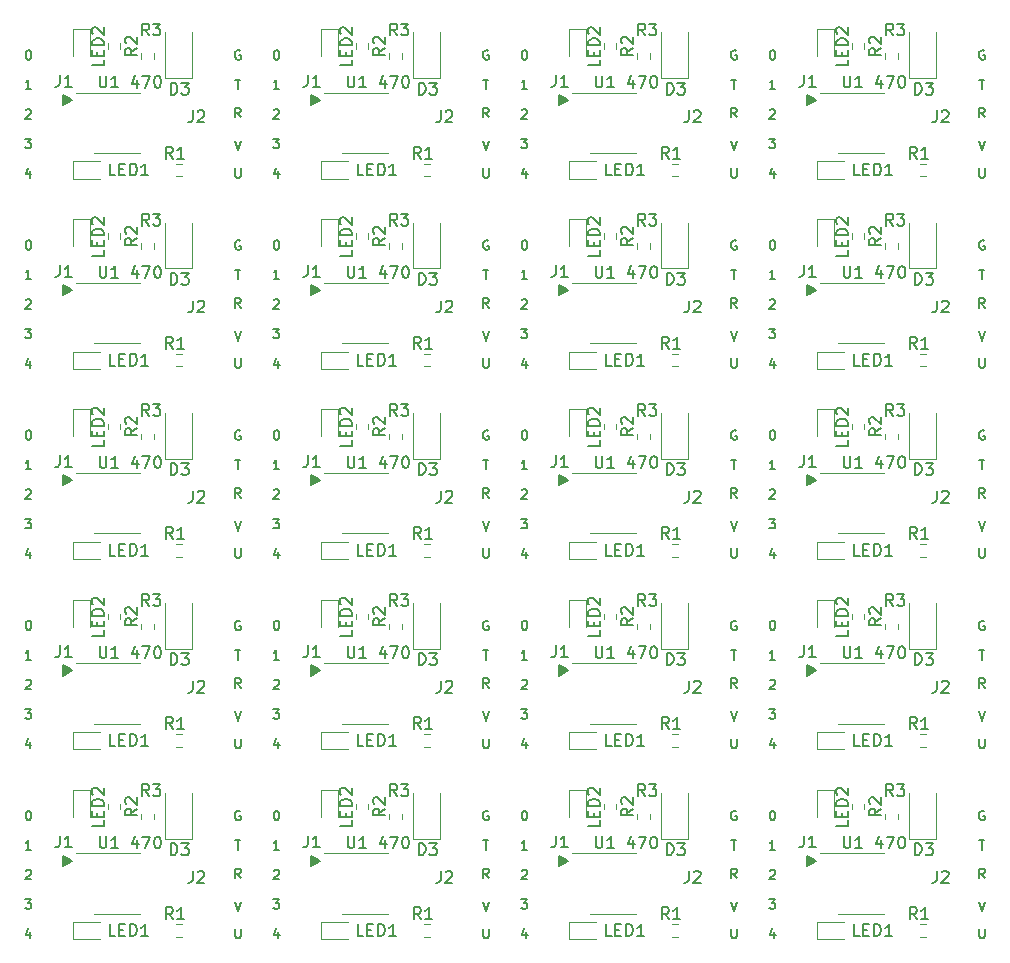
<source format=gbr>
%TF.GenerationSoftware,KiCad,Pcbnew,7.0.9*%
%TF.CreationDate,2024-07-19T15:30:45+09:00*%
%TF.ProjectId,panelize,70616e65-6c69-47a6-952e-6b696361645f,rev?*%
%TF.SameCoordinates,PX39748eaPY88a96c5*%
%TF.FileFunction,Legend,Top*%
%TF.FilePolarity,Positive*%
%FSLAX46Y46*%
G04 Gerber Fmt 4.6, Leading zero omitted, Abs format (unit mm)*
G04 Created by KiCad (PCBNEW 7.0.9) date 2024-07-19 15:30:45*
%MOMM*%
%LPD*%
G01*
G04 APERTURE LIST*
%ADD10C,0.187500*%
%ADD11C,0.150000*%
%ADD12C,0.120000*%
G04 APERTURE END LIST*
D10*
X48286628Y13857948D02*
X47829485Y13857948D01*
X48058057Y13857948D02*
X48058057Y14657948D01*
X48058057Y14657948D02*
X47981866Y14543663D01*
X47981866Y14543663D02*
X47905676Y14467472D01*
X47905676Y14467472D02*
X47829485Y14429377D01*
X5791390Y74057948D02*
X6286628Y74057948D01*
X6286628Y74057948D02*
X6019962Y73753186D01*
X6019962Y73753186D02*
X6134247Y73753186D01*
X6134247Y73753186D02*
X6210438Y73715091D01*
X6210438Y73715091D02*
X6248533Y73676996D01*
X6248533Y73676996D02*
X6286628Y73600805D01*
X6286628Y73600805D02*
X6286628Y73410329D01*
X6286628Y73410329D02*
X6248533Y73334139D01*
X6248533Y73334139D02*
X6210438Y73296043D01*
X6210438Y73296043D02*
X6134247Y73257948D01*
X6134247Y73257948D02*
X5905676Y73257948D01*
X5905676Y73257948D02*
X5829485Y73296043D01*
X5829485Y73296043D02*
X5791390Y73334139D01*
X69286628Y78257948D02*
X68829485Y78257948D01*
X69058057Y78257948D02*
X69058057Y79057948D01*
X69058057Y79057948D02*
X68981866Y78943663D01*
X68981866Y78943663D02*
X68905676Y78867472D01*
X68905676Y78867472D02*
X68829485Y78829377D01*
X5829485Y60381758D02*
X5867581Y60419853D01*
X5867581Y60419853D02*
X5943771Y60457948D01*
X5943771Y60457948D02*
X6134247Y60457948D01*
X6134247Y60457948D02*
X6210438Y60419853D01*
X6210438Y60419853D02*
X6248533Y60381758D01*
X6248533Y60381758D02*
X6286628Y60305567D01*
X6286628Y60305567D02*
X6286628Y60229377D01*
X6286628Y60229377D02*
X6248533Y60115091D01*
X6248533Y60115091D02*
X5791390Y59657948D01*
X5791390Y59657948D02*
X6286628Y59657948D01*
D11*
X51009283Y28651609D02*
X50961664Y28651609D01*
X51104521Y28699229D02*
X50961664Y28699229D01*
X51199759Y28746848D02*
X50961664Y28746848D01*
X51294997Y28794467D02*
X50961664Y28794467D01*
X51342616Y28842086D02*
X50961664Y28842086D01*
X51437854Y28889705D02*
X50961664Y28889705D01*
X51533092Y28937324D02*
X50961664Y28937324D01*
X51628330Y28984943D02*
X50961664Y28984943D01*
X51723569Y29032562D02*
X50961664Y29032562D01*
X51628330Y29080181D02*
X50961664Y29080181D01*
X51533092Y29127800D02*
X50961664Y29127800D01*
X51437854Y29175419D02*
X50961664Y29175419D01*
X51342616Y29223038D02*
X50961664Y29223038D01*
X51294997Y29270657D02*
X50961664Y29270657D01*
X51199759Y29318276D02*
X50961664Y29318276D01*
X51104521Y29365895D02*
X50961664Y29365895D01*
X50961664Y29413514D02*
X51675950Y29032562D01*
X51675950Y29032562D02*
X50961664Y28651609D01*
X51009283Y29413514D02*
X50961664Y29413514D01*
X51723569Y29032562D02*
X50961664Y29461133D01*
X50961664Y29461133D02*
X50961664Y28603990D01*
X50961664Y28603990D02*
X51723569Y29032562D01*
D10*
X44553295Y41657948D02*
X44819962Y40857948D01*
X44819962Y40857948D02*
X45086628Y41657948D01*
X6210438Y55191282D02*
X6210438Y54657948D01*
X6019962Y55496043D02*
X5829485Y54924615D01*
X5829485Y54924615D02*
X6324724Y54924615D01*
X66024724Y59757948D02*
X65758057Y60138901D01*
X65567581Y59757948D02*
X65567581Y60557948D01*
X65567581Y60557948D02*
X65872343Y60557948D01*
X65872343Y60557948D02*
X65948533Y60519853D01*
X65948533Y60519853D02*
X65986628Y60481758D01*
X65986628Y60481758D02*
X66024724Y60405567D01*
X66024724Y60405567D02*
X66024724Y60291282D01*
X66024724Y60291282D02*
X65986628Y60215091D01*
X65986628Y60215091D02*
X65948533Y60176996D01*
X65948533Y60176996D02*
X65872343Y60138901D01*
X65872343Y60138901D02*
X65567581Y60138901D01*
X26829485Y28181758D02*
X26867581Y28219853D01*
X26867581Y28219853D02*
X26943771Y28257948D01*
X26943771Y28257948D02*
X27134247Y28257948D01*
X27134247Y28257948D02*
X27210438Y28219853D01*
X27210438Y28219853D02*
X27248533Y28181758D01*
X27248533Y28181758D02*
X27286628Y28105567D01*
X27286628Y28105567D02*
X27286628Y28029377D01*
X27286628Y28029377D02*
X27248533Y27915091D01*
X27248533Y27915091D02*
X26791390Y27457948D01*
X26791390Y27457948D02*
X27286628Y27457948D01*
D11*
X72009283Y76951609D02*
X71961664Y76951609D01*
X72104521Y76999229D02*
X71961664Y76999229D01*
X72199759Y77046848D02*
X71961664Y77046848D01*
X72294997Y77094467D02*
X71961664Y77094467D01*
X72342616Y77142086D02*
X71961664Y77142086D01*
X72437854Y77189705D02*
X71961664Y77189705D01*
X72533092Y77237324D02*
X71961664Y77237324D01*
X72628330Y77284943D02*
X71961664Y77284943D01*
X72723569Y77332562D02*
X71961664Y77332562D01*
X72628330Y77380181D02*
X71961664Y77380181D01*
X72533092Y77427800D02*
X71961664Y77427800D01*
X72437854Y77475419D02*
X71961664Y77475419D01*
X72342616Y77523038D02*
X71961664Y77523038D01*
X72294997Y77570657D02*
X71961664Y77570657D01*
X72199759Y77618276D02*
X71961664Y77618276D01*
X72104521Y77665895D02*
X71961664Y77665895D01*
X71961664Y77713514D02*
X72675950Y77332562D01*
X72675950Y77332562D02*
X71961664Y76951609D01*
X72009283Y77713514D02*
X71961664Y77713514D01*
X72723569Y77332562D02*
X71961664Y77761133D01*
X71961664Y77761133D02*
X71961664Y76903990D01*
X71961664Y76903990D02*
X72723569Y77332562D01*
D10*
X44553295Y30757948D02*
X45010438Y30757948D01*
X44781866Y29957948D02*
X44781866Y30757948D01*
D11*
X51009283Y76951609D02*
X50961664Y76951609D01*
X51104521Y76999229D02*
X50961664Y76999229D01*
X51199759Y77046848D02*
X50961664Y77046848D01*
X51294997Y77094467D02*
X50961664Y77094467D01*
X51342616Y77142086D02*
X50961664Y77142086D01*
X51437854Y77189705D02*
X50961664Y77189705D01*
X51533092Y77237324D02*
X50961664Y77237324D01*
X51628330Y77284943D02*
X50961664Y77284943D01*
X51723569Y77332562D02*
X50961664Y77332562D01*
X51628330Y77380181D02*
X50961664Y77380181D01*
X51533092Y77427800D02*
X50961664Y77427800D01*
X51437854Y77475419D02*
X50961664Y77475419D01*
X51342616Y77523038D02*
X50961664Y77523038D01*
X51294997Y77570657D02*
X50961664Y77570657D01*
X51199759Y77618276D02*
X50961664Y77618276D01*
X51104521Y77665895D02*
X50961664Y77665895D01*
X50961664Y77713514D02*
X51675950Y77332562D01*
X51675950Y77332562D02*
X50961664Y76951609D01*
X51009283Y77713514D02*
X50961664Y77713514D01*
X51723569Y77332562D02*
X50961664Y77761133D01*
X50961664Y77761133D02*
X50961664Y76903990D01*
X50961664Y76903990D02*
X51723569Y77332562D01*
X30009283Y12551609D02*
X29961664Y12551609D01*
X30104521Y12599229D02*
X29961664Y12599229D01*
X30199759Y12646848D02*
X29961664Y12646848D01*
X30294997Y12694467D02*
X29961664Y12694467D01*
X30342616Y12742086D02*
X29961664Y12742086D01*
X30437854Y12789705D02*
X29961664Y12789705D01*
X30533092Y12837324D02*
X29961664Y12837324D01*
X30628330Y12884943D02*
X29961664Y12884943D01*
X30723569Y12932562D02*
X29961664Y12932562D01*
X30628330Y12980181D02*
X29961664Y12980181D01*
X30533092Y13027800D02*
X29961664Y13027800D01*
X30437854Y13075419D02*
X29961664Y13075419D01*
X30342616Y13123038D02*
X29961664Y13123038D01*
X30294997Y13170657D02*
X29961664Y13170657D01*
X30199759Y13218276D02*
X29961664Y13218276D01*
X30104521Y13265895D02*
X29961664Y13265895D01*
X29961664Y13313514D02*
X30675950Y12932562D01*
X30675950Y12932562D02*
X29961664Y12551609D01*
X30009283Y13313514D02*
X29961664Y13313514D01*
X30723569Y12932562D02*
X29961664Y13361133D01*
X29961664Y13361133D02*
X29961664Y12503990D01*
X29961664Y12503990D02*
X30723569Y12932562D01*
D10*
X87024724Y59757948D02*
X86758057Y60138901D01*
X86567581Y59757948D02*
X86567581Y60557948D01*
X86567581Y60557948D02*
X86872343Y60557948D01*
X86872343Y60557948D02*
X86948533Y60519853D01*
X86948533Y60519853D02*
X86986628Y60481758D01*
X86986628Y60481758D02*
X87024724Y60405567D01*
X87024724Y60405567D02*
X87024724Y60291282D01*
X87024724Y60291282D02*
X86986628Y60215091D01*
X86986628Y60215091D02*
X86948533Y60176996D01*
X86948533Y60176996D02*
X86872343Y60138901D01*
X86872343Y60138901D02*
X86567581Y60138901D01*
X86553295Y73857948D02*
X86819962Y73057948D01*
X86819962Y73057948D02*
X87086628Y73857948D01*
X23553295Y73857948D02*
X23819962Y73057948D01*
X23819962Y73057948D02*
X24086628Y73857948D01*
X48019962Y17157948D02*
X48096152Y17157948D01*
X48096152Y17157948D02*
X48172343Y17119853D01*
X48172343Y17119853D02*
X48210438Y17081758D01*
X48210438Y17081758D02*
X48248533Y17005567D01*
X48248533Y17005567D02*
X48286628Y16853186D01*
X48286628Y16853186D02*
X48286628Y16662710D01*
X48286628Y16662710D02*
X48248533Y16510329D01*
X48248533Y16510329D02*
X48210438Y16434139D01*
X48210438Y16434139D02*
X48172343Y16396043D01*
X48172343Y16396043D02*
X48096152Y16357948D01*
X48096152Y16357948D02*
X48019962Y16357948D01*
X48019962Y16357948D02*
X47943771Y16396043D01*
X47943771Y16396043D02*
X47905676Y16434139D01*
X47905676Y16434139D02*
X47867581Y16510329D01*
X47867581Y16510329D02*
X47829485Y16662710D01*
X47829485Y16662710D02*
X47829485Y16853186D01*
X47829485Y16853186D02*
X47867581Y17005567D01*
X47867581Y17005567D02*
X47905676Y17081758D01*
X47905676Y17081758D02*
X47943771Y17119853D01*
X47943771Y17119853D02*
X48019962Y17157948D01*
X23567581Y39357948D02*
X23567581Y38710329D01*
X23567581Y38710329D02*
X23605676Y38634139D01*
X23605676Y38634139D02*
X23643771Y38596043D01*
X23643771Y38596043D02*
X23719962Y38557948D01*
X23719962Y38557948D02*
X23872343Y38557948D01*
X23872343Y38557948D02*
X23948533Y38596043D01*
X23948533Y38596043D02*
X23986628Y38634139D01*
X23986628Y38634139D02*
X24024724Y38710329D01*
X24024724Y38710329D02*
X24024724Y39357948D01*
X66024724Y27557948D02*
X65758057Y27938901D01*
X65567581Y27557948D02*
X65567581Y28357948D01*
X65567581Y28357948D02*
X65872343Y28357948D01*
X65872343Y28357948D02*
X65948533Y28319853D01*
X65948533Y28319853D02*
X65986628Y28281758D01*
X65986628Y28281758D02*
X66024724Y28205567D01*
X66024724Y28205567D02*
X66024724Y28091282D01*
X66024724Y28091282D02*
X65986628Y28015091D01*
X65986628Y28015091D02*
X65948533Y27976996D01*
X65948533Y27976996D02*
X65872343Y27938901D01*
X65872343Y27938901D02*
X65567581Y27938901D01*
X86553295Y9457948D02*
X86819962Y8657948D01*
X86819962Y8657948D02*
X87086628Y9457948D01*
X23553295Y25557948D02*
X23819962Y24757948D01*
X23819962Y24757948D02*
X24086628Y25557948D01*
X48210438Y22991282D02*
X48210438Y22457948D01*
X48019962Y23296043D02*
X47829485Y22724615D01*
X47829485Y22724615D02*
X48324724Y22724615D01*
X23553295Y14657948D02*
X24010438Y14657948D01*
X23781866Y13857948D02*
X23781866Y14657948D01*
X44567581Y23257948D02*
X44567581Y22610329D01*
X44567581Y22610329D02*
X44605676Y22534139D01*
X44605676Y22534139D02*
X44643771Y22496043D01*
X44643771Y22496043D02*
X44719962Y22457948D01*
X44719962Y22457948D02*
X44872343Y22457948D01*
X44872343Y22457948D02*
X44948533Y22496043D01*
X44948533Y22496043D02*
X44986628Y22534139D01*
X44986628Y22534139D02*
X45024724Y22610329D01*
X45024724Y22610329D02*
X45024724Y23257948D01*
X27019962Y49357948D02*
X27096152Y49357948D01*
X27096152Y49357948D02*
X27172343Y49319853D01*
X27172343Y49319853D02*
X27210438Y49281758D01*
X27210438Y49281758D02*
X27248533Y49205567D01*
X27248533Y49205567D02*
X27286628Y49053186D01*
X27286628Y49053186D02*
X27286628Y48862710D01*
X27286628Y48862710D02*
X27248533Y48710329D01*
X27248533Y48710329D02*
X27210438Y48634139D01*
X27210438Y48634139D02*
X27172343Y48596043D01*
X27172343Y48596043D02*
X27096152Y48557948D01*
X27096152Y48557948D02*
X27019962Y48557948D01*
X27019962Y48557948D02*
X26943771Y48596043D01*
X26943771Y48596043D02*
X26905676Y48634139D01*
X26905676Y48634139D02*
X26867581Y48710329D01*
X26867581Y48710329D02*
X26829485Y48862710D01*
X26829485Y48862710D02*
X26829485Y49053186D01*
X26829485Y49053186D02*
X26867581Y49205567D01*
X26867581Y49205567D02*
X26905676Y49281758D01*
X26905676Y49281758D02*
X26943771Y49319853D01*
X26943771Y49319853D02*
X27019962Y49357948D01*
D11*
X51009283Y12551609D02*
X50961664Y12551609D01*
X51104521Y12599229D02*
X50961664Y12599229D01*
X51199759Y12646848D02*
X50961664Y12646848D01*
X51294997Y12694467D02*
X50961664Y12694467D01*
X51342616Y12742086D02*
X50961664Y12742086D01*
X51437854Y12789705D02*
X50961664Y12789705D01*
X51533092Y12837324D02*
X50961664Y12837324D01*
X51628330Y12884943D02*
X50961664Y12884943D01*
X51723569Y12932562D02*
X50961664Y12932562D01*
X51628330Y12980181D02*
X50961664Y12980181D01*
X51533092Y13027800D02*
X50961664Y13027800D01*
X51437854Y13075419D02*
X50961664Y13075419D01*
X51342616Y13123038D02*
X50961664Y13123038D01*
X51294997Y13170657D02*
X50961664Y13170657D01*
X51199759Y13218276D02*
X50961664Y13218276D01*
X51104521Y13265895D02*
X50961664Y13265895D01*
X50961664Y13313514D02*
X51675950Y12932562D01*
X51675950Y12932562D02*
X50961664Y12551609D01*
X51009283Y13313514D02*
X50961664Y13313514D01*
X51723569Y12932562D02*
X50961664Y13361133D01*
X50961664Y13361133D02*
X50961664Y12503990D01*
X50961664Y12503990D02*
X51723569Y12932562D01*
D10*
X44553295Y14657948D02*
X45010438Y14657948D01*
X44781866Y13857948D02*
X44781866Y14657948D01*
X44567581Y71557948D02*
X44567581Y70910329D01*
X44567581Y70910329D02*
X44605676Y70834139D01*
X44605676Y70834139D02*
X44643771Y70796043D01*
X44643771Y70796043D02*
X44719962Y70757948D01*
X44719962Y70757948D02*
X44872343Y70757948D01*
X44872343Y70757948D02*
X44948533Y70796043D01*
X44948533Y70796043D02*
X44986628Y70834139D01*
X44986628Y70834139D02*
X45024724Y70910329D01*
X45024724Y70910329D02*
X45024724Y71557948D01*
D11*
X30009283Y76951609D02*
X29961664Y76951609D01*
X30104521Y76999229D02*
X29961664Y76999229D01*
X30199759Y77046848D02*
X29961664Y77046848D01*
X30294997Y77094467D02*
X29961664Y77094467D01*
X30342616Y77142086D02*
X29961664Y77142086D01*
X30437854Y77189705D02*
X29961664Y77189705D01*
X30533092Y77237324D02*
X29961664Y77237324D01*
X30628330Y77284943D02*
X29961664Y77284943D01*
X30723569Y77332562D02*
X29961664Y77332562D01*
X30628330Y77380181D02*
X29961664Y77380181D01*
X30533092Y77427800D02*
X29961664Y77427800D01*
X30437854Y77475419D02*
X29961664Y77475419D01*
X30342616Y77523038D02*
X29961664Y77523038D01*
X30294997Y77570657D02*
X29961664Y77570657D01*
X30199759Y77618276D02*
X29961664Y77618276D01*
X30104521Y77665895D02*
X29961664Y77665895D01*
X29961664Y77713514D02*
X30675950Y77332562D01*
X30675950Y77332562D02*
X29961664Y76951609D01*
X30009283Y77713514D02*
X29961664Y77713514D01*
X30723569Y77332562D02*
X29961664Y77761133D01*
X29961664Y77761133D02*
X29961664Y76903990D01*
X29961664Y76903990D02*
X30723569Y77332562D01*
D10*
X69210438Y71291282D02*
X69210438Y70757948D01*
X69019962Y71596043D02*
X68829485Y71024615D01*
X68829485Y71024615D02*
X69324724Y71024615D01*
X65986628Y81519853D02*
X65910438Y81557948D01*
X65910438Y81557948D02*
X65796152Y81557948D01*
X65796152Y81557948D02*
X65681866Y81519853D01*
X65681866Y81519853D02*
X65605676Y81443663D01*
X65605676Y81443663D02*
X65567581Y81367472D01*
X65567581Y81367472D02*
X65529485Y81215091D01*
X65529485Y81215091D02*
X65529485Y81100805D01*
X65529485Y81100805D02*
X65567581Y80948424D01*
X65567581Y80948424D02*
X65605676Y80872234D01*
X65605676Y80872234D02*
X65681866Y80796043D01*
X65681866Y80796043D02*
X65796152Y80757948D01*
X65796152Y80757948D02*
X65872343Y80757948D01*
X65872343Y80757948D02*
X65986628Y80796043D01*
X65986628Y80796043D02*
X66024724Y80834139D01*
X66024724Y80834139D02*
X66024724Y81100805D01*
X66024724Y81100805D02*
X65872343Y81100805D01*
X23553295Y30757948D02*
X24010438Y30757948D01*
X23781866Y29957948D02*
X23781866Y30757948D01*
X86553295Y30757948D02*
X87010438Y30757948D01*
X86781866Y29957948D02*
X86781866Y30757948D01*
X86986628Y17119853D02*
X86910438Y17157948D01*
X86910438Y17157948D02*
X86796152Y17157948D01*
X86796152Y17157948D02*
X86681866Y17119853D01*
X86681866Y17119853D02*
X86605676Y17043663D01*
X86605676Y17043663D02*
X86567581Y16967472D01*
X86567581Y16967472D02*
X86529485Y16815091D01*
X86529485Y16815091D02*
X86529485Y16700805D01*
X86529485Y16700805D02*
X86567581Y16548424D01*
X86567581Y16548424D02*
X86605676Y16472234D01*
X86605676Y16472234D02*
X86681866Y16396043D01*
X86681866Y16396043D02*
X86796152Y16357948D01*
X86796152Y16357948D02*
X86872343Y16357948D01*
X86872343Y16357948D02*
X86986628Y16396043D01*
X86986628Y16396043D02*
X87024724Y16434139D01*
X87024724Y16434139D02*
X87024724Y16700805D01*
X87024724Y16700805D02*
X86872343Y16700805D01*
X27286628Y29957948D02*
X26829485Y29957948D01*
X27058057Y29957948D02*
X27058057Y30757948D01*
X27058057Y30757948D02*
X26981866Y30643663D01*
X26981866Y30643663D02*
X26905676Y30567472D01*
X26905676Y30567472D02*
X26829485Y30529377D01*
X6019962Y81557948D02*
X6096152Y81557948D01*
X6096152Y81557948D02*
X6172343Y81519853D01*
X6172343Y81519853D02*
X6210438Y81481758D01*
X6210438Y81481758D02*
X6248533Y81405567D01*
X6248533Y81405567D02*
X6286628Y81253186D01*
X6286628Y81253186D02*
X6286628Y81062710D01*
X6286628Y81062710D02*
X6248533Y80910329D01*
X6248533Y80910329D02*
X6210438Y80834139D01*
X6210438Y80834139D02*
X6172343Y80796043D01*
X6172343Y80796043D02*
X6096152Y80757948D01*
X6096152Y80757948D02*
X6019962Y80757948D01*
X6019962Y80757948D02*
X5943771Y80796043D01*
X5943771Y80796043D02*
X5905676Y80834139D01*
X5905676Y80834139D02*
X5867581Y80910329D01*
X5867581Y80910329D02*
X5829485Y81062710D01*
X5829485Y81062710D02*
X5829485Y81253186D01*
X5829485Y81253186D02*
X5867581Y81405567D01*
X5867581Y81405567D02*
X5905676Y81481758D01*
X5905676Y81481758D02*
X5943771Y81519853D01*
X5943771Y81519853D02*
X6019962Y81557948D01*
X65986628Y49319853D02*
X65910438Y49357948D01*
X65910438Y49357948D02*
X65796152Y49357948D01*
X65796152Y49357948D02*
X65681866Y49319853D01*
X65681866Y49319853D02*
X65605676Y49243663D01*
X65605676Y49243663D02*
X65567581Y49167472D01*
X65567581Y49167472D02*
X65529485Y49015091D01*
X65529485Y49015091D02*
X65529485Y48900805D01*
X65529485Y48900805D02*
X65567581Y48748424D01*
X65567581Y48748424D02*
X65605676Y48672234D01*
X65605676Y48672234D02*
X65681866Y48596043D01*
X65681866Y48596043D02*
X65796152Y48557948D01*
X65796152Y48557948D02*
X65872343Y48557948D01*
X65872343Y48557948D02*
X65986628Y48596043D01*
X65986628Y48596043D02*
X66024724Y48634139D01*
X66024724Y48634139D02*
X66024724Y48900805D01*
X66024724Y48900805D02*
X65872343Y48900805D01*
X6019962Y65457948D02*
X6096152Y65457948D01*
X6096152Y65457948D02*
X6172343Y65419853D01*
X6172343Y65419853D02*
X6210438Y65381758D01*
X6210438Y65381758D02*
X6248533Y65305567D01*
X6248533Y65305567D02*
X6286628Y65153186D01*
X6286628Y65153186D02*
X6286628Y64962710D01*
X6286628Y64962710D02*
X6248533Y64810329D01*
X6248533Y64810329D02*
X6210438Y64734139D01*
X6210438Y64734139D02*
X6172343Y64696043D01*
X6172343Y64696043D02*
X6096152Y64657948D01*
X6096152Y64657948D02*
X6019962Y64657948D01*
X6019962Y64657948D02*
X5943771Y64696043D01*
X5943771Y64696043D02*
X5905676Y64734139D01*
X5905676Y64734139D02*
X5867581Y64810329D01*
X5867581Y64810329D02*
X5829485Y64962710D01*
X5829485Y64962710D02*
X5829485Y65153186D01*
X5829485Y65153186D02*
X5867581Y65305567D01*
X5867581Y65305567D02*
X5905676Y65381758D01*
X5905676Y65381758D02*
X5943771Y65419853D01*
X5943771Y65419853D02*
X6019962Y65457948D01*
X47829485Y44281758D02*
X47867581Y44319853D01*
X47867581Y44319853D02*
X47943771Y44357948D01*
X47943771Y44357948D02*
X48134247Y44357948D01*
X48134247Y44357948D02*
X48210438Y44319853D01*
X48210438Y44319853D02*
X48248533Y44281758D01*
X48248533Y44281758D02*
X48286628Y44205567D01*
X48286628Y44205567D02*
X48286628Y44129377D01*
X48286628Y44129377D02*
X48248533Y44015091D01*
X48248533Y44015091D02*
X47791390Y43557948D01*
X47791390Y43557948D02*
X48286628Y43557948D01*
X47791390Y41857948D02*
X48286628Y41857948D01*
X48286628Y41857948D02*
X48019962Y41553186D01*
X48019962Y41553186D02*
X48134247Y41553186D01*
X48134247Y41553186D02*
X48210438Y41515091D01*
X48210438Y41515091D02*
X48248533Y41476996D01*
X48248533Y41476996D02*
X48286628Y41400805D01*
X48286628Y41400805D02*
X48286628Y41210329D01*
X48286628Y41210329D02*
X48248533Y41134139D01*
X48248533Y41134139D02*
X48210438Y41096043D01*
X48210438Y41096043D02*
X48134247Y41057948D01*
X48134247Y41057948D02*
X47905676Y41057948D01*
X47905676Y41057948D02*
X47829485Y41096043D01*
X47829485Y41096043D02*
X47791390Y41134139D01*
X86567581Y23257948D02*
X86567581Y22610329D01*
X86567581Y22610329D02*
X86605676Y22534139D01*
X86605676Y22534139D02*
X86643771Y22496043D01*
X86643771Y22496043D02*
X86719962Y22457948D01*
X86719962Y22457948D02*
X86872343Y22457948D01*
X86872343Y22457948D02*
X86948533Y22496043D01*
X86948533Y22496043D02*
X86986628Y22534139D01*
X86986628Y22534139D02*
X87024724Y22610329D01*
X87024724Y22610329D02*
X87024724Y23257948D01*
X26791390Y41857948D02*
X27286628Y41857948D01*
X27286628Y41857948D02*
X27019962Y41553186D01*
X27019962Y41553186D02*
X27134247Y41553186D01*
X27134247Y41553186D02*
X27210438Y41515091D01*
X27210438Y41515091D02*
X27248533Y41476996D01*
X27248533Y41476996D02*
X27286628Y41400805D01*
X27286628Y41400805D02*
X27286628Y41210329D01*
X27286628Y41210329D02*
X27248533Y41134139D01*
X27248533Y41134139D02*
X27210438Y41096043D01*
X27210438Y41096043D02*
X27134247Y41057948D01*
X27134247Y41057948D02*
X26905676Y41057948D01*
X26905676Y41057948D02*
X26829485Y41096043D01*
X26829485Y41096043D02*
X26791390Y41134139D01*
X27210438Y6891282D02*
X27210438Y6357948D01*
X27019962Y7196043D02*
X26829485Y6624615D01*
X26829485Y6624615D02*
X27324724Y6624615D01*
X23567581Y7157948D02*
X23567581Y6510329D01*
X23567581Y6510329D02*
X23605676Y6434139D01*
X23605676Y6434139D02*
X23643771Y6396043D01*
X23643771Y6396043D02*
X23719962Y6357948D01*
X23719962Y6357948D02*
X23872343Y6357948D01*
X23872343Y6357948D02*
X23948533Y6396043D01*
X23948533Y6396043D02*
X23986628Y6434139D01*
X23986628Y6434139D02*
X24024724Y6510329D01*
X24024724Y6510329D02*
X24024724Y7157948D01*
X23567581Y23257948D02*
X23567581Y22610329D01*
X23567581Y22610329D02*
X23605676Y22534139D01*
X23605676Y22534139D02*
X23643771Y22496043D01*
X23643771Y22496043D02*
X23719962Y22457948D01*
X23719962Y22457948D02*
X23872343Y22457948D01*
X23872343Y22457948D02*
X23948533Y22496043D01*
X23948533Y22496043D02*
X23986628Y22534139D01*
X23986628Y22534139D02*
X24024724Y22610329D01*
X24024724Y22610329D02*
X24024724Y23257948D01*
D11*
X72009283Y60851609D02*
X71961664Y60851609D01*
X72104521Y60899229D02*
X71961664Y60899229D01*
X72199759Y60946848D02*
X71961664Y60946848D01*
X72294997Y60994467D02*
X71961664Y60994467D01*
X72342616Y61042086D02*
X71961664Y61042086D01*
X72437854Y61089705D02*
X71961664Y61089705D01*
X72533092Y61137324D02*
X71961664Y61137324D01*
X72628330Y61184943D02*
X71961664Y61184943D01*
X72723569Y61232562D02*
X71961664Y61232562D01*
X72628330Y61280181D02*
X71961664Y61280181D01*
X72533092Y61327800D02*
X71961664Y61327800D01*
X72437854Y61375419D02*
X71961664Y61375419D01*
X72342616Y61423038D02*
X71961664Y61423038D01*
X72294997Y61470657D02*
X71961664Y61470657D01*
X72199759Y61518276D02*
X71961664Y61518276D01*
X72104521Y61565895D02*
X71961664Y61565895D01*
X71961664Y61613514D02*
X72675950Y61232562D01*
X72675950Y61232562D02*
X71961664Y60851609D01*
X72009283Y61613514D02*
X71961664Y61613514D01*
X72723569Y61232562D02*
X71961664Y61661133D01*
X71961664Y61661133D02*
X71961664Y60803990D01*
X71961664Y60803990D02*
X72723569Y61232562D01*
D10*
X65553295Y9457948D02*
X65819962Y8657948D01*
X65819962Y8657948D02*
X66086628Y9457948D01*
X23553295Y9457948D02*
X23819962Y8657948D01*
X23819962Y8657948D02*
X24086628Y9457948D01*
X27210438Y22991282D02*
X27210438Y22457948D01*
X27019962Y23296043D02*
X26829485Y22724615D01*
X26829485Y22724615D02*
X27324724Y22724615D01*
X48019962Y49357948D02*
X48096152Y49357948D01*
X48096152Y49357948D02*
X48172343Y49319853D01*
X48172343Y49319853D02*
X48210438Y49281758D01*
X48210438Y49281758D02*
X48248533Y49205567D01*
X48248533Y49205567D02*
X48286628Y49053186D01*
X48286628Y49053186D02*
X48286628Y48862710D01*
X48286628Y48862710D02*
X48248533Y48710329D01*
X48248533Y48710329D02*
X48210438Y48634139D01*
X48210438Y48634139D02*
X48172343Y48596043D01*
X48172343Y48596043D02*
X48096152Y48557948D01*
X48096152Y48557948D02*
X48019962Y48557948D01*
X48019962Y48557948D02*
X47943771Y48596043D01*
X47943771Y48596043D02*
X47905676Y48634139D01*
X47905676Y48634139D02*
X47867581Y48710329D01*
X47867581Y48710329D02*
X47829485Y48862710D01*
X47829485Y48862710D02*
X47829485Y49053186D01*
X47829485Y49053186D02*
X47867581Y49205567D01*
X47867581Y49205567D02*
X47905676Y49281758D01*
X47905676Y49281758D02*
X47943771Y49319853D01*
X47943771Y49319853D02*
X48019962Y49357948D01*
X69210438Y6891282D02*
X69210438Y6357948D01*
X69019962Y7196043D02*
X68829485Y6624615D01*
X68829485Y6624615D02*
X69324724Y6624615D01*
X68829485Y76481758D02*
X68867581Y76519853D01*
X68867581Y76519853D02*
X68943771Y76557948D01*
X68943771Y76557948D02*
X69134247Y76557948D01*
X69134247Y76557948D02*
X69210438Y76519853D01*
X69210438Y76519853D02*
X69248533Y76481758D01*
X69248533Y76481758D02*
X69286628Y76405567D01*
X69286628Y76405567D02*
X69286628Y76329377D01*
X69286628Y76329377D02*
X69248533Y76215091D01*
X69248533Y76215091D02*
X68791390Y75757948D01*
X68791390Y75757948D02*
X69286628Y75757948D01*
X6210438Y39091282D02*
X6210438Y38557948D01*
X6019962Y39396043D02*
X5829485Y38824615D01*
X5829485Y38824615D02*
X6324724Y38824615D01*
X65553295Y57757948D02*
X65819962Y56957948D01*
X65819962Y56957948D02*
X66086628Y57757948D01*
X44567581Y39357948D02*
X44567581Y38710329D01*
X44567581Y38710329D02*
X44605676Y38634139D01*
X44605676Y38634139D02*
X44643771Y38596043D01*
X44643771Y38596043D02*
X44719962Y38557948D01*
X44719962Y38557948D02*
X44872343Y38557948D01*
X44872343Y38557948D02*
X44948533Y38596043D01*
X44948533Y38596043D02*
X44986628Y38634139D01*
X44986628Y38634139D02*
X45024724Y38710329D01*
X45024724Y38710329D02*
X45024724Y39357948D01*
X44986628Y33219853D02*
X44910438Y33257948D01*
X44910438Y33257948D02*
X44796152Y33257948D01*
X44796152Y33257948D02*
X44681866Y33219853D01*
X44681866Y33219853D02*
X44605676Y33143663D01*
X44605676Y33143663D02*
X44567581Y33067472D01*
X44567581Y33067472D02*
X44529485Y32915091D01*
X44529485Y32915091D02*
X44529485Y32800805D01*
X44529485Y32800805D02*
X44567581Y32648424D01*
X44567581Y32648424D02*
X44605676Y32572234D01*
X44605676Y32572234D02*
X44681866Y32496043D01*
X44681866Y32496043D02*
X44796152Y32457948D01*
X44796152Y32457948D02*
X44872343Y32457948D01*
X44872343Y32457948D02*
X44986628Y32496043D01*
X44986628Y32496043D02*
X45024724Y32534139D01*
X45024724Y32534139D02*
X45024724Y32800805D01*
X45024724Y32800805D02*
X44872343Y32800805D01*
X6210438Y71291282D02*
X6210438Y70757948D01*
X6019962Y71596043D02*
X5829485Y71024615D01*
X5829485Y71024615D02*
X6324724Y71024615D01*
X65553295Y62957948D02*
X66010438Y62957948D01*
X65781866Y62157948D02*
X65781866Y62957948D01*
X27286628Y78257948D02*
X26829485Y78257948D01*
X27058057Y78257948D02*
X27058057Y79057948D01*
X27058057Y79057948D02*
X26981866Y78943663D01*
X26981866Y78943663D02*
X26905676Y78867472D01*
X26905676Y78867472D02*
X26829485Y78829377D01*
X65553295Y30757948D02*
X66010438Y30757948D01*
X65781866Y29957948D02*
X65781866Y30757948D01*
X26829485Y60381758D02*
X26867581Y60419853D01*
X26867581Y60419853D02*
X26943771Y60457948D01*
X26943771Y60457948D02*
X27134247Y60457948D01*
X27134247Y60457948D02*
X27210438Y60419853D01*
X27210438Y60419853D02*
X27248533Y60381758D01*
X27248533Y60381758D02*
X27286628Y60305567D01*
X27286628Y60305567D02*
X27286628Y60229377D01*
X27286628Y60229377D02*
X27248533Y60115091D01*
X27248533Y60115091D02*
X26791390Y59657948D01*
X26791390Y59657948D02*
X27286628Y59657948D01*
X48019962Y65457948D02*
X48096152Y65457948D01*
X48096152Y65457948D02*
X48172343Y65419853D01*
X48172343Y65419853D02*
X48210438Y65381758D01*
X48210438Y65381758D02*
X48248533Y65305567D01*
X48248533Y65305567D02*
X48286628Y65153186D01*
X48286628Y65153186D02*
X48286628Y64962710D01*
X48286628Y64962710D02*
X48248533Y64810329D01*
X48248533Y64810329D02*
X48210438Y64734139D01*
X48210438Y64734139D02*
X48172343Y64696043D01*
X48172343Y64696043D02*
X48096152Y64657948D01*
X48096152Y64657948D02*
X48019962Y64657948D01*
X48019962Y64657948D02*
X47943771Y64696043D01*
X47943771Y64696043D02*
X47905676Y64734139D01*
X47905676Y64734139D02*
X47867581Y64810329D01*
X47867581Y64810329D02*
X47829485Y64962710D01*
X47829485Y64962710D02*
X47829485Y65153186D01*
X47829485Y65153186D02*
X47867581Y65305567D01*
X47867581Y65305567D02*
X47905676Y65381758D01*
X47905676Y65381758D02*
X47943771Y65419853D01*
X47943771Y65419853D02*
X48019962Y65457948D01*
X87024724Y27557948D02*
X86758057Y27938901D01*
X86567581Y27557948D02*
X86567581Y28357948D01*
X86567581Y28357948D02*
X86872343Y28357948D01*
X86872343Y28357948D02*
X86948533Y28319853D01*
X86948533Y28319853D02*
X86986628Y28281758D01*
X86986628Y28281758D02*
X87024724Y28205567D01*
X87024724Y28205567D02*
X87024724Y28091282D01*
X87024724Y28091282D02*
X86986628Y28015091D01*
X86986628Y28015091D02*
X86948533Y27976996D01*
X86948533Y27976996D02*
X86872343Y27938901D01*
X86872343Y27938901D02*
X86567581Y27938901D01*
X5829485Y44281758D02*
X5867581Y44319853D01*
X5867581Y44319853D02*
X5943771Y44357948D01*
X5943771Y44357948D02*
X6134247Y44357948D01*
X6134247Y44357948D02*
X6210438Y44319853D01*
X6210438Y44319853D02*
X6248533Y44281758D01*
X6248533Y44281758D02*
X6286628Y44205567D01*
X6286628Y44205567D02*
X6286628Y44129377D01*
X6286628Y44129377D02*
X6248533Y44015091D01*
X6248533Y44015091D02*
X5791390Y43557948D01*
X5791390Y43557948D02*
X6286628Y43557948D01*
X45024724Y27557948D02*
X44758057Y27938901D01*
X44567581Y27557948D02*
X44567581Y28357948D01*
X44567581Y28357948D02*
X44872343Y28357948D01*
X44872343Y28357948D02*
X44948533Y28319853D01*
X44948533Y28319853D02*
X44986628Y28281758D01*
X44986628Y28281758D02*
X45024724Y28205567D01*
X45024724Y28205567D02*
X45024724Y28091282D01*
X45024724Y28091282D02*
X44986628Y28015091D01*
X44986628Y28015091D02*
X44948533Y27976996D01*
X44948533Y27976996D02*
X44872343Y27938901D01*
X44872343Y27938901D02*
X44567581Y27938901D01*
X6286628Y78257948D02*
X5829485Y78257948D01*
X6058057Y78257948D02*
X6058057Y79057948D01*
X6058057Y79057948D02*
X5981866Y78943663D01*
X5981866Y78943663D02*
X5905676Y78867472D01*
X5905676Y78867472D02*
X5829485Y78829377D01*
X65567581Y7157948D02*
X65567581Y6510329D01*
X65567581Y6510329D02*
X65605676Y6434139D01*
X65605676Y6434139D02*
X65643771Y6396043D01*
X65643771Y6396043D02*
X65719962Y6357948D01*
X65719962Y6357948D02*
X65872343Y6357948D01*
X65872343Y6357948D02*
X65948533Y6396043D01*
X65948533Y6396043D02*
X65986628Y6434139D01*
X65986628Y6434139D02*
X66024724Y6510329D01*
X66024724Y6510329D02*
X66024724Y7157948D01*
X86567581Y71557948D02*
X86567581Y70910329D01*
X86567581Y70910329D02*
X86605676Y70834139D01*
X86605676Y70834139D02*
X86643771Y70796043D01*
X86643771Y70796043D02*
X86719962Y70757948D01*
X86719962Y70757948D02*
X86872343Y70757948D01*
X86872343Y70757948D02*
X86948533Y70796043D01*
X86948533Y70796043D02*
X86986628Y70834139D01*
X86986628Y70834139D02*
X87024724Y70910329D01*
X87024724Y70910329D02*
X87024724Y71557948D01*
X47829485Y60381758D02*
X47867581Y60419853D01*
X47867581Y60419853D02*
X47943771Y60457948D01*
X47943771Y60457948D02*
X48134247Y60457948D01*
X48134247Y60457948D02*
X48210438Y60419853D01*
X48210438Y60419853D02*
X48248533Y60381758D01*
X48248533Y60381758D02*
X48286628Y60305567D01*
X48286628Y60305567D02*
X48286628Y60229377D01*
X48286628Y60229377D02*
X48248533Y60115091D01*
X48248533Y60115091D02*
X47791390Y59657948D01*
X47791390Y59657948D02*
X48286628Y59657948D01*
D11*
X72009283Y44751609D02*
X71961664Y44751609D01*
X72104521Y44799229D02*
X71961664Y44799229D01*
X72199759Y44846848D02*
X71961664Y44846848D01*
X72294997Y44894467D02*
X71961664Y44894467D01*
X72342616Y44942086D02*
X71961664Y44942086D01*
X72437854Y44989705D02*
X71961664Y44989705D01*
X72533092Y45037324D02*
X71961664Y45037324D01*
X72628330Y45084943D02*
X71961664Y45084943D01*
X72723569Y45132562D02*
X71961664Y45132562D01*
X72628330Y45180181D02*
X71961664Y45180181D01*
X72533092Y45227800D02*
X71961664Y45227800D01*
X72437854Y45275419D02*
X71961664Y45275419D01*
X72342616Y45323038D02*
X71961664Y45323038D01*
X72294997Y45370657D02*
X71961664Y45370657D01*
X72199759Y45418276D02*
X71961664Y45418276D01*
X72104521Y45465895D02*
X71961664Y45465895D01*
X71961664Y45513514D02*
X72675950Y45132562D01*
X72675950Y45132562D02*
X71961664Y44751609D01*
X72009283Y45513514D02*
X71961664Y45513514D01*
X72723569Y45132562D02*
X71961664Y45561133D01*
X71961664Y45561133D02*
X71961664Y44703990D01*
X71961664Y44703990D02*
X72723569Y45132562D01*
D10*
X65567581Y71557948D02*
X65567581Y70910329D01*
X65567581Y70910329D02*
X65605676Y70834139D01*
X65605676Y70834139D02*
X65643771Y70796043D01*
X65643771Y70796043D02*
X65719962Y70757948D01*
X65719962Y70757948D02*
X65872343Y70757948D01*
X65872343Y70757948D02*
X65948533Y70796043D01*
X65948533Y70796043D02*
X65986628Y70834139D01*
X65986628Y70834139D02*
X66024724Y70910329D01*
X66024724Y70910329D02*
X66024724Y71557948D01*
X44553295Y46857948D02*
X45010438Y46857948D01*
X44781866Y46057948D02*
X44781866Y46857948D01*
X68829485Y28181758D02*
X68867581Y28219853D01*
X68867581Y28219853D02*
X68943771Y28257948D01*
X68943771Y28257948D02*
X69134247Y28257948D01*
X69134247Y28257948D02*
X69210438Y28219853D01*
X69210438Y28219853D02*
X69248533Y28181758D01*
X69248533Y28181758D02*
X69286628Y28105567D01*
X69286628Y28105567D02*
X69286628Y28029377D01*
X69286628Y28029377D02*
X69248533Y27915091D01*
X69248533Y27915091D02*
X68791390Y27457948D01*
X68791390Y27457948D02*
X69286628Y27457948D01*
X48019962Y33257948D02*
X48096152Y33257948D01*
X48096152Y33257948D02*
X48172343Y33219853D01*
X48172343Y33219853D02*
X48210438Y33181758D01*
X48210438Y33181758D02*
X48248533Y33105567D01*
X48248533Y33105567D02*
X48286628Y32953186D01*
X48286628Y32953186D02*
X48286628Y32762710D01*
X48286628Y32762710D02*
X48248533Y32610329D01*
X48248533Y32610329D02*
X48210438Y32534139D01*
X48210438Y32534139D02*
X48172343Y32496043D01*
X48172343Y32496043D02*
X48096152Y32457948D01*
X48096152Y32457948D02*
X48019962Y32457948D01*
X48019962Y32457948D02*
X47943771Y32496043D01*
X47943771Y32496043D02*
X47905676Y32534139D01*
X47905676Y32534139D02*
X47867581Y32610329D01*
X47867581Y32610329D02*
X47829485Y32762710D01*
X47829485Y32762710D02*
X47829485Y32953186D01*
X47829485Y32953186D02*
X47867581Y33105567D01*
X47867581Y33105567D02*
X47905676Y33181758D01*
X47905676Y33181758D02*
X47943771Y33219853D01*
X47943771Y33219853D02*
X48019962Y33257948D01*
X44986628Y65419853D02*
X44910438Y65457948D01*
X44910438Y65457948D02*
X44796152Y65457948D01*
X44796152Y65457948D02*
X44681866Y65419853D01*
X44681866Y65419853D02*
X44605676Y65343663D01*
X44605676Y65343663D02*
X44567581Y65267472D01*
X44567581Y65267472D02*
X44529485Y65115091D01*
X44529485Y65115091D02*
X44529485Y65000805D01*
X44529485Y65000805D02*
X44567581Y64848424D01*
X44567581Y64848424D02*
X44605676Y64772234D01*
X44605676Y64772234D02*
X44681866Y64696043D01*
X44681866Y64696043D02*
X44796152Y64657948D01*
X44796152Y64657948D02*
X44872343Y64657948D01*
X44872343Y64657948D02*
X44986628Y64696043D01*
X44986628Y64696043D02*
X45024724Y64734139D01*
X45024724Y64734139D02*
X45024724Y65000805D01*
X45024724Y65000805D02*
X44872343Y65000805D01*
X68829485Y12081758D02*
X68867581Y12119853D01*
X68867581Y12119853D02*
X68943771Y12157948D01*
X68943771Y12157948D02*
X69134247Y12157948D01*
X69134247Y12157948D02*
X69210438Y12119853D01*
X69210438Y12119853D02*
X69248533Y12081758D01*
X69248533Y12081758D02*
X69286628Y12005567D01*
X69286628Y12005567D02*
X69286628Y11929377D01*
X69286628Y11929377D02*
X69248533Y11815091D01*
X69248533Y11815091D02*
X68791390Y11357948D01*
X68791390Y11357948D02*
X69286628Y11357948D01*
X69210438Y39091282D02*
X69210438Y38557948D01*
X69019962Y39396043D02*
X68829485Y38824615D01*
X68829485Y38824615D02*
X69324724Y38824615D01*
X27210438Y55191282D02*
X27210438Y54657948D01*
X27019962Y55496043D02*
X26829485Y54924615D01*
X26829485Y54924615D02*
X27324724Y54924615D01*
X65553295Y79057948D02*
X66010438Y79057948D01*
X65781866Y78257948D02*
X65781866Y79057948D01*
X69210438Y22991282D02*
X69210438Y22457948D01*
X69019962Y23296043D02*
X68829485Y22724615D01*
X68829485Y22724615D02*
X69324724Y22724615D01*
X65986628Y17119853D02*
X65910438Y17157948D01*
X65910438Y17157948D02*
X65796152Y17157948D01*
X65796152Y17157948D02*
X65681866Y17119853D01*
X65681866Y17119853D02*
X65605676Y17043663D01*
X65605676Y17043663D02*
X65567581Y16967472D01*
X65567581Y16967472D02*
X65529485Y16815091D01*
X65529485Y16815091D02*
X65529485Y16700805D01*
X65529485Y16700805D02*
X65567581Y16548424D01*
X65567581Y16548424D02*
X65605676Y16472234D01*
X65605676Y16472234D02*
X65681866Y16396043D01*
X65681866Y16396043D02*
X65796152Y16357948D01*
X65796152Y16357948D02*
X65872343Y16357948D01*
X65872343Y16357948D02*
X65986628Y16396043D01*
X65986628Y16396043D02*
X66024724Y16434139D01*
X66024724Y16434139D02*
X66024724Y16700805D01*
X66024724Y16700805D02*
X65872343Y16700805D01*
X86567581Y7157948D02*
X86567581Y6510329D01*
X86567581Y6510329D02*
X86605676Y6434139D01*
X86605676Y6434139D02*
X86643771Y6396043D01*
X86643771Y6396043D02*
X86719962Y6357948D01*
X86719962Y6357948D02*
X86872343Y6357948D01*
X86872343Y6357948D02*
X86948533Y6396043D01*
X86948533Y6396043D02*
X86986628Y6434139D01*
X86986628Y6434139D02*
X87024724Y6510329D01*
X87024724Y6510329D02*
X87024724Y7157948D01*
X23986628Y49319853D02*
X23910438Y49357948D01*
X23910438Y49357948D02*
X23796152Y49357948D01*
X23796152Y49357948D02*
X23681866Y49319853D01*
X23681866Y49319853D02*
X23605676Y49243663D01*
X23605676Y49243663D02*
X23567581Y49167472D01*
X23567581Y49167472D02*
X23529485Y49015091D01*
X23529485Y49015091D02*
X23529485Y48900805D01*
X23529485Y48900805D02*
X23567581Y48748424D01*
X23567581Y48748424D02*
X23605676Y48672234D01*
X23605676Y48672234D02*
X23681866Y48596043D01*
X23681866Y48596043D02*
X23796152Y48557948D01*
X23796152Y48557948D02*
X23872343Y48557948D01*
X23872343Y48557948D02*
X23986628Y48596043D01*
X23986628Y48596043D02*
X24024724Y48634139D01*
X24024724Y48634139D02*
X24024724Y48900805D01*
X24024724Y48900805D02*
X23872343Y48900805D01*
X26829485Y76481758D02*
X26867581Y76519853D01*
X26867581Y76519853D02*
X26943771Y76557948D01*
X26943771Y76557948D02*
X27134247Y76557948D01*
X27134247Y76557948D02*
X27210438Y76519853D01*
X27210438Y76519853D02*
X27248533Y76481758D01*
X27248533Y76481758D02*
X27286628Y76405567D01*
X27286628Y76405567D02*
X27286628Y76329377D01*
X27286628Y76329377D02*
X27248533Y76215091D01*
X27248533Y76215091D02*
X26791390Y75757948D01*
X26791390Y75757948D02*
X27286628Y75757948D01*
X48210438Y55191282D02*
X48210438Y54657948D01*
X48019962Y55496043D02*
X47829485Y54924615D01*
X47829485Y54924615D02*
X48324724Y54924615D01*
X44986628Y49319853D02*
X44910438Y49357948D01*
X44910438Y49357948D02*
X44796152Y49357948D01*
X44796152Y49357948D02*
X44681866Y49319853D01*
X44681866Y49319853D02*
X44605676Y49243663D01*
X44605676Y49243663D02*
X44567581Y49167472D01*
X44567581Y49167472D02*
X44529485Y49015091D01*
X44529485Y49015091D02*
X44529485Y48900805D01*
X44529485Y48900805D02*
X44567581Y48748424D01*
X44567581Y48748424D02*
X44605676Y48672234D01*
X44605676Y48672234D02*
X44681866Y48596043D01*
X44681866Y48596043D02*
X44796152Y48557948D01*
X44796152Y48557948D02*
X44872343Y48557948D01*
X44872343Y48557948D02*
X44986628Y48596043D01*
X44986628Y48596043D02*
X45024724Y48634139D01*
X45024724Y48634139D02*
X45024724Y48900805D01*
X45024724Y48900805D02*
X44872343Y48900805D01*
X65567581Y23257948D02*
X65567581Y22610329D01*
X65567581Y22610329D02*
X65605676Y22534139D01*
X65605676Y22534139D02*
X65643771Y22496043D01*
X65643771Y22496043D02*
X65719962Y22457948D01*
X65719962Y22457948D02*
X65872343Y22457948D01*
X65872343Y22457948D02*
X65948533Y22496043D01*
X65948533Y22496043D02*
X65986628Y22534139D01*
X65986628Y22534139D02*
X66024724Y22610329D01*
X66024724Y22610329D02*
X66024724Y23257948D01*
X27210438Y39091282D02*
X27210438Y38557948D01*
X27019962Y39396043D02*
X26829485Y38824615D01*
X26829485Y38824615D02*
X27324724Y38824615D01*
X47829485Y76481758D02*
X47867581Y76519853D01*
X47867581Y76519853D02*
X47943771Y76557948D01*
X47943771Y76557948D02*
X48134247Y76557948D01*
X48134247Y76557948D02*
X48210438Y76519853D01*
X48210438Y76519853D02*
X48248533Y76481758D01*
X48248533Y76481758D02*
X48286628Y76405567D01*
X48286628Y76405567D02*
X48286628Y76329377D01*
X48286628Y76329377D02*
X48248533Y76215091D01*
X48248533Y76215091D02*
X47791390Y75757948D01*
X47791390Y75757948D02*
X48286628Y75757948D01*
X86567581Y55457948D02*
X86567581Y54810329D01*
X86567581Y54810329D02*
X86605676Y54734139D01*
X86605676Y54734139D02*
X86643771Y54696043D01*
X86643771Y54696043D02*
X86719962Y54657948D01*
X86719962Y54657948D02*
X86872343Y54657948D01*
X86872343Y54657948D02*
X86948533Y54696043D01*
X86948533Y54696043D02*
X86986628Y54734139D01*
X86986628Y54734139D02*
X87024724Y54810329D01*
X87024724Y54810329D02*
X87024724Y55457948D01*
X86986628Y81519853D02*
X86910438Y81557948D01*
X86910438Y81557948D02*
X86796152Y81557948D01*
X86796152Y81557948D02*
X86681866Y81519853D01*
X86681866Y81519853D02*
X86605676Y81443663D01*
X86605676Y81443663D02*
X86567581Y81367472D01*
X86567581Y81367472D02*
X86529485Y81215091D01*
X86529485Y81215091D02*
X86529485Y81100805D01*
X86529485Y81100805D02*
X86567581Y80948424D01*
X86567581Y80948424D02*
X86605676Y80872234D01*
X86605676Y80872234D02*
X86681866Y80796043D01*
X86681866Y80796043D02*
X86796152Y80757948D01*
X86796152Y80757948D02*
X86872343Y80757948D01*
X86872343Y80757948D02*
X86986628Y80796043D01*
X86986628Y80796043D02*
X87024724Y80834139D01*
X87024724Y80834139D02*
X87024724Y81100805D01*
X87024724Y81100805D02*
X86872343Y81100805D01*
X86553295Y62957948D02*
X87010438Y62957948D01*
X86781866Y62157948D02*
X86781866Y62957948D01*
X24024724Y75857948D02*
X23758057Y76238901D01*
X23567581Y75857948D02*
X23567581Y76657948D01*
X23567581Y76657948D02*
X23872343Y76657948D01*
X23872343Y76657948D02*
X23948533Y76619853D01*
X23948533Y76619853D02*
X23986628Y76581758D01*
X23986628Y76581758D02*
X24024724Y76505567D01*
X24024724Y76505567D02*
X24024724Y76391282D01*
X24024724Y76391282D02*
X23986628Y76315091D01*
X23986628Y76315091D02*
X23948533Y76276996D01*
X23948533Y76276996D02*
X23872343Y76238901D01*
X23872343Y76238901D02*
X23567581Y76238901D01*
X44553295Y25557948D02*
X44819962Y24757948D01*
X44819962Y24757948D02*
X45086628Y25557948D01*
D11*
X51009283Y44751609D02*
X50961664Y44751609D01*
X51104521Y44799229D02*
X50961664Y44799229D01*
X51199759Y44846848D02*
X50961664Y44846848D01*
X51294997Y44894467D02*
X50961664Y44894467D01*
X51342616Y44942086D02*
X50961664Y44942086D01*
X51437854Y44989705D02*
X50961664Y44989705D01*
X51533092Y45037324D02*
X50961664Y45037324D01*
X51628330Y45084943D02*
X50961664Y45084943D01*
X51723569Y45132562D02*
X50961664Y45132562D01*
X51628330Y45180181D02*
X50961664Y45180181D01*
X51533092Y45227800D02*
X50961664Y45227800D01*
X51437854Y45275419D02*
X50961664Y45275419D01*
X51342616Y45323038D02*
X50961664Y45323038D01*
X51294997Y45370657D02*
X50961664Y45370657D01*
X51199759Y45418276D02*
X50961664Y45418276D01*
X51104521Y45465895D02*
X50961664Y45465895D01*
X50961664Y45513514D02*
X51675950Y45132562D01*
X51675950Y45132562D02*
X50961664Y44751609D01*
X51009283Y45513514D02*
X50961664Y45513514D01*
X51723569Y45132562D02*
X50961664Y45561133D01*
X50961664Y45561133D02*
X50961664Y44703990D01*
X50961664Y44703990D02*
X51723569Y45132562D01*
D10*
X65567581Y55457948D02*
X65567581Y54810329D01*
X65567581Y54810329D02*
X65605676Y54734139D01*
X65605676Y54734139D02*
X65643771Y54696043D01*
X65643771Y54696043D02*
X65719962Y54657948D01*
X65719962Y54657948D02*
X65872343Y54657948D01*
X65872343Y54657948D02*
X65948533Y54696043D01*
X65948533Y54696043D02*
X65986628Y54734139D01*
X65986628Y54734139D02*
X66024724Y54810329D01*
X66024724Y54810329D02*
X66024724Y55457948D01*
X6019962Y33257948D02*
X6096152Y33257948D01*
X6096152Y33257948D02*
X6172343Y33219853D01*
X6172343Y33219853D02*
X6210438Y33181758D01*
X6210438Y33181758D02*
X6248533Y33105567D01*
X6248533Y33105567D02*
X6286628Y32953186D01*
X6286628Y32953186D02*
X6286628Y32762710D01*
X6286628Y32762710D02*
X6248533Y32610329D01*
X6248533Y32610329D02*
X6210438Y32534139D01*
X6210438Y32534139D02*
X6172343Y32496043D01*
X6172343Y32496043D02*
X6096152Y32457948D01*
X6096152Y32457948D02*
X6019962Y32457948D01*
X6019962Y32457948D02*
X5943771Y32496043D01*
X5943771Y32496043D02*
X5905676Y32534139D01*
X5905676Y32534139D02*
X5867581Y32610329D01*
X5867581Y32610329D02*
X5829485Y32762710D01*
X5829485Y32762710D02*
X5829485Y32953186D01*
X5829485Y32953186D02*
X5867581Y33105567D01*
X5867581Y33105567D02*
X5905676Y33181758D01*
X5905676Y33181758D02*
X5943771Y33219853D01*
X5943771Y33219853D02*
X6019962Y33257948D01*
X5791390Y25757948D02*
X6286628Y25757948D01*
X6286628Y25757948D02*
X6019962Y25453186D01*
X6019962Y25453186D02*
X6134247Y25453186D01*
X6134247Y25453186D02*
X6210438Y25415091D01*
X6210438Y25415091D02*
X6248533Y25376996D01*
X6248533Y25376996D02*
X6286628Y25300805D01*
X6286628Y25300805D02*
X6286628Y25110329D01*
X6286628Y25110329D02*
X6248533Y25034139D01*
X6248533Y25034139D02*
X6210438Y24996043D01*
X6210438Y24996043D02*
X6134247Y24957948D01*
X6134247Y24957948D02*
X5905676Y24957948D01*
X5905676Y24957948D02*
X5829485Y24996043D01*
X5829485Y24996043D02*
X5791390Y25034139D01*
X47829485Y28181758D02*
X47867581Y28219853D01*
X47867581Y28219853D02*
X47943771Y28257948D01*
X47943771Y28257948D02*
X48134247Y28257948D01*
X48134247Y28257948D02*
X48210438Y28219853D01*
X48210438Y28219853D02*
X48248533Y28181758D01*
X48248533Y28181758D02*
X48286628Y28105567D01*
X48286628Y28105567D02*
X48286628Y28029377D01*
X48286628Y28029377D02*
X48248533Y27915091D01*
X48248533Y27915091D02*
X47791390Y27457948D01*
X47791390Y27457948D02*
X48286628Y27457948D01*
X68829485Y60381758D02*
X68867581Y60419853D01*
X68867581Y60419853D02*
X68943771Y60457948D01*
X68943771Y60457948D02*
X69134247Y60457948D01*
X69134247Y60457948D02*
X69210438Y60419853D01*
X69210438Y60419853D02*
X69248533Y60381758D01*
X69248533Y60381758D02*
X69286628Y60305567D01*
X69286628Y60305567D02*
X69286628Y60229377D01*
X69286628Y60229377D02*
X69248533Y60115091D01*
X69248533Y60115091D02*
X68791390Y59657948D01*
X68791390Y59657948D02*
X69286628Y59657948D01*
X23986628Y33219853D02*
X23910438Y33257948D01*
X23910438Y33257948D02*
X23796152Y33257948D01*
X23796152Y33257948D02*
X23681866Y33219853D01*
X23681866Y33219853D02*
X23605676Y33143663D01*
X23605676Y33143663D02*
X23567581Y33067472D01*
X23567581Y33067472D02*
X23529485Y32915091D01*
X23529485Y32915091D02*
X23529485Y32800805D01*
X23529485Y32800805D02*
X23567581Y32648424D01*
X23567581Y32648424D02*
X23605676Y32572234D01*
X23605676Y32572234D02*
X23681866Y32496043D01*
X23681866Y32496043D02*
X23796152Y32457948D01*
X23796152Y32457948D02*
X23872343Y32457948D01*
X23872343Y32457948D02*
X23986628Y32496043D01*
X23986628Y32496043D02*
X24024724Y32534139D01*
X24024724Y32534139D02*
X24024724Y32800805D01*
X24024724Y32800805D02*
X23872343Y32800805D01*
X86986628Y49319853D02*
X86910438Y49357948D01*
X86910438Y49357948D02*
X86796152Y49357948D01*
X86796152Y49357948D02*
X86681866Y49319853D01*
X86681866Y49319853D02*
X86605676Y49243663D01*
X86605676Y49243663D02*
X86567581Y49167472D01*
X86567581Y49167472D02*
X86529485Y49015091D01*
X86529485Y49015091D02*
X86529485Y48900805D01*
X86529485Y48900805D02*
X86567581Y48748424D01*
X86567581Y48748424D02*
X86605676Y48672234D01*
X86605676Y48672234D02*
X86681866Y48596043D01*
X86681866Y48596043D02*
X86796152Y48557948D01*
X86796152Y48557948D02*
X86872343Y48557948D01*
X86872343Y48557948D02*
X86986628Y48596043D01*
X86986628Y48596043D02*
X87024724Y48634139D01*
X87024724Y48634139D02*
X87024724Y48900805D01*
X87024724Y48900805D02*
X86872343Y48900805D01*
X44567581Y7157948D02*
X44567581Y6510329D01*
X44567581Y6510329D02*
X44605676Y6434139D01*
X44605676Y6434139D02*
X44643771Y6396043D01*
X44643771Y6396043D02*
X44719962Y6357948D01*
X44719962Y6357948D02*
X44872343Y6357948D01*
X44872343Y6357948D02*
X44948533Y6396043D01*
X44948533Y6396043D02*
X44986628Y6434139D01*
X44986628Y6434139D02*
X45024724Y6510329D01*
X45024724Y6510329D02*
X45024724Y7157948D01*
X69019962Y33257948D02*
X69096152Y33257948D01*
X69096152Y33257948D02*
X69172343Y33219853D01*
X69172343Y33219853D02*
X69210438Y33181758D01*
X69210438Y33181758D02*
X69248533Y33105567D01*
X69248533Y33105567D02*
X69286628Y32953186D01*
X69286628Y32953186D02*
X69286628Y32762710D01*
X69286628Y32762710D02*
X69248533Y32610329D01*
X69248533Y32610329D02*
X69210438Y32534139D01*
X69210438Y32534139D02*
X69172343Y32496043D01*
X69172343Y32496043D02*
X69096152Y32457948D01*
X69096152Y32457948D02*
X69019962Y32457948D01*
X69019962Y32457948D02*
X68943771Y32496043D01*
X68943771Y32496043D02*
X68905676Y32534139D01*
X68905676Y32534139D02*
X68867581Y32610329D01*
X68867581Y32610329D02*
X68829485Y32762710D01*
X68829485Y32762710D02*
X68829485Y32953186D01*
X68829485Y32953186D02*
X68867581Y33105567D01*
X68867581Y33105567D02*
X68905676Y33181758D01*
X68905676Y33181758D02*
X68943771Y33219853D01*
X68943771Y33219853D02*
X69019962Y33257948D01*
X48210438Y39091282D02*
X48210438Y38557948D01*
X48019962Y39396043D02*
X47829485Y38824615D01*
X47829485Y38824615D02*
X48324724Y38824615D01*
X65986628Y33219853D02*
X65910438Y33257948D01*
X65910438Y33257948D02*
X65796152Y33257948D01*
X65796152Y33257948D02*
X65681866Y33219853D01*
X65681866Y33219853D02*
X65605676Y33143663D01*
X65605676Y33143663D02*
X65567581Y33067472D01*
X65567581Y33067472D02*
X65529485Y32915091D01*
X65529485Y32915091D02*
X65529485Y32800805D01*
X65529485Y32800805D02*
X65567581Y32648424D01*
X65567581Y32648424D02*
X65605676Y32572234D01*
X65605676Y32572234D02*
X65681866Y32496043D01*
X65681866Y32496043D02*
X65796152Y32457948D01*
X65796152Y32457948D02*
X65872343Y32457948D01*
X65872343Y32457948D02*
X65986628Y32496043D01*
X65986628Y32496043D02*
X66024724Y32534139D01*
X66024724Y32534139D02*
X66024724Y32800805D01*
X66024724Y32800805D02*
X65872343Y32800805D01*
X47791390Y9657948D02*
X48286628Y9657948D01*
X48286628Y9657948D02*
X48019962Y9353186D01*
X48019962Y9353186D02*
X48134247Y9353186D01*
X48134247Y9353186D02*
X48210438Y9315091D01*
X48210438Y9315091D02*
X48248533Y9276996D01*
X48248533Y9276996D02*
X48286628Y9200805D01*
X48286628Y9200805D02*
X48286628Y9010329D01*
X48286628Y9010329D02*
X48248533Y8934139D01*
X48248533Y8934139D02*
X48210438Y8896043D01*
X48210438Y8896043D02*
X48134247Y8857948D01*
X48134247Y8857948D02*
X47905676Y8857948D01*
X47905676Y8857948D02*
X47829485Y8896043D01*
X47829485Y8896043D02*
X47791390Y8934139D01*
X44567581Y55457948D02*
X44567581Y54810329D01*
X44567581Y54810329D02*
X44605676Y54734139D01*
X44605676Y54734139D02*
X44643771Y54696043D01*
X44643771Y54696043D02*
X44719962Y54657948D01*
X44719962Y54657948D02*
X44872343Y54657948D01*
X44872343Y54657948D02*
X44948533Y54696043D01*
X44948533Y54696043D02*
X44986628Y54734139D01*
X44986628Y54734139D02*
X45024724Y54810329D01*
X45024724Y54810329D02*
X45024724Y55457948D01*
X86553295Y41657948D02*
X86819962Y40857948D01*
X86819962Y40857948D02*
X87086628Y41657948D01*
X86986628Y33219853D02*
X86910438Y33257948D01*
X86910438Y33257948D02*
X86796152Y33257948D01*
X86796152Y33257948D02*
X86681866Y33219853D01*
X86681866Y33219853D02*
X86605676Y33143663D01*
X86605676Y33143663D02*
X86567581Y33067472D01*
X86567581Y33067472D02*
X86529485Y32915091D01*
X86529485Y32915091D02*
X86529485Y32800805D01*
X86529485Y32800805D02*
X86567581Y32648424D01*
X86567581Y32648424D02*
X86605676Y32572234D01*
X86605676Y32572234D02*
X86681866Y32496043D01*
X86681866Y32496043D02*
X86796152Y32457948D01*
X86796152Y32457948D02*
X86872343Y32457948D01*
X86872343Y32457948D02*
X86986628Y32496043D01*
X86986628Y32496043D02*
X87024724Y32534139D01*
X87024724Y32534139D02*
X87024724Y32800805D01*
X87024724Y32800805D02*
X86872343Y32800805D01*
X48210438Y71291282D02*
X48210438Y70757948D01*
X48019962Y71596043D02*
X47829485Y71024615D01*
X47829485Y71024615D02*
X48324724Y71024615D01*
X6210438Y22991282D02*
X6210438Y22457948D01*
X6019962Y23296043D02*
X5829485Y22724615D01*
X5829485Y22724615D02*
X6324724Y22724615D01*
X24024724Y11457948D02*
X23758057Y11838901D01*
X23567581Y11457948D02*
X23567581Y12257948D01*
X23567581Y12257948D02*
X23872343Y12257948D01*
X23872343Y12257948D02*
X23948533Y12219853D01*
X23948533Y12219853D02*
X23986628Y12181758D01*
X23986628Y12181758D02*
X24024724Y12105567D01*
X24024724Y12105567D02*
X24024724Y11991282D01*
X24024724Y11991282D02*
X23986628Y11915091D01*
X23986628Y11915091D02*
X23948533Y11876996D01*
X23948533Y11876996D02*
X23872343Y11838901D01*
X23872343Y11838901D02*
X23567581Y11838901D01*
X47791390Y74057948D02*
X48286628Y74057948D01*
X48286628Y74057948D02*
X48019962Y73753186D01*
X48019962Y73753186D02*
X48134247Y73753186D01*
X48134247Y73753186D02*
X48210438Y73715091D01*
X48210438Y73715091D02*
X48248533Y73676996D01*
X48248533Y73676996D02*
X48286628Y73600805D01*
X48286628Y73600805D02*
X48286628Y73410329D01*
X48286628Y73410329D02*
X48248533Y73334139D01*
X48248533Y73334139D02*
X48210438Y73296043D01*
X48210438Y73296043D02*
X48134247Y73257948D01*
X48134247Y73257948D02*
X47905676Y73257948D01*
X47905676Y73257948D02*
X47829485Y73296043D01*
X47829485Y73296043D02*
X47791390Y73334139D01*
X6286628Y46057948D02*
X5829485Y46057948D01*
X6058057Y46057948D02*
X6058057Y46857948D01*
X6058057Y46857948D02*
X5981866Y46743663D01*
X5981866Y46743663D02*
X5905676Y46667472D01*
X5905676Y46667472D02*
X5829485Y46629377D01*
X27019962Y81557948D02*
X27096152Y81557948D01*
X27096152Y81557948D02*
X27172343Y81519853D01*
X27172343Y81519853D02*
X27210438Y81481758D01*
X27210438Y81481758D02*
X27248533Y81405567D01*
X27248533Y81405567D02*
X27286628Y81253186D01*
X27286628Y81253186D02*
X27286628Y81062710D01*
X27286628Y81062710D02*
X27248533Y80910329D01*
X27248533Y80910329D02*
X27210438Y80834139D01*
X27210438Y80834139D02*
X27172343Y80796043D01*
X27172343Y80796043D02*
X27096152Y80757948D01*
X27096152Y80757948D02*
X27019962Y80757948D01*
X27019962Y80757948D02*
X26943771Y80796043D01*
X26943771Y80796043D02*
X26905676Y80834139D01*
X26905676Y80834139D02*
X26867581Y80910329D01*
X26867581Y80910329D02*
X26829485Y81062710D01*
X26829485Y81062710D02*
X26829485Y81253186D01*
X26829485Y81253186D02*
X26867581Y81405567D01*
X26867581Y81405567D02*
X26905676Y81481758D01*
X26905676Y81481758D02*
X26943771Y81519853D01*
X26943771Y81519853D02*
X27019962Y81557948D01*
D11*
X9009283Y28651609D02*
X8961664Y28651609D01*
X9104521Y28699229D02*
X8961664Y28699229D01*
X9199759Y28746848D02*
X8961664Y28746848D01*
X9294997Y28794467D02*
X8961664Y28794467D01*
X9342616Y28842086D02*
X8961664Y28842086D01*
X9437854Y28889705D02*
X8961664Y28889705D01*
X9533092Y28937324D02*
X8961664Y28937324D01*
X9628330Y28984943D02*
X8961664Y28984943D01*
X9723569Y29032562D02*
X8961664Y29032562D01*
X9628330Y29080181D02*
X8961664Y29080181D01*
X9533092Y29127800D02*
X8961664Y29127800D01*
X9437854Y29175419D02*
X8961664Y29175419D01*
X9342616Y29223038D02*
X8961664Y29223038D01*
X9294997Y29270657D02*
X8961664Y29270657D01*
X9199759Y29318276D02*
X8961664Y29318276D01*
X9104521Y29365895D02*
X8961664Y29365895D01*
X8961664Y29413514D02*
X9675950Y29032562D01*
X9675950Y29032562D02*
X8961664Y28651609D01*
X9009283Y29413514D02*
X8961664Y29413514D01*
X9723569Y29032562D02*
X8961664Y29461133D01*
X8961664Y29461133D02*
X8961664Y28603990D01*
X8961664Y28603990D02*
X9723569Y29032562D01*
D10*
X65553295Y46857948D02*
X66010438Y46857948D01*
X65781866Y46057948D02*
X65781866Y46857948D01*
X68791390Y74057948D02*
X69286628Y74057948D01*
X69286628Y74057948D02*
X69019962Y73753186D01*
X69019962Y73753186D02*
X69134247Y73753186D01*
X69134247Y73753186D02*
X69210438Y73715091D01*
X69210438Y73715091D02*
X69248533Y73676996D01*
X69248533Y73676996D02*
X69286628Y73600805D01*
X69286628Y73600805D02*
X69286628Y73410329D01*
X69286628Y73410329D02*
X69248533Y73334139D01*
X69248533Y73334139D02*
X69210438Y73296043D01*
X69210438Y73296043D02*
X69134247Y73257948D01*
X69134247Y73257948D02*
X68905676Y73257948D01*
X68905676Y73257948D02*
X68829485Y73296043D01*
X68829485Y73296043D02*
X68791390Y73334139D01*
X5829485Y28181758D02*
X5867581Y28219853D01*
X5867581Y28219853D02*
X5943771Y28257948D01*
X5943771Y28257948D02*
X6134247Y28257948D01*
X6134247Y28257948D02*
X6210438Y28219853D01*
X6210438Y28219853D02*
X6248533Y28181758D01*
X6248533Y28181758D02*
X6286628Y28105567D01*
X6286628Y28105567D02*
X6286628Y28029377D01*
X6286628Y28029377D02*
X6248533Y27915091D01*
X6248533Y27915091D02*
X5791390Y27457948D01*
X5791390Y27457948D02*
X6286628Y27457948D01*
X5791390Y57957948D02*
X6286628Y57957948D01*
X6286628Y57957948D02*
X6019962Y57653186D01*
X6019962Y57653186D02*
X6134247Y57653186D01*
X6134247Y57653186D02*
X6210438Y57615091D01*
X6210438Y57615091D02*
X6248533Y57576996D01*
X6248533Y57576996D02*
X6286628Y57500805D01*
X6286628Y57500805D02*
X6286628Y57310329D01*
X6286628Y57310329D02*
X6248533Y57234139D01*
X6248533Y57234139D02*
X6210438Y57196043D01*
X6210438Y57196043D02*
X6134247Y57157948D01*
X6134247Y57157948D02*
X5905676Y57157948D01*
X5905676Y57157948D02*
X5829485Y57196043D01*
X5829485Y57196043D02*
X5791390Y57234139D01*
X27019962Y17157948D02*
X27096152Y17157948D01*
X27096152Y17157948D02*
X27172343Y17119853D01*
X27172343Y17119853D02*
X27210438Y17081758D01*
X27210438Y17081758D02*
X27248533Y17005567D01*
X27248533Y17005567D02*
X27286628Y16853186D01*
X27286628Y16853186D02*
X27286628Y16662710D01*
X27286628Y16662710D02*
X27248533Y16510329D01*
X27248533Y16510329D02*
X27210438Y16434139D01*
X27210438Y16434139D02*
X27172343Y16396043D01*
X27172343Y16396043D02*
X27096152Y16357948D01*
X27096152Y16357948D02*
X27019962Y16357948D01*
X27019962Y16357948D02*
X26943771Y16396043D01*
X26943771Y16396043D02*
X26905676Y16434139D01*
X26905676Y16434139D02*
X26867581Y16510329D01*
X26867581Y16510329D02*
X26829485Y16662710D01*
X26829485Y16662710D02*
X26829485Y16853186D01*
X26829485Y16853186D02*
X26867581Y17005567D01*
X26867581Y17005567D02*
X26905676Y17081758D01*
X26905676Y17081758D02*
X26943771Y17119853D01*
X26943771Y17119853D02*
X27019962Y17157948D01*
X23553295Y41657948D02*
X23819962Y40857948D01*
X23819962Y40857948D02*
X24086628Y41657948D01*
X86986628Y65419853D02*
X86910438Y65457948D01*
X86910438Y65457948D02*
X86796152Y65457948D01*
X86796152Y65457948D02*
X86681866Y65419853D01*
X86681866Y65419853D02*
X86605676Y65343663D01*
X86605676Y65343663D02*
X86567581Y65267472D01*
X86567581Y65267472D02*
X86529485Y65115091D01*
X86529485Y65115091D02*
X86529485Y65000805D01*
X86529485Y65000805D02*
X86567581Y64848424D01*
X86567581Y64848424D02*
X86605676Y64772234D01*
X86605676Y64772234D02*
X86681866Y64696043D01*
X86681866Y64696043D02*
X86796152Y64657948D01*
X86796152Y64657948D02*
X86872343Y64657948D01*
X86872343Y64657948D02*
X86986628Y64696043D01*
X86986628Y64696043D02*
X87024724Y64734139D01*
X87024724Y64734139D02*
X87024724Y65000805D01*
X87024724Y65000805D02*
X86872343Y65000805D01*
X65567581Y39357948D02*
X65567581Y38710329D01*
X65567581Y38710329D02*
X65605676Y38634139D01*
X65605676Y38634139D02*
X65643771Y38596043D01*
X65643771Y38596043D02*
X65719962Y38557948D01*
X65719962Y38557948D02*
X65872343Y38557948D01*
X65872343Y38557948D02*
X65948533Y38596043D01*
X65948533Y38596043D02*
X65986628Y38634139D01*
X65986628Y38634139D02*
X66024724Y38710329D01*
X66024724Y38710329D02*
X66024724Y39357948D01*
X27210438Y71291282D02*
X27210438Y70757948D01*
X27019962Y71596043D02*
X26829485Y71024615D01*
X26829485Y71024615D02*
X27324724Y71024615D01*
D11*
X9009283Y44751609D02*
X8961664Y44751609D01*
X9104521Y44799229D02*
X8961664Y44799229D01*
X9199759Y44846848D02*
X8961664Y44846848D01*
X9294997Y44894467D02*
X8961664Y44894467D01*
X9342616Y44942086D02*
X8961664Y44942086D01*
X9437854Y44989705D02*
X8961664Y44989705D01*
X9533092Y45037324D02*
X8961664Y45037324D01*
X9628330Y45084943D02*
X8961664Y45084943D01*
X9723569Y45132562D02*
X8961664Y45132562D01*
X9628330Y45180181D02*
X8961664Y45180181D01*
X9533092Y45227800D02*
X8961664Y45227800D01*
X9437854Y45275419D02*
X8961664Y45275419D01*
X9342616Y45323038D02*
X8961664Y45323038D01*
X9294997Y45370657D02*
X8961664Y45370657D01*
X9199759Y45418276D02*
X8961664Y45418276D01*
X9104521Y45465895D02*
X8961664Y45465895D01*
X8961664Y45513514D02*
X9675950Y45132562D01*
X9675950Y45132562D02*
X8961664Y44751609D01*
X9009283Y45513514D02*
X8961664Y45513514D01*
X9723569Y45132562D02*
X8961664Y45561133D01*
X8961664Y45561133D02*
X8961664Y44703990D01*
X8961664Y44703990D02*
X9723569Y45132562D01*
D10*
X27019962Y65457948D02*
X27096152Y65457948D01*
X27096152Y65457948D02*
X27172343Y65419853D01*
X27172343Y65419853D02*
X27210438Y65381758D01*
X27210438Y65381758D02*
X27248533Y65305567D01*
X27248533Y65305567D02*
X27286628Y65153186D01*
X27286628Y65153186D02*
X27286628Y64962710D01*
X27286628Y64962710D02*
X27248533Y64810329D01*
X27248533Y64810329D02*
X27210438Y64734139D01*
X27210438Y64734139D02*
X27172343Y64696043D01*
X27172343Y64696043D02*
X27096152Y64657948D01*
X27096152Y64657948D02*
X27019962Y64657948D01*
X27019962Y64657948D02*
X26943771Y64696043D01*
X26943771Y64696043D02*
X26905676Y64734139D01*
X26905676Y64734139D02*
X26867581Y64810329D01*
X26867581Y64810329D02*
X26829485Y64962710D01*
X26829485Y64962710D02*
X26829485Y65153186D01*
X26829485Y65153186D02*
X26867581Y65305567D01*
X26867581Y65305567D02*
X26905676Y65381758D01*
X26905676Y65381758D02*
X26943771Y65419853D01*
X26943771Y65419853D02*
X27019962Y65457948D01*
X27286628Y62157948D02*
X26829485Y62157948D01*
X27058057Y62157948D02*
X27058057Y62957948D01*
X27058057Y62957948D02*
X26981866Y62843663D01*
X26981866Y62843663D02*
X26905676Y62767472D01*
X26905676Y62767472D02*
X26829485Y62729377D01*
X86553295Y57757948D02*
X86819962Y56957948D01*
X86819962Y56957948D02*
X87086628Y57757948D01*
X26791390Y57957948D02*
X27286628Y57957948D01*
X27286628Y57957948D02*
X27019962Y57653186D01*
X27019962Y57653186D02*
X27134247Y57653186D01*
X27134247Y57653186D02*
X27210438Y57615091D01*
X27210438Y57615091D02*
X27248533Y57576996D01*
X27248533Y57576996D02*
X27286628Y57500805D01*
X27286628Y57500805D02*
X27286628Y57310329D01*
X27286628Y57310329D02*
X27248533Y57234139D01*
X27248533Y57234139D02*
X27210438Y57196043D01*
X27210438Y57196043D02*
X27134247Y57157948D01*
X27134247Y57157948D02*
X26905676Y57157948D01*
X26905676Y57157948D02*
X26829485Y57196043D01*
X26829485Y57196043D02*
X26791390Y57234139D01*
X65553295Y41657948D02*
X65819962Y40857948D01*
X65819962Y40857948D02*
X66086628Y41657948D01*
X68791390Y57957948D02*
X69286628Y57957948D01*
X69286628Y57957948D02*
X69019962Y57653186D01*
X69019962Y57653186D02*
X69134247Y57653186D01*
X69134247Y57653186D02*
X69210438Y57615091D01*
X69210438Y57615091D02*
X69248533Y57576996D01*
X69248533Y57576996D02*
X69286628Y57500805D01*
X69286628Y57500805D02*
X69286628Y57310329D01*
X69286628Y57310329D02*
X69248533Y57234139D01*
X69248533Y57234139D02*
X69210438Y57196043D01*
X69210438Y57196043D02*
X69134247Y57157948D01*
X69134247Y57157948D02*
X68905676Y57157948D01*
X68905676Y57157948D02*
X68829485Y57196043D01*
X68829485Y57196043D02*
X68791390Y57234139D01*
X6019962Y17157948D02*
X6096152Y17157948D01*
X6096152Y17157948D02*
X6172343Y17119853D01*
X6172343Y17119853D02*
X6210438Y17081758D01*
X6210438Y17081758D02*
X6248533Y17005567D01*
X6248533Y17005567D02*
X6286628Y16853186D01*
X6286628Y16853186D02*
X6286628Y16662710D01*
X6286628Y16662710D02*
X6248533Y16510329D01*
X6248533Y16510329D02*
X6210438Y16434139D01*
X6210438Y16434139D02*
X6172343Y16396043D01*
X6172343Y16396043D02*
X6096152Y16357948D01*
X6096152Y16357948D02*
X6019962Y16357948D01*
X6019962Y16357948D02*
X5943771Y16396043D01*
X5943771Y16396043D02*
X5905676Y16434139D01*
X5905676Y16434139D02*
X5867581Y16510329D01*
X5867581Y16510329D02*
X5829485Y16662710D01*
X5829485Y16662710D02*
X5829485Y16853186D01*
X5829485Y16853186D02*
X5867581Y17005567D01*
X5867581Y17005567D02*
X5905676Y17081758D01*
X5905676Y17081758D02*
X5943771Y17119853D01*
X5943771Y17119853D02*
X6019962Y17157948D01*
X48210438Y6891282D02*
X48210438Y6357948D01*
X48019962Y7196043D02*
X47829485Y6624615D01*
X47829485Y6624615D02*
X48324724Y6624615D01*
X87024724Y43657948D02*
X86758057Y44038901D01*
X86567581Y43657948D02*
X86567581Y44457948D01*
X86567581Y44457948D02*
X86872343Y44457948D01*
X86872343Y44457948D02*
X86948533Y44419853D01*
X86948533Y44419853D02*
X86986628Y44381758D01*
X86986628Y44381758D02*
X87024724Y44305567D01*
X87024724Y44305567D02*
X87024724Y44191282D01*
X87024724Y44191282D02*
X86986628Y44115091D01*
X86986628Y44115091D02*
X86948533Y44076996D01*
X86948533Y44076996D02*
X86872343Y44038901D01*
X86872343Y44038901D02*
X86567581Y44038901D01*
X69286628Y62157948D02*
X68829485Y62157948D01*
X69058057Y62157948D02*
X69058057Y62957948D01*
X69058057Y62957948D02*
X68981866Y62843663D01*
X68981866Y62843663D02*
X68905676Y62767472D01*
X68905676Y62767472D02*
X68829485Y62729377D01*
X69286628Y13857948D02*
X68829485Y13857948D01*
X69058057Y13857948D02*
X69058057Y14657948D01*
X69058057Y14657948D02*
X68981866Y14543663D01*
X68981866Y14543663D02*
X68905676Y14467472D01*
X68905676Y14467472D02*
X68829485Y14429377D01*
D11*
X30009283Y60851609D02*
X29961664Y60851609D01*
X30104521Y60899229D02*
X29961664Y60899229D01*
X30199759Y60946848D02*
X29961664Y60946848D01*
X30294997Y60994467D02*
X29961664Y60994467D01*
X30342616Y61042086D02*
X29961664Y61042086D01*
X30437854Y61089705D02*
X29961664Y61089705D01*
X30533092Y61137324D02*
X29961664Y61137324D01*
X30628330Y61184943D02*
X29961664Y61184943D01*
X30723569Y61232562D02*
X29961664Y61232562D01*
X30628330Y61280181D02*
X29961664Y61280181D01*
X30533092Y61327800D02*
X29961664Y61327800D01*
X30437854Y61375419D02*
X29961664Y61375419D01*
X30342616Y61423038D02*
X29961664Y61423038D01*
X30294997Y61470657D02*
X29961664Y61470657D01*
X30199759Y61518276D02*
X29961664Y61518276D01*
X30104521Y61565895D02*
X29961664Y61565895D01*
X29961664Y61613514D02*
X30675950Y61232562D01*
X30675950Y61232562D02*
X29961664Y60851609D01*
X30009283Y61613514D02*
X29961664Y61613514D01*
X30723569Y61232562D02*
X29961664Y61661133D01*
X29961664Y61661133D02*
X29961664Y60803990D01*
X29961664Y60803990D02*
X30723569Y61232562D01*
D10*
X66024724Y43657948D02*
X65758057Y44038901D01*
X65567581Y43657948D02*
X65567581Y44457948D01*
X65567581Y44457948D02*
X65872343Y44457948D01*
X65872343Y44457948D02*
X65948533Y44419853D01*
X65948533Y44419853D02*
X65986628Y44381758D01*
X65986628Y44381758D02*
X66024724Y44305567D01*
X66024724Y44305567D02*
X66024724Y44191282D01*
X66024724Y44191282D02*
X65986628Y44115091D01*
X65986628Y44115091D02*
X65948533Y44076996D01*
X65948533Y44076996D02*
X65872343Y44038901D01*
X65872343Y44038901D02*
X65567581Y44038901D01*
X26791390Y9657948D02*
X27286628Y9657948D01*
X27286628Y9657948D02*
X27019962Y9353186D01*
X27019962Y9353186D02*
X27134247Y9353186D01*
X27134247Y9353186D02*
X27210438Y9315091D01*
X27210438Y9315091D02*
X27248533Y9276996D01*
X27248533Y9276996D02*
X27286628Y9200805D01*
X27286628Y9200805D02*
X27286628Y9010329D01*
X27286628Y9010329D02*
X27248533Y8934139D01*
X27248533Y8934139D02*
X27210438Y8896043D01*
X27210438Y8896043D02*
X27134247Y8857948D01*
X27134247Y8857948D02*
X26905676Y8857948D01*
X26905676Y8857948D02*
X26829485Y8896043D01*
X26829485Y8896043D02*
X26791390Y8934139D01*
D11*
X30009283Y28651609D02*
X29961664Y28651609D01*
X30104521Y28699229D02*
X29961664Y28699229D01*
X30199759Y28746848D02*
X29961664Y28746848D01*
X30294997Y28794467D02*
X29961664Y28794467D01*
X30342616Y28842086D02*
X29961664Y28842086D01*
X30437854Y28889705D02*
X29961664Y28889705D01*
X30533092Y28937324D02*
X29961664Y28937324D01*
X30628330Y28984943D02*
X29961664Y28984943D01*
X30723569Y29032562D02*
X29961664Y29032562D01*
X30628330Y29080181D02*
X29961664Y29080181D01*
X30533092Y29127800D02*
X29961664Y29127800D01*
X30437854Y29175419D02*
X29961664Y29175419D01*
X30342616Y29223038D02*
X29961664Y29223038D01*
X30294997Y29270657D02*
X29961664Y29270657D01*
X30199759Y29318276D02*
X29961664Y29318276D01*
X30104521Y29365895D02*
X29961664Y29365895D01*
X29961664Y29413514D02*
X30675950Y29032562D01*
X30675950Y29032562D02*
X29961664Y28651609D01*
X30009283Y29413514D02*
X29961664Y29413514D01*
X30723569Y29032562D02*
X29961664Y29461133D01*
X29961664Y29461133D02*
X29961664Y28603990D01*
X29961664Y28603990D02*
X30723569Y29032562D01*
X30009283Y44751609D02*
X29961664Y44751609D01*
X30104521Y44799229D02*
X29961664Y44799229D01*
X30199759Y44846848D02*
X29961664Y44846848D01*
X30294997Y44894467D02*
X29961664Y44894467D01*
X30342616Y44942086D02*
X29961664Y44942086D01*
X30437854Y44989705D02*
X29961664Y44989705D01*
X30533092Y45037324D02*
X29961664Y45037324D01*
X30628330Y45084943D02*
X29961664Y45084943D01*
X30723569Y45132562D02*
X29961664Y45132562D01*
X30628330Y45180181D02*
X29961664Y45180181D01*
X30533092Y45227800D02*
X29961664Y45227800D01*
X30437854Y45275419D02*
X29961664Y45275419D01*
X30342616Y45323038D02*
X29961664Y45323038D01*
X30294997Y45370657D02*
X29961664Y45370657D01*
X30199759Y45418276D02*
X29961664Y45418276D01*
X30104521Y45465895D02*
X29961664Y45465895D01*
X29961664Y45513514D02*
X30675950Y45132562D01*
X30675950Y45132562D02*
X29961664Y44751609D01*
X30009283Y45513514D02*
X29961664Y45513514D01*
X30723569Y45132562D02*
X29961664Y45561133D01*
X29961664Y45561133D02*
X29961664Y44703990D01*
X29961664Y44703990D02*
X30723569Y45132562D01*
D10*
X6286628Y13857948D02*
X5829485Y13857948D01*
X6058057Y13857948D02*
X6058057Y14657948D01*
X6058057Y14657948D02*
X5981866Y14543663D01*
X5981866Y14543663D02*
X5905676Y14467472D01*
X5905676Y14467472D02*
X5829485Y14429377D01*
X69019962Y65457948D02*
X69096152Y65457948D01*
X69096152Y65457948D02*
X69172343Y65419853D01*
X69172343Y65419853D02*
X69210438Y65381758D01*
X69210438Y65381758D02*
X69248533Y65305567D01*
X69248533Y65305567D02*
X69286628Y65153186D01*
X69286628Y65153186D02*
X69286628Y64962710D01*
X69286628Y64962710D02*
X69248533Y64810329D01*
X69248533Y64810329D02*
X69210438Y64734139D01*
X69210438Y64734139D02*
X69172343Y64696043D01*
X69172343Y64696043D02*
X69096152Y64657948D01*
X69096152Y64657948D02*
X69019962Y64657948D01*
X69019962Y64657948D02*
X68943771Y64696043D01*
X68943771Y64696043D02*
X68905676Y64734139D01*
X68905676Y64734139D02*
X68867581Y64810329D01*
X68867581Y64810329D02*
X68829485Y64962710D01*
X68829485Y64962710D02*
X68829485Y65153186D01*
X68829485Y65153186D02*
X68867581Y65305567D01*
X68867581Y65305567D02*
X68905676Y65381758D01*
X68905676Y65381758D02*
X68943771Y65419853D01*
X68943771Y65419853D02*
X69019962Y65457948D01*
X27286628Y46057948D02*
X26829485Y46057948D01*
X27058057Y46057948D02*
X27058057Y46857948D01*
X27058057Y46857948D02*
X26981866Y46743663D01*
X26981866Y46743663D02*
X26905676Y46667472D01*
X26905676Y46667472D02*
X26829485Y46629377D01*
D11*
X9009283Y60851609D02*
X8961664Y60851609D01*
X9104521Y60899229D02*
X8961664Y60899229D01*
X9199759Y60946848D02*
X8961664Y60946848D01*
X9294997Y60994467D02*
X8961664Y60994467D01*
X9342616Y61042086D02*
X8961664Y61042086D01*
X9437854Y61089705D02*
X8961664Y61089705D01*
X9533092Y61137324D02*
X8961664Y61137324D01*
X9628330Y61184943D02*
X8961664Y61184943D01*
X9723569Y61232562D02*
X8961664Y61232562D01*
X9628330Y61280181D02*
X8961664Y61280181D01*
X9533092Y61327800D02*
X8961664Y61327800D01*
X9437854Y61375419D02*
X8961664Y61375419D01*
X9342616Y61423038D02*
X8961664Y61423038D01*
X9294997Y61470657D02*
X8961664Y61470657D01*
X9199759Y61518276D02*
X8961664Y61518276D01*
X9104521Y61565895D02*
X8961664Y61565895D01*
X8961664Y61613514D02*
X9675950Y61232562D01*
X9675950Y61232562D02*
X8961664Y60851609D01*
X9009283Y61613514D02*
X8961664Y61613514D01*
X9723569Y61232562D02*
X8961664Y61661133D01*
X8961664Y61661133D02*
X8961664Y60803990D01*
X8961664Y60803990D02*
X9723569Y61232562D01*
D10*
X66024724Y75857948D02*
X65758057Y76238901D01*
X65567581Y75857948D02*
X65567581Y76657948D01*
X65567581Y76657948D02*
X65872343Y76657948D01*
X65872343Y76657948D02*
X65948533Y76619853D01*
X65948533Y76619853D02*
X65986628Y76581758D01*
X65986628Y76581758D02*
X66024724Y76505567D01*
X66024724Y76505567D02*
X66024724Y76391282D01*
X66024724Y76391282D02*
X65986628Y76315091D01*
X65986628Y76315091D02*
X65948533Y76276996D01*
X65948533Y76276996D02*
X65872343Y76238901D01*
X65872343Y76238901D02*
X65567581Y76238901D01*
X65553295Y14657948D02*
X66010438Y14657948D01*
X65781866Y13857948D02*
X65781866Y14657948D01*
X6286628Y29957948D02*
X5829485Y29957948D01*
X6058057Y29957948D02*
X6058057Y30757948D01*
X6058057Y30757948D02*
X5981866Y30643663D01*
X5981866Y30643663D02*
X5905676Y30567472D01*
X5905676Y30567472D02*
X5829485Y30529377D01*
D11*
X72009283Y28651609D02*
X71961664Y28651609D01*
X72104521Y28699229D02*
X71961664Y28699229D01*
X72199759Y28746848D02*
X71961664Y28746848D01*
X72294997Y28794467D02*
X71961664Y28794467D01*
X72342616Y28842086D02*
X71961664Y28842086D01*
X72437854Y28889705D02*
X71961664Y28889705D01*
X72533092Y28937324D02*
X71961664Y28937324D01*
X72628330Y28984943D02*
X71961664Y28984943D01*
X72723569Y29032562D02*
X71961664Y29032562D01*
X72628330Y29080181D02*
X71961664Y29080181D01*
X72533092Y29127800D02*
X71961664Y29127800D01*
X72437854Y29175419D02*
X71961664Y29175419D01*
X72342616Y29223038D02*
X71961664Y29223038D01*
X72294997Y29270657D02*
X71961664Y29270657D01*
X72199759Y29318276D02*
X71961664Y29318276D01*
X72104521Y29365895D02*
X71961664Y29365895D01*
X71961664Y29413514D02*
X72675950Y29032562D01*
X72675950Y29032562D02*
X71961664Y28651609D01*
X72009283Y29413514D02*
X71961664Y29413514D01*
X72723569Y29032562D02*
X71961664Y29461133D01*
X71961664Y29461133D02*
X71961664Y28603990D01*
X71961664Y28603990D02*
X72723569Y29032562D01*
D10*
X23567581Y55457948D02*
X23567581Y54810329D01*
X23567581Y54810329D02*
X23605676Y54734139D01*
X23605676Y54734139D02*
X23643771Y54696043D01*
X23643771Y54696043D02*
X23719962Y54657948D01*
X23719962Y54657948D02*
X23872343Y54657948D01*
X23872343Y54657948D02*
X23948533Y54696043D01*
X23948533Y54696043D02*
X23986628Y54734139D01*
X23986628Y54734139D02*
X24024724Y54810329D01*
X24024724Y54810329D02*
X24024724Y55457948D01*
X69210438Y55191282D02*
X69210438Y54657948D01*
X69019962Y55496043D02*
X68829485Y54924615D01*
X68829485Y54924615D02*
X69324724Y54924615D01*
X23986628Y81519853D02*
X23910438Y81557948D01*
X23910438Y81557948D02*
X23796152Y81557948D01*
X23796152Y81557948D02*
X23681866Y81519853D01*
X23681866Y81519853D02*
X23605676Y81443663D01*
X23605676Y81443663D02*
X23567581Y81367472D01*
X23567581Y81367472D02*
X23529485Y81215091D01*
X23529485Y81215091D02*
X23529485Y81100805D01*
X23529485Y81100805D02*
X23567581Y80948424D01*
X23567581Y80948424D02*
X23605676Y80872234D01*
X23605676Y80872234D02*
X23681866Y80796043D01*
X23681866Y80796043D02*
X23796152Y80757948D01*
X23796152Y80757948D02*
X23872343Y80757948D01*
X23872343Y80757948D02*
X23986628Y80796043D01*
X23986628Y80796043D02*
X24024724Y80834139D01*
X24024724Y80834139D02*
X24024724Y81100805D01*
X24024724Y81100805D02*
X23872343Y81100805D01*
X86553295Y25557948D02*
X86819962Y24757948D01*
X86819962Y24757948D02*
X87086628Y25557948D01*
X87024724Y11457948D02*
X86758057Y11838901D01*
X86567581Y11457948D02*
X86567581Y12257948D01*
X86567581Y12257948D02*
X86872343Y12257948D01*
X86872343Y12257948D02*
X86948533Y12219853D01*
X86948533Y12219853D02*
X86986628Y12181758D01*
X86986628Y12181758D02*
X87024724Y12105567D01*
X87024724Y12105567D02*
X87024724Y11991282D01*
X87024724Y11991282D02*
X86986628Y11915091D01*
X86986628Y11915091D02*
X86948533Y11876996D01*
X86948533Y11876996D02*
X86872343Y11838901D01*
X86872343Y11838901D02*
X86567581Y11838901D01*
X44553295Y73857948D02*
X44819962Y73057948D01*
X44819962Y73057948D02*
X45086628Y73857948D01*
X44986628Y17119853D02*
X44910438Y17157948D01*
X44910438Y17157948D02*
X44796152Y17157948D01*
X44796152Y17157948D02*
X44681866Y17119853D01*
X44681866Y17119853D02*
X44605676Y17043663D01*
X44605676Y17043663D02*
X44567581Y16967472D01*
X44567581Y16967472D02*
X44529485Y16815091D01*
X44529485Y16815091D02*
X44529485Y16700805D01*
X44529485Y16700805D02*
X44567581Y16548424D01*
X44567581Y16548424D02*
X44605676Y16472234D01*
X44605676Y16472234D02*
X44681866Y16396043D01*
X44681866Y16396043D02*
X44796152Y16357948D01*
X44796152Y16357948D02*
X44872343Y16357948D01*
X44872343Y16357948D02*
X44986628Y16396043D01*
X44986628Y16396043D02*
X45024724Y16434139D01*
X45024724Y16434139D02*
X45024724Y16700805D01*
X45024724Y16700805D02*
X44872343Y16700805D01*
X26829485Y44281758D02*
X26867581Y44319853D01*
X26867581Y44319853D02*
X26943771Y44357948D01*
X26943771Y44357948D02*
X27134247Y44357948D01*
X27134247Y44357948D02*
X27210438Y44319853D01*
X27210438Y44319853D02*
X27248533Y44281758D01*
X27248533Y44281758D02*
X27286628Y44205567D01*
X27286628Y44205567D02*
X27286628Y44129377D01*
X27286628Y44129377D02*
X27248533Y44015091D01*
X27248533Y44015091D02*
X26791390Y43557948D01*
X26791390Y43557948D02*
X27286628Y43557948D01*
X48019962Y81557948D02*
X48096152Y81557948D01*
X48096152Y81557948D02*
X48172343Y81519853D01*
X48172343Y81519853D02*
X48210438Y81481758D01*
X48210438Y81481758D02*
X48248533Y81405567D01*
X48248533Y81405567D02*
X48286628Y81253186D01*
X48286628Y81253186D02*
X48286628Y81062710D01*
X48286628Y81062710D02*
X48248533Y80910329D01*
X48248533Y80910329D02*
X48210438Y80834139D01*
X48210438Y80834139D02*
X48172343Y80796043D01*
X48172343Y80796043D02*
X48096152Y80757948D01*
X48096152Y80757948D02*
X48019962Y80757948D01*
X48019962Y80757948D02*
X47943771Y80796043D01*
X47943771Y80796043D02*
X47905676Y80834139D01*
X47905676Y80834139D02*
X47867581Y80910329D01*
X47867581Y80910329D02*
X47829485Y81062710D01*
X47829485Y81062710D02*
X47829485Y81253186D01*
X47829485Y81253186D02*
X47867581Y81405567D01*
X47867581Y81405567D02*
X47905676Y81481758D01*
X47905676Y81481758D02*
X47943771Y81519853D01*
X47943771Y81519853D02*
X48019962Y81557948D01*
X6286628Y62157948D02*
X5829485Y62157948D01*
X6058057Y62157948D02*
X6058057Y62957948D01*
X6058057Y62957948D02*
X5981866Y62843663D01*
X5981866Y62843663D02*
X5905676Y62767472D01*
X5905676Y62767472D02*
X5829485Y62729377D01*
X86553295Y14657948D02*
X87010438Y14657948D01*
X86781866Y13857948D02*
X86781866Y14657948D01*
D11*
X72009283Y12551609D02*
X71961664Y12551609D01*
X72104521Y12599229D02*
X71961664Y12599229D01*
X72199759Y12646848D02*
X71961664Y12646848D01*
X72294997Y12694467D02*
X71961664Y12694467D01*
X72342616Y12742086D02*
X71961664Y12742086D01*
X72437854Y12789705D02*
X71961664Y12789705D01*
X72533092Y12837324D02*
X71961664Y12837324D01*
X72628330Y12884943D02*
X71961664Y12884943D01*
X72723569Y12932562D02*
X71961664Y12932562D01*
X72628330Y12980181D02*
X71961664Y12980181D01*
X72533092Y13027800D02*
X71961664Y13027800D01*
X72437854Y13075419D02*
X71961664Y13075419D01*
X72342616Y13123038D02*
X71961664Y13123038D01*
X72294997Y13170657D02*
X71961664Y13170657D01*
X72199759Y13218276D02*
X71961664Y13218276D01*
X72104521Y13265895D02*
X71961664Y13265895D01*
X71961664Y13313514D02*
X72675950Y12932562D01*
X72675950Y12932562D02*
X71961664Y12551609D01*
X72009283Y13313514D02*
X71961664Y13313514D01*
X72723569Y12932562D02*
X71961664Y13361133D01*
X71961664Y13361133D02*
X71961664Y12503990D01*
X71961664Y12503990D02*
X72723569Y12932562D01*
D10*
X47829485Y12081758D02*
X47867581Y12119853D01*
X47867581Y12119853D02*
X47943771Y12157948D01*
X47943771Y12157948D02*
X48134247Y12157948D01*
X48134247Y12157948D02*
X48210438Y12119853D01*
X48210438Y12119853D02*
X48248533Y12081758D01*
X48248533Y12081758D02*
X48286628Y12005567D01*
X48286628Y12005567D02*
X48286628Y11929377D01*
X48286628Y11929377D02*
X48248533Y11815091D01*
X48248533Y11815091D02*
X47791390Y11357948D01*
X47791390Y11357948D02*
X48286628Y11357948D01*
X69286628Y29957948D02*
X68829485Y29957948D01*
X69058057Y29957948D02*
X69058057Y30757948D01*
X69058057Y30757948D02*
X68981866Y30643663D01*
X68981866Y30643663D02*
X68905676Y30567472D01*
X68905676Y30567472D02*
X68829485Y30529377D01*
X23553295Y79057948D02*
X24010438Y79057948D01*
X23781866Y78257948D02*
X23781866Y79057948D01*
X24024724Y59757948D02*
X23758057Y60138901D01*
X23567581Y59757948D02*
X23567581Y60557948D01*
X23567581Y60557948D02*
X23872343Y60557948D01*
X23872343Y60557948D02*
X23948533Y60519853D01*
X23948533Y60519853D02*
X23986628Y60481758D01*
X23986628Y60481758D02*
X24024724Y60405567D01*
X24024724Y60405567D02*
X24024724Y60291282D01*
X24024724Y60291282D02*
X23986628Y60215091D01*
X23986628Y60215091D02*
X23948533Y60176996D01*
X23948533Y60176996D02*
X23872343Y60138901D01*
X23872343Y60138901D02*
X23567581Y60138901D01*
X69019962Y17157948D02*
X69096152Y17157948D01*
X69096152Y17157948D02*
X69172343Y17119853D01*
X69172343Y17119853D02*
X69210438Y17081758D01*
X69210438Y17081758D02*
X69248533Y17005567D01*
X69248533Y17005567D02*
X69286628Y16853186D01*
X69286628Y16853186D02*
X69286628Y16662710D01*
X69286628Y16662710D02*
X69248533Y16510329D01*
X69248533Y16510329D02*
X69210438Y16434139D01*
X69210438Y16434139D02*
X69172343Y16396043D01*
X69172343Y16396043D02*
X69096152Y16357948D01*
X69096152Y16357948D02*
X69019962Y16357948D01*
X69019962Y16357948D02*
X68943771Y16396043D01*
X68943771Y16396043D02*
X68905676Y16434139D01*
X68905676Y16434139D02*
X68867581Y16510329D01*
X68867581Y16510329D02*
X68829485Y16662710D01*
X68829485Y16662710D02*
X68829485Y16853186D01*
X68829485Y16853186D02*
X68867581Y17005567D01*
X68867581Y17005567D02*
X68905676Y17081758D01*
X68905676Y17081758D02*
X68943771Y17119853D01*
X68943771Y17119853D02*
X69019962Y17157948D01*
X68829485Y44281758D02*
X68867581Y44319853D01*
X68867581Y44319853D02*
X68943771Y44357948D01*
X68943771Y44357948D02*
X69134247Y44357948D01*
X69134247Y44357948D02*
X69210438Y44319853D01*
X69210438Y44319853D02*
X69248533Y44281758D01*
X69248533Y44281758D02*
X69286628Y44205567D01*
X69286628Y44205567D02*
X69286628Y44129377D01*
X69286628Y44129377D02*
X69248533Y44015091D01*
X69248533Y44015091D02*
X68791390Y43557948D01*
X68791390Y43557948D02*
X69286628Y43557948D01*
X5791390Y41857948D02*
X6286628Y41857948D01*
X6286628Y41857948D02*
X6019962Y41553186D01*
X6019962Y41553186D02*
X6134247Y41553186D01*
X6134247Y41553186D02*
X6210438Y41515091D01*
X6210438Y41515091D02*
X6248533Y41476996D01*
X6248533Y41476996D02*
X6286628Y41400805D01*
X6286628Y41400805D02*
X6286628Y41210329D01*
X6286628Y41210329D02*
X6248533Y41134139D01*
X6248533Y41134139D02*
X6210438Y41096043D01*
X6210438Y41096043D02*
X6134247Y41057948D01*
X6134247Y41057948D02*
X5905676Y41057948D01*
X5905676Y41057948D02*
X5829485Y41096043D01*
X5829485Y41096043D02*
X5791390Y41134139D01*
X45024724Y11457948D02*
X44758057Y11838901D01*
X44567581Y11457948D02*
X44567581Y12257948D01*
X44567581Y12257948D02*
X44872343Y12257948D01*
X44872343Y12257948D02*
X44948533Y12219853D01*
X44948533Y12219853D02*
X44986628Y12181758D01*
X44986628Y12181758D02*
X45024724Y12105567D01*
X45024724Y12105567D02*
X45024724Y11991282D01*
X45024724Y11991282D02*
X44986628Y11915091D01*
X44986628Y11915091D02*
X44948533Y11876996D01*
X44948533Y11876996D02*
X44872343Y11838901D01*
X44872343Y11838901D02*
X44567581Y11838901D01*
X68791390Y41857948D02*
X69286628Y41857948D01*
X69286628Y41857948D02*
X69019962Y41553186D01*
X69019962Y41553186D02*
X69134247Y41553186D01*
X69134247Y41553186D02*
X69210438Y41515091D01*
X69210438Y41515091D02*
X69248533Y41476996D01*
X69248533Y41476996D02*
X69286628Y41400805D01*
X69286628Y41400805D02*
X69286628Y41210329D01*
X69286628Y41210329D02*
X69248533Y41134139D01*
X69248533Y41134139D02*
X69210438Y41096043D01*
X69210438Y41096043D02*
X69134247Y41057948D01*
X69134247Y41057948D02*
X68905676Y41057948D01*
X68905676Y41057948D02*
X68829485Y41096043D01*
X68829485Y41096043D02*
X68791390Y41134139D01*
X69019962Y49357948D02*
X69096152Y49357948D01*
X69096152Y49357948D02*
X69172343Y49319853D01*
X69172343Y49319853D02*
X69210438Y49281758D01*
X69210438Y49281758D02*
X69248533Y49205567D01*
X69248533Y49205567D02*
X69286628Y49053186D01*
X69286628Y49053186D02*
X69286628Y48862710D01*
X69286628Y48862710D02*
X69248533Y48710329D01*
X69248533Y48710329D02*
X69210438Y48634139D01*
X69210438Y48634139D02*
X69172343Y48596043D01*
X69172343Y48596043D02*
X69096152Y48557948D01*
X69096152Y48557948D02*
X69019962Y48557948D01*
X69019962Y48557948D02*
X68943771Y48596043D01*
X68943771Y48596043D02*
X68905676Y48634139D01*
X68905676Y48634139D02*
X68867581Y48710329D01*
X68867581Y48710329D02*
X68829485Y48862710D01*
X68829485Y48862710D02*
X68829485Y49053186D01*
X68829485Y49053186D02*
X68867581Y49205567D01*
X68867581Y49205567D02*
X68905676Y49281758D01*
X68905676Y49281758D02*
X68943771Y49319853D01*
X68943771Y49319853D02*
X69019962Y49357948D01*
D11*
X9009283Y76951609D02*
X8961664Y76951609D01*
X9104521Y76999229D02*
X8961664Y76999229D01*
X9199759Y77046848D02*
X8961664Y77046848D01*
X9294997Y77094467D02*
X8961664Y77094467D01*
X9342616Y77142086D02*
X8961664Y77142086D01*
X9437854Y77189705D02*
X8961664Y77189705D01*
X9533092Y77237324D02*
X8961664Y77237324D01*
X9628330Y77284943D02*
X8961664Y77284943D01*
X9723569Y77332562D02*
X8961664Y77332562D01*
X9628330Y77380181D02*
X8961664Y77380181D01*
X9533092Y77427800D02*
X8961664Y77427800D01*
X9437854Y77475419D02*
X8961664Y77475419D01*
X9342616Y77523038D02*
X8961664Y77523038D01*
X9294997Y77570657D02*
X8961664Y77570657D01*
X9199759Y77618276D02*
X8961664Y77618276D01*
X9104521Y77665895D02*
X8961664Y77665895D01*
X8961664Y77713514D02*
X9675950Y77332562D01*
X9675950Y77332562D02*
X8961664Y76951609D01*
X9009283Y77713514D02*
X8961664Y77713514D01*
X9723569Y77332562D02*
X8961664Y77761133D01*
X8961664Y77761133D02*
X8961664Y76903990D01*
X8961664Y76903990D02*
X9723569Y77332562D01*
D10*
X27286628Y13857948D02*
X26829485Y13857948D01*
X27058057Y13857948D02*
X27058057Y14657948D01*
X27058057Y14657948D02*
X26981866Y14543663D01*
X26981866Y14543663D02*
X26905676Y14467472D01*
X26905676Y14467472D02*
X26829485Y14429377D01*
X23986628Y65419853D02*
X23910438Y65457948D01*
X23910438Y65457948D02*
X23796152Y65457948D01*
X23796152Y65457948D02*
X23681866Y65419853D01*
X23681866Y65419853D02*
X23605676Y65343663D01*
X23605676Y65343663D02*
X23567581Y65267472D01*
X23567581Y65267472D02*
X23529485Y65115091D01*
X23529485Y65115091D02*
X23529485Y65000805D01*
X23529485Y65000805D02*
X23567581Y64848424D01*
X23567581Y64848424D02*
X23605676Y64772234D01*
X23605676Y64772234D02*
X23681866Y64696043D01*
X23681866Y64696043D02*
X23796152Y64657948D01*
X23796152Y64657948D02*
X23872343Y64657948D01*
X23872343Y64657948D02*
X23986628Y64696043D01*
X23986628Y64696043D02*
X24024724Y64734139D01*
X24024724Y64734139D02*
X24024724Y65000805D01*
X24024724Y65000805D02*
X23872343Y65000805D01*
X23986628Y17119853D02*
X23910438Y17157948D01*
X23910438Y17157948D02*
X23796152Y17157948D01*
X23796152Y17157948D02*
X23681866Y17119853D01*
X23681866Y17119853D02*
X23605676Y17043663D01*
X23605676Y17043663D02*
X23567581Y16967472D01*
X23567581Y16967472D02*
X23529485Y16815091D01*
X23529485Y16815091D02*
X23529485Y16700805D01*
X23529485Y16700805D02*
X23567581Y16548424D01*
X23567581Y16548424D02*
X23605676Y16472234D01*
X23605676Y16472234D02*
X23681866Y16396043D01*
X23681866Y16396043D02*
X23796152Y16357948D01*
X23796152Y16357948D02*
X23872343Y16357948D01*
X23872343Y16357948D02*
X23986628Y16396043D01*
X23986628Y16396043D02*
X24024724Y16434139D01*
X24024724Y16434139D02*
X24024724Y16700805D01*
X24024724Y16700805D02*
X23872343Y16700805D01*
X44553295Y9457948D02*
X44819962Y8657948D01*
X44819962Y8657948D02*
X45086628Y9457948D01*
X45024724Y75857948D02*
X44758057Y76238901D01*
X44567581Y75857948D02*
X44567581Y76657948D01*
X44567581Y76657948D02*
X44872343Y76657948D01*
X44872343Y76657948D02*
X44948533Y76619853D01*
X44948533Y76619853D02*
X44986628Y76581758D01*
X44986628Y76581758D02*
X45024724Y76505567D01*
X45024724Y76505567D02*
X45024724Y76391282D01*
X45024724Y76391282D02*
X44986628Y76315091D01*
X44986628Y76315091D02*
X44948533Y76276996D01*
X44948533Y76276996D02*
X44872343Y76238901D01*
X44872343Y76238901D02*
X44567581Y76238901D01*
X86553295Y46857948D02*
X87010438Y46857948D01*
X86781866Y46057948D02*
X86781866Y46857948D01*
D11*
X51009283Y60851609D02*
X50961664Y60851609D01*
X51104521Y60899229D02*
X50961664Y60899229D01*
X51199759Y60946848D02*
X50961664Y60946848D01*
X51294997Y60994467D02*
X50961664Y60994467D01*
X51342616Y61042086D02*
X50961664Y61042086D01*
X51437854Y61089705D02*
X50961664Y61089705D01*
X51533092Y61137324D02*
X50961664Y61137324D01*
X51628330Y61184943D02*
X50961664Y61184943D01*
X51723569Y61232562D02*
X50961664Y61232562D01*
X51628330Y61280181D02*
X50961664Y61280181D01*
X51533092Y61327800D02*
X50961664Y61327800D01*
X51437854Y61375419D02*
X50961664Y61375419D01*
X51342616Y61423038D02*
X50961664Y61423038D01*
X51294997Y61470657D02*
X50961664Y61470657D01*
X51199759Y61518276D02*
X50961664Y61518276D01*
X51104521Y61565895D02*
X50961664Y61565895D01*
X50961664Y61613514D02*
X51675950Y61232562D01*
X51675950Y61232562D02*
X50961664Y60851609D01*
X51009283Y61613514D02*
X50961664Y61613514D01*
X51723569Y61232562D02*
X50961664Y61661133D01*
X50961664Y61661133D02*
X50961664Y60803990D01*
X50961664Y60803990D02*
X51723569Y61232562D01*
D10*
X45024724Y43657948D02*
X44758057Y44038901D01*
X44567581Y43657948D02*
X44567581Y44457948D01*
X44567581Y44457948D02*
X44872343Y44457948D01*
X44872343Y44457948D02*
X44948533Y44419853D01*
X44948533Y44419853D02*
X44986628Y44381758D01*
X44986628Y44381758D02*
X45024724Y44305567D01*
X45024724Y44305567D02*
X45024724Y44191282D01*
X45024724Y44191282D02*
X44986628Y44115091D01*
X44986628Y44115091D02*
X44948533Y44076996D01*
X44948533Y44076996D02*
X44872343Y44038901D01*
X44872343Y44038901D02*
X44567581Y44038901D01*
D11*
X9009283Y12551609D02*
X8961664Y12551609D01*
X9104521Y12599229D02*
X8961664Y12599229D01*
X9199759Y12646848D02*
X8961664Y12646848D01*
X9294997Y12694467D02*
X8961664Y12694467D01*
X9342616Y12742086D02*
X8961664Y12742086D01*
X9437854Y12789705D02*
X8961664Y12789705D01*
X9533092Y12837324D02*
X8961664Y12837324D01*
X9628330Y12884943D02*
X8961664Y12884943D01*
X9723569Y12932562D02*
X8961664Y12932562D01*
X9628330Y12980181D02*
X8961664Y12980181D01*
X9533092Y13027800D02*
X8961664Y13027800D01*
X9437854Y13075419D02*
X8961664Y13075419D01*
X9342616Y13123038D02*
X8961664Y13123038D01*
X9294997Y13170657D02*
X8961664Y13170657D01*
X9199759Y13218276D02*
X8961664Y13218276D01*
X9104521Y13265895D02*
X8961664Y13265895D01*
X8961664Y13313514D02*
X9675950Y12932562D01*
X9675950Y12932562D02*
X8961664Y12551609D01*
X9009283Y13313514D02*
X8961664Y13313514D01*
X9723569Y12932562D02*
X8961664Y13361133D01*
X8961664Y13361133D02*
X8961664Y12503990D01*
X8961664Y12503990D02*
X9723569Y12932562D01*
D10*
X24024724Y43657948D02*
X23758057Y44038901D01*
X23567581Y43657948D02*
X23567581Y44457948D01*
X23567581Y44457948D02*
X23872343Y44457948D01*
X23872343Y44457948D02*
X23948533Y44419853D01*
X23948533Y44419853D02*
X23986628Y44381758D01*
X23986628Y44381758D02*
X24024724Y44305567D01*
X24024724Y44305567D02*
X24024724Y44191282D01*
X24024724Y44191282D02*
X23986628Y44115091D01*
X23986628Y44115091D02*
X23948533Y44076996D01*
X23948533Y44076996D02*
X23872343Y44038901D01*
X23872343Y44038901D02*
X23567581Y44038901D01*
X26829485Y12081758D02*
X26867581Y12119853D01*
X26867581Y12119853D02*
X26943771Y12157948D01*
X26943771Y12157948D02*
X27134247Y12157948D01*
X27134247Y12157948D02*
X27210438Y12119853D01*
X27210438Y12119853D02*
X27248533Y12081758D01*
X27248533Y12081758D02*
X27286628Y12005567D01*
X27286628Y12005567D02*
X27286628Y11929377D01*
X27286628Y11929377D02*
X27248533Y11815091D01*
X27248533Y11815091D02*
X26791390Y11357948D01*
X26791390Y11357948D02*
X27286628Y11357948D01*
X23553295Y46857948D02*
X24010438Y46857948D01*
X23781866Y46057948D02*
X23781866Y46857948D01*
X48286628Y29957948D02*
X47829485Y29957948D01*
X48058057Y29957948D02*
X48058057Y30757948D01*
X48058057Y30757948D02*
X47981866Y30643663D01*
X47981866Y30643663D02*
X47905676Y30567472D01*
X47905676Y30567472D02*
X47829485Y30529377D01*
X86553295Y79057948D02*
X87010438Y79057948D01*
X86781866Y78257948D02*
X86781866Y79057948D01*
X23553295Y62957948D02*
X24010438Y62957948D01*
X23781866Y62157948D02*
X23781866Y62957948D01*
X5791390Y9657948D02*
X6286628Y9657948D01*
X6286628Y9657948D02*
X6019962Y9353186D01*
X6019962Y9353186D02*
X6134247Y9353186D01*
X6134247Y9353186D02*
X6210438Y9315091D01*
X6210438Y9315091D02*
X6248533Y9276996D01*
X6248533Y9276996D02*
X6286628Y9200805D01*
X6286628Y9200805D02*
X6286628Y9010329D01*
X6286628Y9010329D02*
X6248533Y8934139D01*
X6248533Y8934139D02*
X6210438Y8896043D01*
X6210438Y8896043D02*
X6134247Y8857948D01*
X6134247Y8857948D02*
X5905676Y8857948D01*
X5905676Y8857948D02*
X5829485Y8896043D01*
X5829485Y8896043D02*
X5791390Y8934139D01*
X68791390Y25757948D02*
X69286628Y25757948D01*
X69286628Y25757948D02*
X69019962Y25453186D01*
X69019962Y25453186D02*
X69134247Y25453186D01*
X69134247Y25453186D02*
X69210438Y25415091D01*
X69210438Y25415091D02*
X69248533Y25376996D01*
X69248533Y25376996D02*
X69286628Y25300805D01*
X69286628Y25300805D02*
X69286628Y25110329D01*
X69286628Y25110329D02*
X69248533Y25034139D01*
X69248533Y25034139D02*
X69210438Y24996043D01*
X69210438Y24996043D02*
X69134247Y24957948D01*
X69134247Y24957948D02*
X68905676Y24957948D01*
X68905676Y24957948D02*
X68829485Y24996043D01*
X68829485Y24996043D02*
X68791390Y25034139D01*
X44553295Y57757948D02*
X44819962Y56957948D01*
X44819962Y56957948D02*
X45086628Y57757948D01*
X86567581Y39357948D02*
X86567581Y38710329D01*
X86567581Y38710329D02*
X86605676Y38634139D01*
X86605676Y38634139D02*
X86643771Y38596043D01*
X86643771Y38596043D02*
X86719962Y38557948D01*
X86719962Y38557948D02*
X86872343Y38557948D01*
X86872343Y38557948D02*
X86948533Y38596043D01*
X86948533Y38596043D02*
X86986628Y38634139D01*
X86986628Y38634139D02*
X87024724Y38710329D01*
X87024724Y38710329D02*
X87024724Y39357948D01*
X5829485Y76481758D02*
X5867581Y76519853D01*
X5867581Y76519853D02*
X5943771Y76557948D01*
X5943771Y76557948D02*
X6134247Y76557948D01*
X6134247Y76557948D02*
X6210438Y76519853D01*
X6210438Y76519853D02*
X6248533Y76481758D01*
X6248533Y76481758D02*
X6286628Y76405567D01*
X6286628Y76405567D02*
X6286628Y76329377D01*
X6286628Y76329377D02*
X6248533Y76215091D01*
X6248533Y76215091D02*
X5791390Y75757948D01*
X5791390Y75757948D02*
X6286628Y75757948D01*
X69286628Y46057948D02*
X68829485Y46057948D01*
X69058057Y46057948D02*
X69058057Y46857948D01*
X69058057Y46857948D02*
X68981866Y46743663D01*
X68981866Y46743663D02*
X68905676Y46667472D01*
X68905676Y46667472D02*
X68829485Y46629377D01*
X44553295Y79057948D02*
X45010438Y79057948D01*
X44781866Y78257948D02*
X44781866Y79057948D01*
X23553295Y57757948D02*
X23819962Y56957948D01*
X23819962Y56957948D02*
X24086628Y57757948D01*
X44553295Y62957948D02*
X45010438Y62957948D01*
X44781866Y62157948D02*
X44781866Y62957948D01*
X65553295Y25557948D02*
X65819962Y24757948D01*
X65819962Y24757948D02*
X66086628Y25557948D01*
X65553295Y73857948D02*
X65819962Y73057948D01*
X65819962Y73057948D02*
X66086628Y73857948D01*
X26791390Y25757948D02*
X27286628Y25757948D01*
X27286628Y25757948D02*
X27019962Y25453186D01*
X27019962Y25453186D02*
X27134247Y25453186D01*
X27134247Y25453186D02*
X27210438Y25415091D01*
X27210438Y25415091D02*
X27248533Y25376996D01*
X27248533Y25376996D02*
X27286628Y25300805D01*
X27286628Y25300805D02*
X27286628Y25110329D01*
X27286628Y25110329D02*
X27248533Y25034139D01*
X27248533Y25034139D02*
X27210438Y24996043D01*
X27210438Y24996043D02*
X27134247Y24957948D01*
X27134247Y24957948D02*
X26905676Y24957948D01*
X26905676Y24957948D02*
X26829485Y24996043D01*
X26829485Y24996043D02*
X26791390Y25034139D01*
X44986628Y81519853D02*
X44910438Y81557948D01*
X44910438Y81557948D02*
X44796152Y81557948D01*
X44796152Y81557948D02*
X44681866Y81519853D01*
X44681866Y81519853D02*
X44605676Y81443663D01*
X44605676Y81443663D02*
X44567581Y81367472D01*
X44567581Y81367472D02*
X44529485Y81215091D01*
X44529485Y81215091D02*
X44529485Y81100805D01*
X44529485Y81100805D02*
X44567581Y80948424D01*
X44567581Y80948424D02*
X44605676Y80872234D01*
X44605676Y80872234D02*
X44681866Y80796043D01*
X44681866Y80796043D02*
X44796152Y80757948D01*
X44796152Y80757948D02*
X44872343Y80757948D01*
X44872343Y80757948D02*
X44986628Y80796043D01*
X44986628Y80796043D02*
X45024724Y80834139D01*
X45024724Y80834139D02*
X45024724Y81100805D01*
X45024724Y81100805D02*
X44872343Y81100805D01*
X6019962Y49357948D02*
X6096152Y49357948D01*
X6096152Y49357948D02*
X6172343Y49319853D01*
X6172343Y49319853D02*
X6210438Y49281758D01*
X6210438Y49281758D02*
X6248533Y49205567D01*
X6248533Y49205567D02*
X6286628Y49053186D01*
X6286628Y49053186D02*
X6286628Y48862710D01*
X6286628Y48862710D02*
X6248533Y48710329D01*
X6248533Y48710329D02*
X6210438Y48634139D01*
X6210438Y48634139D02*
X6172343Y48596043D01*
X6172343Y48596043D02*
X6096152Y48557948D01*
X6096152Y48557948D02*
X6019962Y48557948D01*
X6019962Y48557948D02*
X5943771Y48596043D01*
X5943771Y48596043D02*
X5905676Y48634139D01*
X5905676Y48634139D02*
X5867581Y48710329D01*
X5867581Y48710329D02*
X5829485Y48862710D01*
X5829485Y48862710D02*
X5829485Y49053186D01*
X5829485Y49053186D02*
X5867581Y49205567D01*
X5867581Y49205567D02*
X5905676Y49281758D01*
X5905676Y49281758D02*
X5943771Y49319853D01*
X5943771Y49319853D02*
X6019962Y49357948D01*
X48286628Y62157948D02*
X47829485Y62157948D01*
X48058057Y62157948D02*
X48058057Y62957948D01*
X48058057Y62957948D02*
X47981866Y62843663D01*
X47981866Y62843663D02*
X47905676Y62767472D01*
X47905676Y62767472D02*
X47829485Y62729377D01*
X87024724Y75857948D02*
X86758057Y76238901D01*
X86567581Y75857948D02*
X86567581Y76657948D01*
X86567581Y76657948D02*
X86872343Y76657948D01*
X86872343Y76657948D02*
X86948533Y76619853D01*
X86948533Y76619853D02*
X86986628Y76581758D01*
X86986628Y76581758D02*
X87024724Y76505567D01*
X87024724Y76505567D02*
X87024724Y76391282D01*
X87024724Y76391282D02*
X86986628Y76315091D01*
X86986628Y76315091D02*
X86948533Y76276996D01*
X86948533Y76276996D02*
X86872343Y76238901D01*
X86872343Y76238901D02*
X86567581Y76238901D01*
X5829485Y12081758D02*
X5867581Y12119853D01*
X5867581Y12119853D02*
X5943771Y12157948D01*
X5943771Y12157948D02*
X6134247Y12157948D01*
X6134247Y12157948D02*
X6210438Y12119853D01*
X6210438Y12119853D02*
X6248533Y12081758D01*
X6248533Y12081758D02*
X6286628Y12005567D01*
X6286628Y12005567D02*
X6286628Y11929377D01*
X6286628Y11929377D02*
X6248533Y11815091D01*
X6248533Y11815091D02*
X5791390Y11357948D01*
X5791390Y11357948D02*
X6286628Y11357948D01*
X65986628Y65419853D02*
X65910438Y65457948D01*
X65910438Y65457948D02*
X65796152Y65457948D01*
X65796152Y65457948D02*
X65681866Y65419853D01*
X65681866Y65419853D02*
X65605676Y65343663D01*
X65605676Y65343663D02*
X65567581Y65267472D01*
X65567581Y65267472D02*
X65529485Y65115091D01*
X65529485Y65115091D02*
X65529485Y65000805D01*
X65529485Y65000805D02*
X65567581Y64848424D01*
X65567581Y64848424D02*
X65605676Y64772234D01*
X65605676Y64772234D02*
X65681866Y64696043D01*
X65681866Y64696043D02*
X65796152Y64657948D01*
X65796152Y64657948D02*
X65872343Y64657948D01*
X65872343Y64657948D02*
X65986628Y64696043D01*
X65986628Y64696043D02*
X66024724Y64734139D01*
X66024724Y64734139D02*
X66024724Y65000805D01*
X66024724Y65000805D02*
X65872343Y65000805D01*
X24024724Y27557948D02*
X23758057Y27938901D01*
X23567581Y27557948D02*
X23567581Y28357948D01*
X23567581Y28357948D02*
X23872343Y28357948D01*
X23872343Y28357948D02*
X23948533Y28319853D01*
X23948533Y28319853D02*
X23986628Y28281758D01*
X23986628Y28281758D02*
X24024724Y28205567D01*
X24024724Y28205567D02*
X24024724Y28091282D01*
X24024724Y28091282D02*
X23986628Y28015091D01*
X23986628Y28015091D02*
X23948533Y27976996D01*
X23948533Y27976996D02*
X23872343Y27938901D01*
X23872343Y27938901D02*
X23567581Y27938901D01*
X27019962Y33257948D02*
X27096152Y33257948D01*
X27096152Y33257948D02*
X27172343Y33219853D01*
X27172343Y33219853D02*
X27210438Y33181758D01*
X27210438Y33181758D02*
X27248533Y33105567D01*
X27248533Y33105567D02*
X27286628Y32953186D01*
X27286628Y32953186D02*
X27286628Y32762710D01*
X27286628Y32762710D02*
X27248533Y32610329D01*
X27248533Y32610329D02*
X27210438Y32534139D01*
X27210438Y32534139D02*
X27172343Y32496043D01*
X27172343Y32496043D02*
X27096152Y32457948D01*
X27096152Y32457948D02*
X27019962Y32457948D01*
X27019962Y32457948D02*
X26943771Y32496043D01*
X26943771Y32496043D02*
X26905676Y32534139D01*
X26905676Y32534139D02*
X26867581Y32610329D01*
X26867581Y32610329D02*
X26829485Y32762710D01*
X26829485Y32762710D02*
X26829485Y32953186D01*
X26829485Y32953186D02*
X26867581Y33105567D01*
X26867581Y33105567D02*
X26905676Y33181758D01*
X26905676Y33181758D02*
X26943771Y33219853D01*
X26943771Y33219853D02*
X27019962Y33257948D01*
X69019962Y81557948D02*
X69096152Y81557948D01*
X69096152Y81557948D02*
X69172343Y81519853D01*
X69172343Y81519853D02*
X69210438Y81481758D01*
X69210438Y81481758D02*
X69248533Y81405567D01*
X69248533Y81405567D02*
X69286628Y81253186D01*
X69286628Y81253186D02*
X69286628Y81062710D01*
X69286628Y81062710D02*
X69248533Y80910329D01*
X69248533Y80910329D02*
X69210438Y80834139D01*
X69210438Y80834139D02*
X69172343Y80796043D01*
X69172343Y80796043D02*
X69096152Y80757948D01*
X69096152Y80757948D02*
X69019962Y80757948D01*
X69019962Y80757948D02*
X68943771Y80796043D01*
X68943771Y80796043D02*
X68905676Y80834139D01*
X68905676Y80834139D02*
X68867581Y80910329D01*
X68867581Y80910329D02*
X68829485Y81062710D01*
X68829485Y81062710D02*
X68829485Y81253186D01*
X68829485Y81253186D02*
X68867581Y81405567D01*
X68867581Y81405567D02*
X68905676Y81481758D01*
X68905676Y81481758D02*
X68943771Y81519853D01*
X68943771Y81519853D02*
X69019962Y81557948D01*
X6210438Y6891282D02*
X6210438Y6357948D01*
X6019962Y7196043D02*
X5829485Y6624615D01*
X5829485Y6624615D02*
X6324724Y6624615D01*
X48286628Y46057948D02*
X47829485Y46057948D01*
X48058057Y46057948D02*
X48058057Y46857948D01*
X48058057Y46857948D02*
X47981866Y46743663D01*
X47981866Y46743663D02*
X47905676Y46667472D01*
X47905676Y46667472D02*
X47829485Y46629377D01*
X47791390Y57957948D02*
X48286628Y57957948D01*
X48286628Y57957948D02*
X48019962Y57653186D01*
X48019962Y57653186D02*
X48134247Y57653186D01*
X48134247Y57653186D02*
X48210438Y57615091D01*
X48210438Y57615091D02*
X48248533Y57576996D01*
X48248533Y57576996D02*
X48286628Y57500805D01*
X48286628Y57500805D02*
X48286628Y57310329D01*
X48286628Y57310329D02*
X48248533Y57234139D01*
X48248533Y57234139D02*
X48210438Y57196043D01*
X48210438Y57196043D02*
X48134247Y57157948D01*
X48134247Y57157948D02*
X47905676Y57157948D01*
X47905676Y57157948D02*
X47829485Y57196043D01*
X47829485Y57196043D02*
X47791390Y57234139D01*
X26791390Y74057948D02*
X27286628Y74057948D01*
X27286628Y74057948D02*
X27019962Y73753186D01*
X27019962Y73753186D02*
X27134247Y73753186D01*
X27134247Y73753186D02*
X27210438Y73715091D01*
X27210438Y73715091D02*
X27248533Y73676996D01*
X27248533Y73676996D02*
X27286628Y73600805D01*
X27286628Y73600805D02*
X27286628Y73410329D01*
X27286628Y73410329D02*
X27248533Y73334139D01*
X27248533Y73334139D02*
X27210438Y73296043D01*
X27210438Y73296043D02*
X27134247Y73257948D01*
X27134247Y73257948D02*
X26905676Y73257948D01*
X26905676Y73257948D02*
X26829485Y73296043D01*
X26829485Y73296043D02*
X26791390Y73334139D01*
X45024724Y59757948D02*
X44758057Y60138901D01*
X44567581Y59757948D02*
X44567581Y60557948D01*
X44567581Y60557948D02*
X44872343Y60557948D01*
X44872343Y60557948D02*
X44948533Y60519853D01*
X44948533Y60519853D02*
X44986628Y60481758D01*
X44986628Y60481758D02*
X45024724Y60405567D01*
X45024724Y60405567D02*
X45024724Y60291282D01*
X45024724Y60291282D02*
X44986628Y60215091D01*
X44986628Y60215091D02*
X44948533Y60176996D01*
X44948533Y60176996D02*
X44872343Y60138901D01*
X44872343Y60138901D02*
X44567581Y60138901D01*
X66024724Y11457948D02*
X65758057Y11838901D01*
X65567581Y11457948D02*
X65567581Y12257948D01*
X65567581Y12257948D02*
X65872343Y12257948D01*
X65872343Y12257948D02*
X65948533Y12219853D01*
X65948533Y12219853D02*
X65986628Y12181758D01*
X65986628Y12181758D02*
X66024724Y12105567D01*
X66024724Y12105567D02*
X66024724Y11991282D01*
X66024724Y11991282D02*
X65986628Y11915091D01*
X65986628Y11915091D02*
X65948533Y11876996D01*
X65948533Y11876996D02*
X65872343Y11838901D01*
X65872343Y11838901D02*
X65567581Y11838901D01*
X48286628Y78257948D02*
X47829485Y78257948D01*
X48058057Y78257948D02*
X48058057Y79057948D01*
X48058057Y79057948D02*
X47981866Y78943663D01*
X47981866Y78943663D02*
X47905676Y78867472D01*
X47905676Y78867472D02*
X47829485Y78829377D01*
X23567581Y71557948D02*
X23567581Y70910329D01*
X23567581Y70910329D02*
X23605676Y70834139D01*
X23605676Y70834139D02*
X23643771Y70796043D01*
X23643771Y70796043D02*
X23719962Y70757948D01*
X23719962Y70757948D02*
X23872343Y70757948D01*
X23872343Y70757948D02*
X23948533Y70796043D01*
X23948533Y70796043D02*
X23986628Y70834139D01*
X23986628Y70834139D02*
X24024724Y70910329D01*
X24024724Y70910329D02*
X24024724Y71557948D01*
X47791390Y25757948D02*
X48286628Y25757948D01*
X48286628Y25757948D02*
X48019962Y25453186D01*
X48019962Y25453186D02*
X48134247Y25453186D01*
X48134247Y25453186D02*
X48210438Y25415091D01*
X48210438Y25415091D02*
X48248533Y25376996D01*
X48248533Y25376996D02*
X48286628Y25300805D01*
X48286628Y25300805D02*
X48286628Y25110329D01*
X48286628Y25110329D02*
X48248533Y25034139D01*
X48248533Y25034139D02*
X48210438Y24996043D01*
X48210438Y24996043D02*
X48134247Y24957948D01*
X48134247Y24957948D02*
X47905676Y24957948D01*
X47905676Y24957948D02*
X47829485Y24996043D01*
X47829485Y24996043D02*
X47791390Y25034139D01*
X68791390Y9657948D02*
X69286628Y9657948D01*
X69286628Y9657948D02*
X69019962Y9353186D01*
X69019962Y9353186D02*
X69134247Y9353186D01*
X69134247Y9353186D02*
X69210438Y9315091D01*
X69210438Y9315091D02*
X69248533Y9276996D01*
X69248533Y9276996D02*
X69286628Y9200805D01*
X69286628Y9200805D02*
X69286628Y9010329D01*
X69286628Y9010329D02*
X69248533Y8934139D01*
X69248533Y8934139D02*
X69210438Y8896043D01*
X69210438Y8896043D02*
X69134247Y8857948D01*
X69134247Y8857948D02*
X68905676Y8857948D01*
X68905676Y8857948D02*
X68829485Y8896043D01*
X68829485Y8896043D02*
X68791390Y8934139D01*
D11*
X78258569Y81733627D02*
X77782378Y81400294D01*
X78258569Y81162199D02*
X77258569Y81162199D01*
X77258569Y81162199D02*
X77258569Y81543151D01*
X77258569Y81543151D02*
X77306188Y81638389D01*
X77306188Y81638389D02*
X77353807Y81686008D01*
X77353807Y81686008D02*
X77449045Y81733627D01*
X77449045Y81733627D02*
X77591902Y81733627D01*
X77591902Y81733627D02*
X77687140Y81686008D01*
X77687140Y81686008D02*
X77734759Y81638389D01*
X77734759Y81638389D02*
X77782378Y81543151D01*
X77782378Y81543151D02*
X77782378Y81162199D01*
X77353807Y82114580D02*
X77306188Y82162199D01*
X77306188Y82162199D02*
X77258569Y82257437D01*
X77258569Y82257437D02*
X77258569Y82495532D01*
X77258569Y82495532D02*
X77306188Y82590770D01*
X77306188Y82590770D02*
X77353807Y82638389D01*
X77353807Y82638389D02*
X77449045Y82686008D01*
X77449045Y82686008D02*
X77544283Y82686008D01*
X77544283Y82686008D02*
X77687140Y82638389D01*
X77687140Y82638389D02*
X78258569Y82066961D01*
X78258569Y82066961D02*
X78258569Y82686008D01*
X33091845Y63295474D02*
X33091845Y62485951D01*
X33091845Y62485951D02*
X33139464Y62390713D01*
X33139464Y62390713D02*
X33187083Y62343093D01*
X33187083Y62343093D02*
X33282321Y62295474D01*
X33282321Y62295474D02*
X33472797Y62295474D01*
X33472797Y62295474D02*
X33568035Y62343093D01*
X33568035Y62343093D02*
X33615654Y62390713D01*
X33615654Y62390713D02*
X33663273Y62485951D01*
X33663273Y62485951D02*
X33663273Y63295474D01*
X34663273Y62295474D02*
X34091845Y62295474D01*
X34377559Y62295474D02*
X34377559Y63295474D01*
X34377559Y63295474D02*
X34282321Y63152617D01*
X34282321Y63152617D02*
X34187083Y63057379D01*
X34187083Y63057379D02*
X34091845Y63009760D01*
X57291845Y79037141D02*
X57291845Y78370474D01*
X57053750Y79418093D02*
X56815655Y78703808D01*
X56815655Y78703808D02*
X57434702Y78703808D01*
X57720417Y79370474D02*
X58387083Y79370474D01*
X58387083Y79370474D02*
X57958512Y78370474D01*
X58958512Y79370474D02*
X59053750Y79370474D01*
X59053750Y79370474D02*
X59148988Y79322855D01*
X59148988Y79322855D02*
X59196607Y79275236D01*
X59196607Y79275236D02*
X59244226Y79179998D01*
X59244226Y79179998D02*
X59291845Y78989522D01*
X59291845Y78989522D02*
X59291845Y78751427D01*
X59291845Y78751427D02*
X59244226Y78560951D01*
X59244226Y78560951D02*
X59196607Y78465713D01*
X59196607Y78465713D02*
X59148988Y78418093D01*
X59148988Y78418093D02*
X59053750Y78370474D01*
X59053750Y78370474D02*
X58958512Y78370474D01*
X58958512Y78370474D02*
X58863274Y78418093D01*
X58863274Y78418093D02*
X58815655Y78465713D01*
X58815655Y78465713D02*
X58768036Y78560951D01*
X58768036Y78560951D02*
X58720417Y78751427D01*
X58720417Y78751427D02*
X58720417Y78989522D01*
X58720417Y78989522D02*
X58768036Y79179998D01*
X58768036Y79179998D02*
X58815655Y79275236D01*
X58815655Y79275236D02*
X58863274Y79322855D01*
X58863274Y79322855D02*
X58958512Y79370474D01*
X58287083Y82795474D02*
X57953750Y83271665D01*
X57715655Y82795474D02*
X57715655Y83795474D01*
X57715655Y83795474D02*
X58096607Y83795474D01*
X58096607Y83795474D02*
X58191845Y83747855D01*
X58191845Y83747855D02*
X58239464Y83700236D01*
X58239464Y83700236D02*
X58287083Y83604998D01*
X58287083Y83604998D02*
X58287083Y83462141D01*
X58287083Y83462141D02*
X58239464Y83366903D01*
X58239464Y83366903D02*
X58191845Y83319284D01*
X58191845Y83319284D02*
X58096607Y83271665D01*
X58096607Y83271665D02*
X57715655Y83271665D01*
X58620417Y83795474D02*
X59239464Y83795474D01*
X59239464Y83795474D02*
X58906131Y83414522D01*
X58906131Y83414522D02*
X59048988Y83414522D01*
X59048988Y83414522D02*
X59144226Y83366903D01*
X59144226Y83366903D02*
X59191845Y83319284D01*
X59191845Y83319284D02*
X59239464Y83224046D01*
X59239464Y83224046D02*
X59239464Y82985951D01*
X59239464Y82985951D02*
X59191845Y82890713D01*
X59191845Y82890713D02*
X59144226Y82843093D01*
X59144226Y82843093D02*
X59048988Y82795474D01*
X59048988Y82795474D02*
X58763274Y82795474D01*
X58763274Y82795474D02*
X58668036Y82843093D01*
X58668036Y82843093D02*
X58620417Y82890713D01*
X39115655Y61695474D02*
X39115655Y62695474D01*
X39115655Y62695474D02*
X39353750Y62695474D01*
X39353750Y62695474D02*
X39496607Y62647855D01*
X39496607Y62647855D02*
X39591845Y62552617D01*
X39591845Y62552617D02*
X39639464Y62457379D01*
X39639464Y62457379D02*
X39687083Y62266903D01*
X39687083Y62266903D02*
X39687083Y62124046D01*
X39687083Y62124046D02*
X39639464Y61933570D01*
X39639464Y61933570D02*
X39591845Y61838332D01*
X39591845Y61838332D02*
X39496607Y61743093D01*
X39496607Y61743093D02*
X39353750Y61695474D01*
X39353750Y61695474D02*
X39115655Y61695474D01*
X40020417Y62695474D02*
X40639464Y62695474D01*
X40639464Y62695474D02*
X40306131Y62314522D01*
X40306131Y62314522D02*
X40448988Y62314522D01*
X40448988Y62314522D02*
X40544226Y62266903D01*
X40544226Y62266903D02*
X40591845Y62219284D01*
X40591845Y62219284D02*
X40639464Y62124046D01*
X40639464Y62124046D02*
X40639464Y61885951D01*
X40639464Y61885951D02*
X40591845Y61790713D01*
X40591845Y61790713D02*
X40544226Y61743093D01*
X40544226Y61743093D02*
X40448988Y61695474D01*
X40448988Y61695474D02*
X40163274Y61695474D01*
X40163274Y61695474D02*
X40068036Y61743093D01*
X40068036Y61743093D02*
X40020417Y61790713D01*
X81287083Y56275474D02*
X80953750Y56751665D01*
X80715655Y56275474D02*
X80715655Y57275474D01*
X80715655Y57275474D02*
X81096607Y57275474D01*
X81096607Y57275474D02*
X81191845Y57227855D01*
X81191845Y57227855D02*
X81239464Y57180236D01*
X81239464Y57180236D02*
X81287083Y57084998D01*
X81287083Y57084998D02*
X81287083Y56942141D01*
X81287083Y56942141D02*
X81239464Y56846903D01*
X81239464Y56846903D02*
X81191845Y56799284D01*
X81191845Y56799284D02*
X81096607Y56751665D01*
X81096607Y56751665D02*
X80715655Y56751665D01*
X82239464Y56275474D02*
X81668036Y56275474D01*
X81953750Y56275474D02*
X81953750Y57275474D01*
X81953750Y57275474D02*
X81858512Y57132617D01*
X81858512Y57132617D02*
X81763274Y57037379D01*
X81763274Y57037379D02*
X81668036Y56989760D01*
X78258569Y49533627D02*
X77782378Y49200294D01*
X78258569Y48962199D02*
X77258569Y48962199D01*
X77258569Y48962199D02*
X77258569Y49343151D01*
X77258569Y49343151D02*
X77306188Y49438389D01*
X77306188Y49438389D02*
X77353807Y49486008D01*
X77353807Y49486008D02*
X77449045Y49533627D01*
X77449045Y49533627D02*
X77591902Y49533627D01*
X77591902Y49533627D02*
X77687140Y49486008D01*
X77687140Y49486008D02*
X77734759Y49438389D01*
X77734759Y49438389D02*
X77782378Y49343151D01*
X77782378Y49343151D02*
X77782378Y48962199D01*
X77353807Y49914580D02*
X77306188Y49962199D01*
X77306188Y49962199D02*
X77258569Y50057437D01*
X77258569Y50057437D02*
X77258569Y50295532D01*
X77258569Y50295532D02*
X77306188Y50390770D01*
X77306188Y50390770D02*
X77353807Y50438389D01*
X77353807Y50438389D02*
X77449045Y50486008D01*
X77449045Y50486008D02*
X77544283Y50486008D01*
X77544283Y50486008D02*
X77687140Y50438389D01*
X77687140Y50438389D02*
X78258569Y49866961D01*
X78258569Y49866961D02*
X78258569Y50486008D01*
X39115655Y77795474D02*
X39115655Y78795474D01*
X39115655Y78795474D02*
X39353750Y78795474D01*
X39353750Y78795474D02*
X39496607Y78747855D01*
X39496607Y78747855D02*
X39591845Y78652617D01*
X39591845Y78652617D02*
X39639464Y78557379D01*
X39639464Y78557379D02*
X39687083Y78366903D01*
X39687083Y78366903D02*
X39687083Y78224046D01*
X39687083Y78224046D02*
X39639464Y78033570D01*
X39639464Y78033570D02*
X39591845Y77938332D01*
X39591845Y77938332D02*
X39496607Y77843093D01*
X39496607Y77843093D02*
X39353750Y77795474D01*
X39353750Y77795474D02*
X39115655Y77795474D01*
X40020417Y78795474D02*
X40639464Y78795474D01*
X40639464Y78795474D02*
X40306131Y78414522D01*
X40306131Y78414522D02*
X40448988Y78414522D01*
X40448988Y78414522D02*
X40544226Y78366903D01*
X40544226Y78366903D02*
X40591845Y78319284D01*
X40591845Y78319284D02*
X40639464Y78224046D01*
X40639464Y78224046D02*
X40639464Y77985951D01*
X40639464Y77985951D02*
X40591845Y77890713D01*
X40591845Y77890713D02*
X40544226Y77843093D01*
X40544226Y77843093D02*
X40448988Y77795474D01*
X40448988Y77795474D02*
X40163274Y77795474D01*
X40163274Y77795474D02*
X40068036Y77843093D01*
X40068036Y77843093D02*
X40020417Y77890713D01*
X18287083Y24075474D02*
X17953750Y24551665D01*
X17715655Y24075474D02*
X17715655Y25075474D01*
X17715655Y25075474D02*
X18096607Y25075474D01*
X18096607Y25075474D02*
X18191845Y25027855D01*
X18191845Y25027855D02*
X18239464Y24980236D01*
X18239464Y24980236D02*
X18287083Y24884998D01*
X18287083Y24884998D02*
X18287083Y24742141D01*
X18287083Y24742141D02*
X18239464Y24646903D01*
X18239464Y24646903D02*
X18191845Y24599284D01*
X18191845Y24599284D02*
X18096607Y24551665D01*
X18096607Y24551665D02*
X17715655Y24551665D01*
X19239464Y24075474D02*
X18668036Y24075474D01*
X18953750Y24075474D02*
X18953750Y25075474D01*
X18953750Y25075474D02*
X18858512Y24932617D01*
X18858512Y24932617D02*
X18763274Y24837379D01*
X18763274Y24837379D02*
X18668036Y24789760D01*
X36291845Y30737141D02*
X36291845Y30070474D01*
X36053750Y31118093D02*
X35815655Y30403808D01*
X35815655Y30403808D02*
X36434702Y30403808D01*
X36720417Y31070474D02*
X37387083Y31070474D01*
X37387083Y31070474D02*
X36958512Y30070474D01*
X37958512Y31070474D02*
X38053750Y31070474D01*
X38053750Y31070474D02*
X38148988Y31022855D01*
X38148988Y31022855D02*
X38196607Y30975236D01*
X38196607Y30975236D02*
X38244226Y30879998D01*
X38244226Y30879998D02*
X38291845Y30689522D01*
X38291845Y30689522D02*
X38291845Y30451427D01*
X38291845Y30451427D02*
X38244226Y30260951D01*
X38244226Y30260951D02*
X38196607Y30165713D01*
X38196607Y30165713D02*
X38148988Y30118093D01*
X38148988Y30118093D02*
X38053750Y30070474D01*
X38053750Y30070474D02*
X37958512Y30070474D01*
X37958512Y30070474D02*
X37863274Y30118093D01*
X37863274Y30118093D02*
X37815655Y30165713D01*
X37815655Y30165713D02*
X37768036Y30260951D01*
X37768036Y30260951D02*
X37720417Y30451427D01*
X37720417Y30451427D02*
X37720417Y30689522D01*
X37720417Y30689522D02*
X37768036Y30879998D01*
X37768036Y30879998D02*
X37815655Y30975236D01*
X37815655Y30975236D02*
X37863274Y31022855D01*
X37863274Y31022855D02*
X37958512Y31070474D01*
X37287083Y34495474D02*
X36953750Y34971665D01*
X36715655Y34495474D02*
X36715655Y35495474D01*
X36715655Y35495474D02*
X37096607Y35495474D01*
X37096607Y35495474D02*
X37191845Y35447855D01*
X37191845Y35447855D02*
X37239464Y35400236D01*
X37239464Y35400236D02*
X37287083Y35304998D01*
X37287083Y35304998D02*
X37287083Y35162141D01*
X37287083Y35162141D02*
X37239464Y35066903D01*
X37239464Y35066903D02*
X37191845Y35019284D01*
X37191845Y35019284D02*
X37096607Y34971665D01*
X37096607Y34971665D02*
X36715655Y34971665D01*
X37620417Y35495474D02*
X38239464Y35495474D01*
X38239464Y35495474D02*
X37906131Y35114522D01*
X37906131Y35114522D02*
X38048988Y35114522D01*
X38048988Y35114522D02*
X38144226Y35066903D01*
X38144226Y35066903D02*
X38191845Y35019284D01*
X38191845Y35019284D02*
X38239464Y34924046D01*
X38239464Y34924046D02*
X38239464Y34685951D01*
X38239464Y34685951D02*
X38191845Y34590713D01*
X38191845Y34590713D02*
X38144226Y34543093D01*
X38144226Y34543093D02*
X38048988Y34495474D01*
X38048988Y34495474D02*
X37763274Y34495474D01*
X37763274Y34495474D02*
X37668036Y34543093D01*
X37668036Y34543093D02*
X37620417Y34590713D01*
X18115655Y29495474D02*
X18115655Y30495474D01*
X18115655Y30495474D02*
X18353750Y30495474D01*
X18353750Y30495474D02*
X18496607Y30447855D01*
X18496607Y30447855D02*
X18591845Y30352617D01*
X18591845Y30352617D02*
X18639464Y30257379D01*
X18639464Y30257379D02*
X18687083Y30066903D01*
X18687083Y30066903D02*
X18687083Y29924046D01*
X18687083Y29924046D02*
X18639464Y29733570D01*
X18639464Y29733570D02*
X18591845Y29638332D01*
X18591845Y29638332D02*
X18496607Y29543093D01*
X18496607Y29543093D02*
X18353750Y29495474D01*
X18353750Y29495474D02*
X18115655Y29495474D01*
X19020417Y30495474D02*
X19639464Y30495474D01*
X19639464Y30495474D02*
X19306131Y30114522D01*
X19306131Y30114522D02*
X19448988Y30114522D01*
X19448988Y30114522D02*
X19544226Y30066903D01*
X19544226Y30066903D02*
X19591845Y30019284D01*
X19591845Y30019284D02*
X19639464Y29924046D01*
X19639464Y29924046D02*
X19639464Y29685951D01*
X19639464Y29685951D02*
X19591845Y29590713D01*
X19591845Y29590713D02*
X19544226Y29543093D01*
X19544226Y29543093D02*
X19448988Y29495474D01*
X19448988Y29495474D02*
X19163274Y29495474D01*
X19163274Y29495474D02*
X19068036Y29543093D01*
X19068036Y29543093D02*
X19020417Y29590713D01*
X34434702Y38745474D02*
X33958512Y38745474D01*
X33958512Y38745474D02*
X33958512Y39745474D01*
X34768036Y39269284D02*
X35101369Y39269284D01*
X35244226Y38745474D02*
X34768036Y38745474D01*
X34768036Y38745474D02*
X34768036Y39745474D01*
X34768036Y39745474D02*
X35244226Y39745474D01*
X35672798Y38745474D02*
X35672798Y39745474D01*
X35672798Y39745474D02*
X35910893Y39745474D01*
X35910893Y39745474D02*
X36053750Y39697855D01*
X36053750Y39697855D02*
X36148988Y39602617D01*
X36148988Y39602617D02*
X36196607Y39507379D01*
X36196607Y39507379D02*
X36244226Y39316903D01*
X36244226Y39316903D02*
X36244226Y39174046D01*
X36244226Y39174046D02*
X36196607Y38983570D01*
X36196607Y38983570D02*
X36148988Y38888332D01*
X36148988Y38888332D02*
X36053750Y38793093D01*
X36053750Y38793093D02*
X35910893Y38745474D01*
X35910893Y38745474D02*
X35672798Y38745474D01*
X37196607Y38745474D02*
X36625179Y38745474D01*
X36910893Y38745474D02*
X36910893Y39745474D01*
X36910893Y39745474D02*
X36815655Y39602617D01*
X36815655Y39602617D02*
X36720417Y39507379D01*
X36720417Y39507379D02*
X36625179Y39459760D01*
X57258569Y65633627D02*
X56782378Y65300294D01*
X57258569Y65062199D02*
X56258569Y65062199D01*
X56258569Y65062199D02*
X56258569Y65443151D01*
X56258569Y65443151D02*
X56306188Y65538389D01*
X56306188Y65538389D02*
X56353807Y65586008D01*
X56353807Y65586008D02*
X56449045Y65633627D01*
X56449045Y65633627D02*
X56591902Y65633627D01*
X56591902Y65633627D02*
X56687140Y65586008D01*
X56687140Y65586008D02*
X56734759Y65538389D01*
X56734759Y65538389D02*
X56782378Y65443151D01*
X56782378Y65443151D02*
X56782378Y65062199D01*
X56353807Y66014580D02*
X56306188Y66062199D01*
X56306188Y66062199D02*
X56258569Y66157437D01*
X56258569Y66157437D02*
X56258569Y66395532D01*
X56258569Y66395532D02*
X56306188Y66490770D01*
X56306188Y66490770D02*
X56353807Y66538389D01*
X56353807Y66538389D02*
X56449045Y66586008D01*
X56449045Y66586008D02*
X56544283Y66586008D01*
X56544283Y66586008D02*
X56687140Y66538389D01*
X56687140Y66538389D02*
X57258569Y65966961D01*
X57258569Y65966961D02*
X57258569Y66586008D01*
X39287083Y7975474D02*
X38953750Y8451665D01*
X38715655Y7975474D02*
X38715655Y8975474D01*
X38715655Y8975474D02*
X39096607Y8975474D01*
X39096607Y8975474D02*
X39191845Y8927855D01*
X39191845Y8927855D02*
X39239464Y8880236D01*
X39239464Y8880236D02*
X39287083Y8784998D01*
X39287083Y8784998D02*
X39287083Y8642141D01*
X39287083Y8642141D02*
X39239464Y8546903D01*
X39239464Y8546903D02*
X39191845Y8499284D01*
X39191845Y8499284D02*
X39096607Y8451665D01*
X39096607Y8451665D02*
X38715655Y8451665D01*
X40239464Y7975474D02*
X39668036Y7975474D01*
X39953750Y7975474D02*
X39953750Y8975474D01*
X39953750Y8975474D02*
X39858512Y8832617D01*
X39858512Y8832617D02*
X39763274Y8737379D01*
X39763274Y8737379D02*
X39668036Y8689760D01*
X57291845Y14637141D02*
X57291845Y13970474D01*
X57053750Y15018093D02*
X56815655Y14303808D01*
X56815655Y14303808D02*
X57434702Y14303808D01*
X57720417Y14970474D02*
X58387083Y14970474D01*
X58387083Y14970474D02*
X57958512Y13970474D01*
X58958512Y14970474D02*
X59053750Y14970474D01*
X59053750Y14970474D02*
X59148988Y14922855D01*
X59148988Y14922855D02*
X59196607Y14875236D01*
X59196607Y14875236D02*
X59244226Y14779998D01*
X59244226Y14779998D02*
X59291845Y14589522D01*
X59291845Y14589522D02*
X59291845Y14351427D01*
X59291845Y14351427D02*
X59244226Y14160951D01*
X59244226Y14160951D02*
X59196607Y14065713D01*
X59196607Y14065713D02*
X59148988Y14018093D01*
X59148988Y14018093D02*
X59053750Y13970474D01*
X59053750Y13970474D02*
X58958512Y13970474D01*
X58958512Y13970474D02*
X58863274Y14018093D01*
X58863274Y14018093D02*
X58815655Y14065713D01*
X58815655Y14065713D02*
X58768036Y14160951D01*
X58768036Y14160951D02*
X58720417Y14351427D01*
X58720417Y14351427D02*
X58720417Y14589522D01*
X58720417Y14589522D02*
X58768036Y14779998D01*
X58768036Y14779998D02*
X58815655Y14875236D01*
X58815655Y14875236D02*
X58863274Y14922855D01*
X58863274Y14922855D02*
X58958512Y14970474D01*
X58287083Y18395474D02*
X57953750Y18871665D01*
X57715655Y18395474D02*
X57715655Y19395474D01*
X57715655Y19395474D02*
X58096607Y19395474D01*
X58096607Y19395474D02*
X58191845Y19347855D01*
X58191845Y19347855D02*
X58239464Y19300236D01*
X58239464Y19300236D02*
X58287083Y19204998D01*
X58287083Y19204998D02*
X58287083Y19062141D01*
X58287083Y19062141D02*
X58239464Y18966903D01*
X58239464Y18966903D02*
X58191845Y18919284D01*
X58191845Y18919284D02*
X58096607Y18871665D01*
X58096607Y18871665D02*
X57715655Y18871665D01*
X58620417Y19395474D02*
X59239464Y19395474D01*
X59239464Y19395474D02*
X58906131Y19014522D01*
X58906131Y19014522D02*
X59048988Y19014522D01*
X59048988Y19014522D02*
X59144226Y18966903D01*
X59144226Y18966903D02*
X59191845Y18919284D01*
X59191845Y18919284D02*
X59239464Y18824046D01*
X59239464Y18824046D02*
X59239464Y18585951D01*
X59239464Y18585951D02*
X59191845Y18490713D01*
X59191845Y18490713D02*
X59144226Y18443093D01*
X59144226Y18443093D02*
X59048988Y18395474D01*
X59048988Y18395474D02*
X58763274Y18395474D01*
X58763274Y18395474D02*
X58668036Y18443093D01*
X58668036Y18443093D02*
X58620417Y18490713D01*
X33091845Y47195474D02*
X33091845Y46385951D01*
X33091845Y46385951D02*
X33139464Y46290713D01*
X33139464Y46290713D02*
X33187083Y46243093D01*
X33187083Y46243093D02*
X33282321Y46195474D01*
X33282321Y46195474D02*
X33472797Y46195474D01*
X33472797Y46195474D02*
X33568035Y46243093D01*
X33568035Y46243093D02*
X33615654Y46290713D01*
X33615654Y46290713D02*
X33663273Y46385951D01*
X33663273Y46385951D02*
X33663273Y47195474D01*
X34663273Y46195474D02*
X34091845Y46195474D01*
X34377559Y46195474D02*
X34377559Y47195474D01*
X34377559Y47195474D02*
X34282321Y47052617D01*
X34282321Y47052617D02*
X34187083Y46957379D01*
X34187083Y46957379D02*
X34091845Y46909760D01*
X75438569Y32431246D02*
X75438569Y31955056D01*
X75438569Y31955056D02*
X74438569Y31955056D01*
X74914759Y32764580D02*
X74914759Y33097913D01*
X75438569Y33240770D02*
X75438569Y32764580D01*
X75438569Y32764580D02*
X74438569Y32764580D01*
X74438569Y32764580D02*
X74438569Y33240770D01*
X75438569Y33669342D02*
X74438569Y33669342D01*
X74438569Y33669342D02*
X74438569Y33907437D01*
X74438569Y33907437D02*
X74486188Y34050294D01*
X74486188Y34050294D02*
X74581426Y34145532D01*
X74581426Y34145532D02*
X74676664Y34193151D01*
X74676664Y34193151D02*
X74867140Y34240770D01*
X74867140Y34240770D02*
X75009997Y34240770D01*
X75009997Y34240770D02*
X75200473Y34193151D01*
X75200473Y34193151D02*
X75295711Y34145532D01*
X75295711Y34145532D02*
X75390950Y34050294D01*
X75390950Y34050294D02*
X75438569Y33907437D01*
X75438569Y33907437D02*
X75438569Y33669342D01*
X74533807Y34621723D02*
X74486188Y34669342D01*
X74486188Y34669342D02*
X74438569Y34764580D01*
X74438569Y34764580D02*
X74438569Y35002675D01*
X74438569Y35002675D02*
X74486188Y35097913D01*
X74486188Y35097913D02*
X74533807Y35145532D01*
X74533807Y35145532D02*
X74629045Y35193151D01*
X74629045Y35193151D02*
X74724283Y35193151D01*
X74724283Y35193151D02*
X74867140Y35145532D01*
X74867140Y35145532D02*
X75438569Y34574104D01*
X75438569Y34574104D02*
X75438569Y35193151D01*
X18287083Y72375474D02*
X17953750Y72851665D01*
X17715655Y72375474D02*
X17715655Y73375474D01*
X17715655Y73375474D02*
X18096607Y73375474D01*
X18096607Y73375474D02*
X18191845Y73327855D01*
X18191845Y73327855D02*
X18239464Y73280236D01*
X18239464Y73280236D02*
X18287083Y73184998D01*
X18287083Y73184998D02*
X18287083Y73042141D01*
X18287083Y73042141D02*
X18239464Y72946903D01*
X18239464Y72946903D02*
X18191845Y72899284D01*
X18191845Y72899284D02*
X18096607Y72851665D01*
X18096607Y72851665D02*
X17715655Y72851665D01*
X19239464Y72375474D02*
X18668036Y72375474D01*
X18953750Y72375474D02*
X18953750Y73375474D01*
X18953750Y73375474D02*
X18858512Y73232617D01*
X18858512Y73232617D02*
X18763274Y73137379D01*
X18763274Y73137379D02*
X18668036Y73089760D01*
X36258569Y33433627D02*
X35782378Y33100294D01*
X36258569Y32862199D02*
X35258569Y32862199D01*
X35258569Y32862199D02*
X35258569Y33243151D01*
X35258569Y33243151D02*
X35306188Y33338389D01*
X35306188Y33338389D02*
X35353807Y33386008D01*
X35353807Y33386008D02*
X35449045Y33433627D01*
X35449045Y33433627D02*
X35591902Y33433627D01*
X35591902Y33433627D02*
X35687140Y33386008D01*
X35687140Y33386008D02*
X35734759Y33338389D01*
X35734759Y33338389D02*
X35782378Y33243151D01*
X35782378Y33243151D02*
X35782378Y32862199D01*
X35353807Y33814580D02*
X35306188Y33862199D01*
X35306188Y33862199D02*
X35258569Y33957437D01*
X35258569Y33957437D02*
X35258569Y34195532D01*
X35258569Y34195532D02*
X35306188Y34290770D01*
X35306188Y34290770D02*
X35353807Y34338389D01*
X35353807Y34338389D02*
X35449045Y34386008D01*
X35449045Y34386008D02*
X35544283Y34386008D01*
X35544283Y34386008D02*
X35687140Y34338389D01*
X35687140Y34338389D02*
X36258569Y33766961D01*
X36258569Y33766961D02*
X36258569Y34386008D01*
X76434702Y54845474D02*
X75958512Y54845474D01*
X75958512Y54845474D02*
X75958512Y55845474D01*
X76768036Y55369284D02*
X77101369Y55369284D01*
X77244226Y54845474D02*
X76768036Y54845474D01*
X76768036Y54845474D02*
X76768036Y55845474D01*
X76768036Y55845474D02*
X77244226Y55845474D01*
X77672798Y54845474D02*
X77672798Y55845474D01*
X77672798Y55845474D02*
X77910893Y55845474D01*
X77910893Y55845474D02*
X78053750Y55797855D01*
X78053750Y55797855D02*
X78148988Y55702617D01*
X78148988Y55702617D02*
X78196607Y55607379D01*
X78196607Y55607379D02*
X78244226Y55416903D01*
X78244226Y55416903D02*
X78244226Y55274046D01*
X78244226Y55274046D02*
X78196607Y55083570D01*
X78196607Y55083570D02*
X78148988Y54988332D01*
X78148988Y54988332D02*
X78053750Y54893093D01*
X78053750Y54893093D02*
X77910893Y54845474D01*
X77910893Y54845474D02*
X77672798Y54845474D01*
X79196607Y54845474D02*
X78625179Y54845474D01*
X78910893Y54845474D02*
X78910893Y55845474D01*
X78910893Y55845474D02*
X78815655Y55702617D01*
X78815655Y55702617D02*
X78720417Y55607379D01*
X78720417Y55607379D02*
X78625179Y55559760D01*
X54091845Y14995474D02*
X54091845Y14185951D01*
X54091845Y14185951D02*
X54139464Y14090713D01*
X54139464Y14090713D02*
X54187083Y14043093D01*
X54187083Y14043093D02*
X54282321Y13995474D01*
X54282321Y13995474D02*
X54472797Y13995474D01*
X54472797Y13995474D02*
X54568035Y14043093D01*
X54568035Y14043093D02*
X54615654Y14090713D01*
X54615654Y14090713D02*
X54663273Y14185951D01*
X54663273Y14185951D02*
X54663273Y14995474D01*
X55663273Y13995474D02*
X55091845Y13995474D01*
X55377559Y13995474D02*
X55377559Y14995474D01*
X55377559Y14995474D02*
X55282321Y14852617D01*
X55282321Y14852617D02*
X55187083Y14757379D01*
X55187083Y14757379D02*
X55091845Y14709760D01*
X75091845Y47195474D02*
X75091845Y46385951D01*
X75091845Y46385951D02*
X75139464Y46290713D01*
X75139464Y46290713D02*
X75187083Y46243093D01*
X75187083Y46243093D02*
X75282321Y46195474D01*
X75282321Y46195474D02*
X75472797Y46195474D01*
X75472797Y46195474D02*
X75568035Y46243093D01*
X75568035Y46243093D02*
X75615654Y46290713D01*
X75615654Y46290713D02*
X75663273Y46385951D01*
X75663273Y46385951D02*
X75663273Y47195474D01*
X76663273Y46195474D02*
X76091845Y46195474D01*
X76377559Y46195474D02*
X76377559Y47195474D01*
X76377559Y47195474D02*
X76282321Y47052617D01*
X76282321Y47052617D02*
X76187083Y46957379D01*
X76187083Y46957379D02*
X76091845Y46909760D01*
X55434702Y22645474D02*
X54958512Y22645474D01*
X54958512Y22645474D02*
X54958512Y23645474D01*
X55768036Y23169284D02*
X56101369Y23169284D01*
X56244226Y22645474D02*
X55768036Y22645474D01*
X55768036Y22645474D02*
X55768036Y23645474D01*
X55768036Y23645474D02*
X56244226Y23645474D01*
X56672798Y22645474D02*
X56672798Y23645474D01*
X56672798Y23645474D02*
X56910893Y23645474D01*
X56910893Y23645474D02*
X57053750Y23597855D01*
X57053750Y23597855D02*
X57148988Y23502617D01*
X57148988Y23502617D02*
X57196607Y23407379D01*
X57196607Y23407379D02*
X57244226Y23216903D01*
X57244226Y23216903D02*
X57244226Y23074046D01*
X57244226Y23074046D02*
X57196607Y22883570D01*
X57196607Y22883570D02*
X57148988Y22788332D01*
X57148988Y22788332D02*
X57053750Y22693093D01*
X57053750Y22693093D02*
X56910893Y22645474D01*
X56910893Y22645474D02*
X56672798Y22645474D01*
X58196607Y22645474D02*
X57625179Y22645474D01*
X57910893Y22645474D02*
X57910893Y23645474D01*
X57910893Y23645474D02*
X57815655Y23502617D01*
X57815655Y23502617D02*
X57720417Y23407379D01*
X57720417Y23407379D02*
X57625179Y23359760D01*
X60115655Y77795474D02*
X60115655Y78795474D01*
X60115655Y78795474D02*
X60353750Y78795474D01*
X60353750Y78795474D02*
X60496607Y78747855D01*
X60496607Y78747855D02*
X60591845Y78652617D01*
X60591845Y78652617D02*
X60639464Y78557379D01*
X60639464Y78557379D02*
X60687083Y78366903D01*
X60687083Y78366903D02*
X60687083Y78224046D01*
X60687083Y78224046D02*
X60639464Y78033570D01*
X60639464Y78033570D02*
X60591845Y77938332D01*
X60591845Y77938332D02*
X60496607Y77843093D01*
X60496607Y77843093D02*
X60353750Y77795474D01*
X60353750Y77795474D02*
X60115655Y77795474D01*
X61020417Y78795474D02*
X61639464Y78795474D01*
X61639464Y78795474D02*
X61306131Y78414522D01*
X61306131Y78414522D02*
X61448988Y78414522D01*
X61448988Y78414522D02*
X61544226Y78366903D01*
X61544226Y78366903D02*
X61591845Y78319284D01*
X61591845Y78319284D02*
X61639464Y78224046D01*
X61639464Y78224046D02*
X61639464Y77985951D01*
X61639464Y77985951D02*
X61591845Y77890713D01*
X61591845Y77890713D02*
X61544226Y77843093D01*
X61544226Y77843093D02*
X61448988Y77795474D01*
X61448988Y77795474D02*
X61163274Y77795474D01*
X61163274Y77795474D02*
X61068036Y77843093D01*
X61068036Y77843093D02*
X61020417Y77890713D01*
X60115655Y29495474D02*
X60115655Y30495474D01*
X60115655Y30495474D02*
X60353750Y30495474D01*
X60353750Y30495474D02*
X60496607Y30447855D01*
X60496607Y30447855D02*
X60591845Y30352617D01*
X60591845Y30352617D02*
X60639464Y30257379D01*
X60639464Y30257379D02*
X60687083Y30066903D01*
X60687083Y30066903D02*
X60687083Y29924046D01*
X60687083Y29924046D02*
X60639464Y29733570D01*
X60639464Y29733570D02*
X60591845Y29638332D01*
X60591845Y29638332D02*
X60496607Y29543093D01*
X60496607Y29543093D02*
X60353750Y29495474D01*
X60353750Y29495474D02*
X60115655Y29495474D01*
X61020417Y30495474D02*
X61639464Y30495474D01*
X61639464Y30495474D02*
X61306131Y30114522D01*
X61306131Y30114522D02*
X61448988Y30114522D01*
X61448988Y30114522D02*
X61544226Y30066903D01*
X61544226Y30066903D02*
X61591845Y30019284D01*
X61591845Y30019284D02*
X61639464Y29924046D01*
X61639464Y29924046D02*
X61639464Y29685951D01*
X61639464Y29685951D02*
X61591845Y29590713D01*
X61591845Y29590713D02*
X61544226Y29543093D01*
X61544226Y29543093D02*
X61448988Y29495474D01*
X61448988Y29495474D02*
X61163274Y29495474D01*
X61163274Y29495474D02*
X61068036Y29543093D01*
X61068036Y29543093D02*
X61020417Y29590713D01*
X12438569Y64631246D02*
X12438569Y64155056D01*
X12438569Y64155056D02*
X11438569Y64155056D01*
X11914759Y64964580D02*
X11914759Y65297913D01*
X12438569Y65440770D02*
X12438569Y64964580D01*
X12438569Y64964580D02*
X11438569Y64964580D01*
X11438569Y64964580D02*
X11438569Y65440770D01*
X12438569Y65869342D02*
X11438569Y65869342D01*
X11438569Y65869342D02*
X11438569Y66107437D01*
X11438569Y66107437D02*
X11486188Y66250294D01*
X11486188Y66250294D02*
X11581426Y66345532D01*
X11581426Y66345532D02*
X11676664Y66393151D01*
X11676664Y66393151D02*
X11867140Y66440770D01*
X11867140Y66440770D02*
X12009997Y66440770D01*
X12009997Y66440770D02*
X12200473Y66393151D01*
X12200473Y66393151D02*
X12295711Y66345532D01*
X12295711Y66345532D02*
X12390950Y66250294D01*
X12390950Y66250294D02*
X12438569Y66107437D01*
X12438569Y66107437D02*
X12438569Y65869342D01*
X11533807Y66821723D02*
X11486188Y66869342D01*
X11486188Y66869342D02*
X11438569Y66964580D01*
X11438569Y66964580D02*
X11438569Y67202675D01*
X11438569Y67202675D02*
X11486188Y67297913D01*
X11486188Y67297913D02*
X11533807Y67345532D01*
X11533807Y67345532D02*
X11629045Y67393151D01*
X11629045Y67393151D02*
X11724283Y67393151D01*
X11724283Y67393151D02*
X11867140Y67345532D01*
X11867140Y67345532D02*
X12438569Y66774104D01*
X12438569Y66774104D02*
X12438569Y67393151D01*
X12438569Y48531246D02*
X12438569Y48055056D01*
X12438569Y48055056D02*
X11438569Y48055056D01*
X11914759Y48864580D02*
X11914759Y49197913D01*
X12438569Y49340770D02*
X12438569Y48864580D01*
X12438569Y48864580D02*
X11438569Y48864580D01*
X11438569Y48864580D02*
X11438569Y49340770D01*
X12438569Y49769342D02*
X11438569Y49769342D01*
X11438569Y49769342D02*
X11438569Y50007437D01*
X11438569Y50007437D02*
X11486188Y50150294D01*
X11486188Y50150294D02*
X11581426Y50245532D01*
X11581426Y50245532D02*
X11676664Y50293151D01*
X11676664Y50293151D02*
X11867140Y50340770D01*
X11867140Y50340770D02*
X12009997Y50340770D01*
X12009997Y50340770D02*
X12200473Y50293151D01*
X12200473Y50293151D02*
X12295711Y50245532D01*
X12295711Y50245532D02*
X12390950Y50150294D01*
X12390950Y50150294D02*
X12438569Y50007437D01*
X12438569Y50007437D02*
X12438569Y49769342D01*
X11533807Y50721723D02*
X11486188Y50769342D01*
X11486188Y50769342D02*
X11438569Y50864580D01*
X11438569Y50864580D02*
X11438569Y51102675D01*
X11438569Y51102675D02*
X11486188Y51197913D01*
X11486188Y51197913D02*
X11533807Y51245532D01*
X11533807Y51245532D02*
X11629045Y51293151D01*
X11629045Y51293151D02*
X11724283Y51293151D01*
X11724283Y51293151D02*
X11867140Y51245532D01*
X11867140Y51245532D02*
X12438569Y50674104D01*
X12438569Y50674104D02*
X12438569Y51293151D01*
X18115655Y13395474D02*
X18115655Y14395474D01*
X18115655Y14395474D02*
X18353750Y14395474D01*
X18353750Y14395474D02*
X18496607Y14347855D01*
X18496607Y14347855D02*
X18591845Y14252617D01*
X18591845Y14252617D02*
X18639464Y14157379D01*
X18639464Y14157379D02*
X18687083Y13966903D01*
X18687083Y13966903D02*
X18687083Y13824046D01*
X18687083Y13824046D02*
X18639464Y13633570D01*
X18639464Y13633570D02*
X18591845Y13538332D01*
X18591845Y13538332D02*
X18496607Y13443093D01*
X18496607Y13443093D02*
X18353750Y13395474D01*
X18353750Y13395474D02*
X18115655Y13395474D01*
X19020417Y14395474D02*
X19639464Y14395474D01*
X19639464Y14395474D02*
X19306131Y14014522D01*
X19306131Y14014522D02*
X19448988Y14014522D01*
X19448988Y14014522D02*
X19544226Y13966903D01*
X19544226Y13966903D02*
X19591845Y13919284D01*
X19591845Y13919284D02*
X19639464Y13824046D01*
X19639464Y13824046D02*
X19639464Y13585951D01*
X19639464Y13585951D02*
X19591845Y13490713D01*
X19591845Y13490713D02*
X19544226Y13443093D01*
X19544226Y13443093D02*
X19448988Y13395474D01*
X19448988Y13395474D02*
X19163274Y13395474D01*
X19163274Y13395474D02*
X19068036Y13443093D01*
X19068036Y13443093D02*
X19020417Y13490713D01*
X12091845Y14995474D02*
X12091845Y14185951D01*
X12091845Y14185951D02*
X12139464Y14090713D01*
X12139464Y14090713D02*
X12187083Y14043093D01*
X12187083Y14043093D02*
X12282321Y13995474D01*
X12282321Y13995474D02*
X12472797Y13995474D01*
X12472797Y13995474D02*
X12568035Y14043093D01*
X12568035Y14043093D02*
X12615654Y14090713D01*
X12615654Y14090713D02*
X12663273Y14185951D01*
X12663273Y14185951D02*
X12663273Y14995474D01*
X13663273Y13995474D02*
X13091845Y13995474D01*
X13377559Y13995474D02*
X13377559Y14995474D01*
X13377559Y14995474D02*
X13282321Y14852617D01*
X13282321Y14852617D02*
X13187083Y14757379D01*
X13187083Y14757379D02*
X13091845Y14709760D01*
X36291845Y79037141D02*
X36291845Y78370474D01*
X36053750Y79418093D02*
X35815655Y78703808D01*
X35815655Y78703808D02*
X36434702Y78703808D01*
X36720417Y79370474D02*
X37387083Y79370474D01*
X37387083Y79370474D02*
X36958512Y78370474D01*
X37958512Y79370474D02*
X38053750Y79370474D01*
X38053750Y79370474D02*
X38148988Y79322855D01*
X38148988Y79322855D02*
X38196607Y79275236D01*
X38196607Y79275236D02*
X38244226Y79179998D01*
X38244226Y79179998D02*
X38291845Y78989522D01*
X38291845Y78989522D02*
X38291845Y78751427D01*
X38291845Y78751427D02*
X38244226Y78560951D01*
X38244226Y78560951D02*
X38196607Y78465713D01*
X38196607Y78465713D02*
X38148988Y78418093D01*
X38148988Y78418093D02*
X38053750Y78370474D01*
X38053750Y78370474D02*
X37958512Y78370474D01*
X37958512Y78370474D02*
X37863274Y78418093D01*
X37863274Y78418093D02*
X37815655Y78465713D01*
X37815655Y78465713D02*
X37768036Y78560951D01*
X37768036Y78560951D02*
X37720417Y78751427D01*
X37720417Y78751427D02*
X37720417Y78989522D01*
X37720417Y78989522D02*
X37768036Y79179998D01*
X37768036Y79179998D02*
X37815655Y79275236D01*
X37815655Y79275236D02*
X37863274Y79322855D01*
X37863274Y79322855D02*
X37958512Y79370474D01*
X37287083Y82795474D02*
X36953750Y83271665D01*
X36715655Y82795474D02*
X36715655Y83795474D01*
X36715655Y83795474D02*
X37096607Y83795474D01*
X37096607Y83795474D02*
X37191845Y83747855D01*
X37191845Y83747855D02*
X37239464Y83700236D01*
X37239464Y83700236D02*
X37287083Y83604998D01*
X37287083Y83604998D02*
X37287083Y83462141D01*
X37287083Y83462141D02*
X37239464Y83366903D01*
X37239464Y83366903D02*
X37191845Y83319284D01*
X37191845Y83319284D02*
X37096607Y83271665D01*
X37096607Y83271665D02*
X36715655Y83271665D01*
X37620417Y83795474D02*
X38239464Y83795474D01*
X38239464Y83795474D02*
X37906131Y83414522D01*
X37906131Y83414522D02*
X38048988Y83414522D01*
X38048988Y83414522D02*
X38144226Y83366903D01*
X38144226Y83366903D02*
X38191845Y83319284D01*
X38191845Y83319284D02*
X38239464Y83224046D01*
X38239464Y83224046D02*
X38239464Y82985951D01*
X38239464Y82985951D02*
X38191845Y82890713D01*
X38191845Y82890713D02*
X38144226Y82843093D01*
X38144226Y82843093D02*
X38048988Y82795474D01*
X38048988Y82795474D02*
X37763274Y82795474D01*
X37763274Y82795474D02*
X37668036Y82843093D01*
X37668036Y82843093D02*
X37620417Y82890713D01*
X15291845Y14637141D02*
X15291845Y13970474D01*
X15053750Y15018093D02*
X14815655Y14303808D01*
X14815655Y14303808D02*
X15434702Y14303808D01*
X15720417Y14970474D02*
X16387083Y14970474D01*
X16387083Y14970474D02*
X15958512Y13970474D01*
X16958512Y14970474D02*
X17053750Y14970474D01*
X17053750Y14970474D02*
X17148988Y14922855D01*
X17148988Y14922855D02*
X17196607Y14875236D01*
X17196607Y14875236D02*
X17244226Y14779998D01*
X17244226Y14779998D02*
X17291845Y14589522D01*
X17291845Y14589522D02*
X17291845Y14351427D01*
X17291845Y14351427D02*
X17244226Y14160951D01*
X17244226Y14160951D02*
X17196607Y14065713D01*
X17196607Y14065713D02*
X17148988Y14018093D01*
X17148988Y14018093D02*
X17053750Y13970474D01*
X17053750Y13970474D02*
X16958512Y13970474D01*
X16958512Y13970474D02*
X16863274Y14018093D01*
X16863274Y14018093D02*
X16815655Y14065713D01*
X16815655Y14065713D02*
X16768036Y14160951D01*
X16768036Y14160951D02*
X16720417Y14351427D01*
X16720417Y14351427D02*
X16720417Y14589522D01*
X16720417Y14589522D02*
X16768036Y14779998D01*
X16768036Y14779998D02*
X16815655Y14875236D01*
X16815655Y14875236D02*
X16863274Y14922855D01*
X16863274Y14922855D02*
X16958512Y14970474D01*
X16287083Y18395474D02*
X15953750Y18871665D01*
X15715655Y18395474D02*
X15715655Y19395474D01*
X15715655Y19395474D02*
X16096607Y19395474D01*
X16096607Y19395474D02*
X16191845Y19347855D01*
X16191845Y19347855D02*
X16239464Y19300236D01*
X16239464Y19300236D02*
X16287083Y19204998D01*
X16287083Y19204998D02*
X16287083Y19062141D01*
X16287083Y19062141D02*
X16239464Y18966903D01*
X16239464Y18966903D02*
X16191845Y18919284D01*
X16191845Y18919284D02*
X16096607Y18871665D01*
X16096607Y18871665D02*
X15715655Y18871665D01*
X16620417Y19395474D02*
X17239464Y19395474D01*
X17239464Y19395474D02*
X16906131Y19014522D01*
X16906131Y19014522D02*
X17048988Y19014522D01*
X17048988Y19014522D02*
X17144226Y18966903D01*
X17144226Y18966903D02*
X17191845Y18919284D01*
X17191845Y18919284D02*
X17239464Y18824046D01*
X17239464Y18824046D02*
X17239464Y18585951D01*
X17239464Y18585951D02*
X17191845Y18490713D01*
X17191845Y18490713D02*
X17144226Y18443093D01*
X17144226Y18443093D02*
X17048988Y18395474D01*
X17048988Y18395474D02*
X16763274Y18395474D01*
X16763274Y18395474D02*
X16668036Y18443093D01*
X16668036Y18443093D02*
X16620417Y18490713D01*
X76434702Y22645474D02*
X75958512Y22645474D01*
X75958512Y22645474D02*
X75958512Y23645474D01*
X76768036Y23169284D02*
X77101369Y23169284D01*
X77244226Y22645474D02*
X76768036Y22645474D01*
X76768036Y22645474D02*
X76768036Y23645474D01*
X76768036Y23645474D02*
X77244226Y23645474D01*
X77672798Y22645474D02*
X77672798Y23645474D01*
X77672798Y23645474D02*
X77910893Y23645474D01*
X77910893Y23645474D02*
X78053750Y23597855D01*
X78053750Y23597855D02*
X78148988Y23502617D01*
X78148988Y23502617D02*
X78196607Y23407379D01*
X78196607Y23407379D02*
X78244226Y23216903D01*
X78244226Y23216903D02*
X78244226Y23074046D01*
X78244226Y23074046D02*
X78196607Y22883570D01*
X78196607Y22883570D02*
X78148988Y22788332D01*
X78148988Y22788332D02*
X78053750Y22693093D01*
X78053750Y22693093D02*
X77910893Y22645474D01*
X77910893Y22645474D02*
X77672798Y22645474D01*
X79196607Y22645474D02*
X78625179Y22645474D01*
X78910893Y22645474D02*
X78910893Y23645474D01*
X78910893Y23645474D02*
X78815655Y23502617D01*
X78815655Y23502617D02*
X78720417Y23407379D01*
X78720417Y23407379D02*
X78625179Y23359760D01*
X12438569Y80731246D02*
X12438569Y80255056D01*
X12438569Y80255056D02*
X11438569Y80255056D01*
X11914759Y81064580D02*
X11914759Y81397913D01*
X12438569Y81540770D02*
X12438569Y81064580D01*
X12438569Y81064580D02*
X11438569Y81064580D01*
X11438569Y81064580D02*
X11438569Y81540770D01*
X12438569Y81969342D02*
X11438569Y81969342D01*
X11438569Y81969342D02*
X11438569Y82207437D01*
X11438569Y82207437D02*
X11486188Y82350294D01*
X11486188Y82350294D02*
X11581426Y82445532D01*
X11581426Y82445532D02*
X11676664Y82493151D01*
X11676664Y82493151D02*
X11867140Y82540770D01*
X11867140Y82540770D02*
X12009997Y82540770D01*
X12009997Y82540770D02*
X12200473Y82493151D01*
X12200473Y82493151D02*
X12295711Y82445532D01*
X12295711Y82445532D02*
X12390950Y82350294D01*
X12390950Y82350294D02*
X12438569Y82207437D01*
X12438569Y82207437D02*
X12438569Y81969342D01*
X11533807Y82921723D02*
X11486188Y82969342D01*
X11486188Y82969342D02*
X11438569Y83064580D01*
X11438569Y83064580D02*
X11438569Y83302675D01*
X11438569Y83302675D02*
X11486188Y83397913D01*
X11486188Y83397913D02*
X11533807Y83445532D01*
X11533807Y83445532D02*
X11629045Y83493151D01*
X11629045Y83493151D02*
X11724283Y83493151D01*
X11724283Y83493151D02*
X11867140Y83445532D01*
X11867140Y83445532D02*
X12438569Y82874104D01*
X12438569Y82874104D02*
X12438569Y83493151D01*
X81287083Y24075474D02*
X80953750Y24551665D01*
X80715655Y24075474D02*
X80715655Y25075474D01*
X80715655Y25075474D02*
X81096607Y25075474D01*
X81096607Y25075474D02*
X81191845Y25027855D01*
X81191845Y25027855D02*
X81239464Y24980236D01*
X81239464Y24980236D02*
X81287083Y24884998D01*
X81287083Y24884998D02*
X81287083Y24742141D01*
X81287083Y24742141D02*
X81239464Y24646903D01*
X81239464Y24646903D02*
X81191845Y24599284D01*
X81191845Y24599284D02*
X81096607Y24551665D01*
X81096607Y24551665D02*
X80715655Y24551665D01*
X82239464Y24075474D02*
X81668036Y24075474D01*
X81953750Y24075474D02*
X81953750Y25075474D01*
X81953750Y25075474D02*
X81858512Y24932617D01*
X81858512Y24932617D02*
X81763274Y24837379D01*
X81763274Y24837379D02*
X81668036Y24789760D01*
X78291845Y62937141D02*
X78291845Y62270474D01*
X78053750Y63318093D02*
X77815655Y62603808D01*
X77815655Y62603808D02*
X78434702Y62603808D01*
X78720417Y63270474D02*
X79387083Y63270474D01*
X79387083Y63270474D02*
X78958512Y62270474D01*
X79958512Y63270474D02*
X80053750Y63270474D01*
X80053750Y63270474D02*
X80148988Y63222855D01*
X80148988Y63222855D02*
X80196607Y63175236D01*
X80196607Y63175236D02*
X80244226Y63079998D01*
X80244226Y63079998D02*
X80291845Y62889522D01*
X80291845Y62889522D02*
X80291845Y62651427D01*
X80291845Y62651427D02*
X80244226Y62460951D01*
X80244226Y62460951D02*
X80196607Y62365713D01*
X80196607Y62365713D02*
X80148988Y62318093D01*
X80148988Y62318093D02*
X80053750Y62270474D01*
X80053750Y62270474D02*
X79958512Y62270474D01*
X79958512Y62270474D02*
X79863274Y62318093D01*
X79863274Y62318093D02*
X79815655Y62365713D01*
X79815655Y62365713D02*
X79768036Y62460951D01*
X79768036Y62460951D02*
X79720417Y62651427D01*
X79720417Y62651427D02*
X79720417Y62889522D01*
X79720417Y62889522D02*
X79768036Y63079998D01*
X79768036Y63079998D02*
X79815655Y63175236D01*
X79815655Y63175236D02*
X79863274Y63222855D01*
X79863274Y63222855D02*
X79958512Y63270474D01*
X79287083Y66695474D02*
X78953750Y67171665D01*
X78715655Y66695474D02*
X78715655Y67695474D01*
X78715655Y67695474D02*
X79096607Y67695474D01*
X79096607Y67695474D02*
X79191845Y67647855D01*
X79191845Y67647855D02*
X79239464Y67600236D01*
X79239464Y67600236D02*
X79287083Y67504998D01*
X79287083Y67504998D02*
X79287083Y67362141D01*
X79287083Y67362141D02*
X79239464Y67266903D01*
X79239464Y67266903D02*
X79191845Y67219284D01*
X79191845Y67219284D02*
X79096607Y67171665D01*
X79096607Y67171665D02*
X78715655Y67171665D01*
X79620417Y67695474D02*
X80239464Y67695474D01*
X80239464Y67695474D02*
X79906131Y67314522D01*
X79906131Y67314522D02*
X80048988Y67314522D01*
X80048988Y67314522D02*
X80144226Y67266903D01*
X80144226Y67266903D02*
X80191845Y67219284D01*
X80191845Y67219284D02*
X80239464Y67124046D01*
X80239464Y67124046D02*
X80239464Y66885951D01*
X80239464Y66885951D02*
X80191845Y66790713D01*
X80191845Y66790713D02*
X80144226Y66743093D01*
X80144226Y66743093D02*
X80048988Y66695474D01*
X80048988Y66695474D02*
X79763274Y66695474D01*
X79763274Y66695474D02*
X79668036Y66743093D01*
X79668036Y66743093D02*
X79620417Y66790713D01*
X33438569Y80731246D02*
X33438569Y80255056D01*
X33438569Y80255056D02*
X32438569Y80255056D01*
X32914759Y81064580D02*
X32914759Y81397913D01*
X33438569Y81540770D02*
X33438569Y81064580D01*
X33438569Y81064580D02*
X32438569Y81064580D01*
X32438569Y81064580D02*
X32438569Y81540770D01*
X33438569Y81969342D02*
X32438569Y81969342D01*
X32438569Y81969342D02*
X32438569Y82207437D01*
X32438569Y82207437D02*
X32486188Y82350294D01*
X32486188Y82350294D02*
X32581426Y82445532D01*
X32581426Y82445532D02*
X32676664Y82493151D01*
X32676664Y82493151D02*
X32867140Y82540770D01*
X32867140Y82540770D02*
X33009997Y82540770D01*
X33009997Y82540770D02*
X33200473Y82493151D01*
X33200473Y82493151D02*
X33295711Y82445532D01*
X33295711Y82445532D02*
X33390950Y82350294D01*
X33390950Y82350294D02*
X33438569Y82207437D01*
X33438569Y82207437D02*
X33438569Y81969342D01*
X32533807Y82921723D02*
X32486188Y82969342D01*
X32486188Y82969342D02*
X32438569Y83064580D01*
X32438569Y83064580D02*
X32438569Y83302675D01*
X32438569Y83302675D02*
X32486188Y83397913D01*
X32486188Y83397913D02*
X32533807Y83445532D01*
X32533807Y83445532D02*
X32629045Y83493151D01*
X32629045Y83493151D02*
X32724283Y83493151D01*
X32724283Y83493151D02*
X32867140Y83445532D01*
X32867140Y83445532D02*
X33438569Y82874104D01*
X33438569Y82874104D02*
X33438569Y83493151D01*
X57258569Y17333627D02*
X56782378Y17000294D01*
X57258569Y16762199D02*
X56258569Y16762199D01*
X56258569Y16762199D02*
X56258569Y17143151D01*
X56258569Y17143151D02*
X56306188Y17238389D01*
X56306188Y17238389D02*
X56353807Y17286008D01*
X56353807Y17286008D02*
X56449045Y17333627D01*
X56449045Y17333627D02*
X56591902Y17333627D01*
X56591902Y17333627D02*
X56687140Y17286008D01*
X56687140Y17286008D02*
X56734759Y17238389D01*
X56734759Y17238389D02*
X56782378Y17143151D01*
X56782378Y17143151D02*
X56782378Y16762199D01*
X56353807Y17714580D02*
X56306188Y17762199D01*
X56306188Y17762199D02*
X56258569Y17857437D01*
X56258569Y17857437D02*
X56258569Y18095532D01*
X56258569Y18095532D02*
X56306188Y18190770D01*
X56306188Y18190770D02*
X56353807Y18238389D01*
X56353807Y18238389D02*
X56449045Y18286008D01*
X56449045Y18286008D02*
X56544283Y18286008D01*
X56544283Y18286008D02*
X56687140Y18238389D01*
X56687140Y18238389D02*
X57258569Y17666961D01*
X57258569Y17666961D02*
X57258569Y18286008D01*
X39287083Y40175474D02*
X38953750Y40651665D01*
X38715655Y40175474D02*
X38715655Y41175474D01*
X38715655Y41175474D02*
X39096607Y41175474D01*
X39096607Y41175474D02*
X39191845Y41127855D01*
X39191845Y41127855D02*
X39239464Y41080236D01*
X39239464Y41080236D02*
X39287083Y40984998D01*
X39287083Y40984998D02*
X39287083Y40842141D01*
X39287083Y40842141D02*
X39239464Y40746903D01*
X39239464Y40746903D02*
X39191845Y40699284D01*
X39191845Y40699284D02*
X39096607Y40651665D01*
X39096607Y40651665D02*
X38715655Y40651665D01*
X40239464Y40175474D02*
X39668036Y40175474D01*
X39953750Y40175474D02*
X39953750Y41175474D01*
X39953750Y41175474D02*
X39858512Y41032617D01*
X39858512Y41032617D02*
X39763274Y40937379D01*
X39763274Y40937379D02*
X39668036Y40889760D01*
X57258569Y49533627D02*
X56782378Y49200294D01*
X57258569Y48962199D02*
X56258569Y48962199D01*
X56258569Y48962199D02*
X56258569Y49343151D01*
X56258569Y49343151D02*
X56306188Y49438389D01*
X56306188Y49438389D02*
X56353807Y49486008D01*
X56353807Y49486008D02*
X56449045Y49533627D01*
X56449045Y49533627D02*
X56591902Y49533627D01*
X56591902Y49533627D02*
X56687140Y49486008D01*
X56687140Y49486008D02*
X56734759Y49438389D01*
X56734759Y49438389D02*
X56782378Y49343151D01*
X56782378Y49343151D02*
X56782378Y48962199D01*
X56353807Y49914580D02*
X56306188Y49962199D01*
X56306188Y49962199D02*
X56258569Y50057437D01*
X56258569Y50057437D02*
X56258569Y50295532D01*
X56258569Y50295532D02*
X56306188Y50390770D01*
X56306188Y50390770D02*
X56353807Y50438389D01*
X56353807Y50438389D02*
X56449045Y50486008D01*
X56449045Y50486008D02*
X56544283Y50486008D01*
X56544283Y50486008D02*
X56687140Y50438389D01*
X56687140Y50438389D02*
X57258569Y49866961D01*
X57258569Y49866961D02*
X57258569Y50486008D01*
X78258569Y33433627D02*
X77782378Y33100294D01*
X78258569Y32862199D02*
X77258569Y32862199D01*
X77258569Y32862199D02*
X77258569Y33243151D01*
X77258569Y33243151D02*
X77306188Y33338389D01*
X77306188Y33338389D02*
X77353807Y33386008D01*
X77353807Y33386008D02*
X77449045Y33433627D01*
X77449045Y33433627D02*
X77591902Y33433627D01*
X77591902Y33433627D02*
X77687140Y33386008D01*
X77687140Y33386008D02*
X77734759Y33338389D01*
X77734759Y33338389D02*
X77782378Y33243151D01*
X77782378Y33243151D02*
X77782378Y32862199D01*
X77353807Y33814580D02*
X77306188Y33862199D01*
X77306188Y33862199D02*
X77258569Y33957437D01*
X77258569Y33957437D02*
X77258569Y34195532D01*
X77258569Y34195532D02*
X77306188Y34290770D01*
X77306188Y34290770D02*
X77353807Y34338389D01*
X77353807Y34338389D02*
X77449045Y34386008D01*
X77449045Y34386008D02*
X77544283Y34386008D01*
X77544283Y34386008D02*
X77687140Y34338389D01*
X77687140Y34338389D02*
X78258569Y33766961D01*
X78258569Y33766961D02*
X78258569Y34386008D01*
X36258569Y17333627D02*
X35782378Y17000294D01*
X36258569Y16762199D02*
X35258569Y16762199D01*
X35258569Y16762199D02*
X35258569Y17143151D01*
X35258569Y17143151D02*
X35306188Y17238389D01*
X35306188Y17238389D02*
X35353807Y17286008D01*
X35353807Y17286008D02*
X35449045Y17333627D01*
X35449045Y17333627D02*
X35591902Y17333627D01*
X35591902Y17333627D02*
X35687140Y17286008D01*
X35687140Y17286008D02*
X35734759Y17238389D01*
X35734759Y17238389D02*
X35782378Y17143151D01*
X35782378Y17143151D02*
X35782378Y16762199D01*
X35353807Y17714580D02*
X35306188Y17762199D01*
X35306188Y17762199D02*
X35258569Y17857437D01*
X35258569Y17857437D02*
X35258569Y18095532D01*
X35258569Y18095532D02*
X35306188Y18190770D01*
X35306188Y18190770D02*
X35353807Y18238389D01*
X35353807Y18238389D02*
X35449045Y18286008D01*
X35449045Y18286008D02*
X35544283Y18286008D01*
X35544283Y18286008D02*
X35687140Y18238389D01*
X35687140Y18238389D02*
X36258569Y17666961D01*
X36258569Y17666961D02*
X36258569Y18286008D01*
X34434702Y70945474D02*
X33958512Y70945474D01*
X33958512Y70945474D02*
X33958512Y71945474D01*
X34768036Y71469284D02*
X35101369Y71469284D01*
X35244226Y70945474D02*
X34768036Y70945474D01*
X34768036Y70945474D02*
X34768036Y71945474D01*
X34768036Y71945474D02*
X35244226Y71945474D01*
X35672798Y70945474D02*
X35672798Y71945474D01*
X35672798Y71945474D02*
X35910893Y71945474D01*
X35910893Y71945474D02*
X36053750Y71897855D01*
X36053750Y71897855D02*
X36148988Y71802617D01*
X36148988Y71802617D02*
X36196607Y71707379D01*
X36196607Y71707379D02*
X36244226Y71516903D01*
X36244226Y71516903D02*
X36244226Y71374046D01*
X36244226Y71374046D02*
X36196607Y71183570D01*
X36196607Y71183570D02*
X36148988Y71088332D01*
X36148988Y71088332D02*
X36053750Y70993093D01*
X36053750Y70993093D02*
X35910893Y70945474D01*
X35910893Y70945474D02*
X35672798Y70945474D01*
X37196607Y70945474D02*
X36625179Y70945474D01*
X36910893Y70945474D02*
X36910893Y71945474D01*
X36910893Y71945474D02*
X36815655Y71802617D01*
X36815655Y71802617D02*
X36720417Y71707379D01*
X36720417Y71707379D02*
X36625179Y71659760D01*
X54091845Y79395474D02*
X54091845Y78585951D01*
X54091845Y78585951D02*
X54139464Y78490713D01*
X54139464Y78490713D02*
X54187083Y78443093D01*
X54187083Y78443093D02*
X54282321Y78395474D01*
X54282321Y78395474D02*
X54472797Y78395474D01*
X54472797Y78395474D02*
X54568035Y78443093D01*
X54568035Y78443093D02*
X54615654Y78490713D01*
X54615654Y78490713D02*
X54663273Y78585951D01*
X54663273Y78585951D02*
X54663273Y79395474D01*
X55663273Y78395474D02*
X55091845Y78395474D01*
X55377559Y78395474D02*
X55377559Y79395474D01*
X55377559Y79395474D02*
X55282321Y79252617D01*
X55282321Y79252617D02*
X55187083Y79157379D01*
X55187083Y79157379D02*
X55091845Y79109760D01*
X81115655Y77795474D02*
X81115655Y78795474D01*
X81115655Y78795474D02*
X81353750Y78795474D01*
X81353750Y78795474D02*
X81496607Y78747855D01*
X81496607Y78747855D02*
X81591845Y78652617D01*
X81591845Y78652617D02*
X81639464Y78557379D01*
X81639464Y78557379D02*
X81687083Y78366903D01*
X81687083Y78366903D02*
X81687083Y78224046D01*
X81687083Y78224046D02*
X81639464Y78033570D01*
X81639464Y78033570D02*
X81591845Y77938332D01*
X81591845Y77938332D02*
X81496607Y77843093D01*
X81496607Y77843093D02*
X81353750Y77795474D01*
X81353750Y77795474D02*
X81115655Y77795474D01*
X82020417Y78795474D02*
X82639464Y78795474D01*
X82639464Y78795474D02*
X82306131Y78414522D01*
X82306131Y78414522D02*
X82448988Y78414522D01*
X82448988Y78414522D02*
X82544226Y78366903D01*
X82544226Y78366903D02*
X82591845Y78319284D01*
X82591845Y78319284D02*
X82639464Y78224046D01*
X82639464Y78224046D02*
X82639464Y77985951D01*
X82639464Y77985951D02*
X82591845Y77890713D01*
X82591845Y77890713D02*
X82544226Y77843093D01*
X82544226Y77843093D02*
X82448988Y77795474D01*
X82448988Y77795474D02*
X82163274Y77795474D01*
X82163274Y77795474D02*
X82068036Y77843093D01*
X82068036Y77843093D02*
X82020417Y77890713D01*
X57258569Y33433627D02*
X56782378Y33100294D01*
X57258569Y32862199D02*
X56258569Y32862199D01*
X56258569Y32862199D02*
X56258569Y33243151D01*
X56258569Y33243151D02*
X56306188Y33338389D01*
X56306188Y33338389D02*
X56353807Y33386008D01*
X56353807Y33386008D02*
X56449045Y33433627D01*
X56449045Y33433627D02*
X56591902Y33433627D01*
X56591902Y33433627D02*
X56687140Y33386008D01*
X56687140Y33386008D02*
X56734759Y33338389D01*
X56734759Y33338389D02*
X56782378Y33243151D01*
X56782378Y33243151D02*
X56782378Y32862199D01*
X56353807Y33814580D02*
X56306188Y33862199D01*
X56306188Y33862199D02*
X56258569Y33957437D01*
X56258569Y33957437D02*
X56258569Y34195532D01*
X56258569Y34195532D02*
X56306188Y34290770D01*
X56306188Y34290770D02*
X56353807Y34338389D01*
X56353807Y34338389D02*
X56449045Y34386008D01*
X56449045Y34386008D02*
X56544283Y34386008D01*
X56544283Y34386008D02*
X56687140Y34338389D01*
X56687140Y34338389D02*
X57258569Y33766961D01*
X57258569Y33766961D02*
X57258569Y34386008D01*
X55434702Y38745474D02*
X54958512Y38745474D01*
X54958512Y38745474D02*
X54958512Y39745474D01*
X55768036Y39269284D02*
X56101369Y39269284D01*
X56244226Y38745474D02*
X55768036Y38745474D01*
X55768036Y38745474D02*
X55768036Y39745474D01*
X55768036Y39745474D02*
X56244226Y39745474D01*
X56672798Y38745474D02*
X56672798Y39745474D01*
X56672798Y39745474D02*
X56910893Y39745474D01*
X56910893Y39745474D02*
X57053750Y39697855D01*
X57053750Y39697855D02*
X57148988Y39602617D01*
X57148988Y39602617D02*
X57196607Y39507379D01*
X57196607Y39507379D02*
X57244226Y39316903D01*
X57244226Y39316903D02*
X57244226Y39174046D01*
X57244226Y39174046D02*
X57196607Y38983570D01*
X57196607Y38983570D02*
X57148988Y38888332D01*
X57148988Y38888332D02*
X57053750Y38793093D01*
X57053750Y38793093D02*
X56910893Y38745474D01*
X56910893Y38745474D02*
X56672798Y38745474D01*
X58196607Y38745474D02*
X57625179Y38745474D01*
X57910893Y38745474D02*
X57910893Y39745474D01*
X57910893Y39745474D02*
X57815655Y39602617D01*
X57815655Y39602617D02*
X57720417Y39507379D01*
X57720417Y39507379D02*
X57625179Y39459760D01*
X33438569Y16331246D02*
X33438569Y15855056D01*
X33438569Y15855056D02*
X32438569Y15855056D01*
X32914759Y16664580D02*
X32914759Y16997913D01*
X33438569Y17140770D02*
X33438569Y16664580D01*
X33438569Y16664580D02*
X32438569Y16664580D01*
X32438569Y16664580D02*
X32438569Y17140770D01*
X33438569Y17569342D02*
X32438569Y17569342D01*
X32438569Y17569342D02*
X32438569Y17807437D01*
X32438569Y17807437D02*
X32486188Y17950294D01*
X32486188Y17950294D02*
X32581426Y18045532D01*
X32581426Y18045532D02*
X32676664Y18093151D01*
X32676664Y18093151D02*
X32867140Y18140770D01*
X32867140Y18140770D02*
X33009997Y18140770D01*
X33009997Y18140770D02*
X33200473Y18093151D01*
X33200473Y18093151D02*
X33295711Y18045532D01*
X33295711Y18045532D02*
X33390950Y17950294D01*
X33390950Y17950294D02*
X33438569Y17807437D01*
X33438569Y17807437D02*
X33438569Y17569342D01*
X32533807Y18521723D02*
X32486188Y18569342D01*
X32486188Y18569342D02*
X32438569Y18664580D01*
X32438569Y18664580D02*
X32438569Y18902675D01*
X32438569Y18902675D02*
X32486188Y18997913D01*
X32486188Y18997913D02*
X32533807Y19045532D01*
X32533807Y19045532D02*
X32629045Y19093151D01*
X32629045Y19093151D02*
X32724283Y19093151D01*
X32724283Y19093151D02*
X32867140Y19045532D01*
X32867140Y19045532D02*
X33438569Y18474104D01*
X33438569Y18474104D02*
X33438569Y19093151D01*
X60115655Y61695474D02*
X60115655Y62695474D01*
X60115655Y62695474D02*
X60353750Y62695474D01*
X60353750Y62695474D02*
X60496607Y62647855D01*
X60496607Y62647855D02*
X60591845Y62552617D01*
X60591845Y62552617D02*
X60639464Y62457379D01*
X60639464Y62457379D02*
X60687083Y62266903D01*
X60687083Y62266903D02*
X60687083Y62124046D01*
X60687083Y62124046D02*
X60639464Y61933570D01*
X60639464Y61933570D02*
X60591845Y61838332D01*
X60591845Y61838332D02*
X60496607Y61743093D01*
X60496607Y61743093D02*
X60353750Y61695474D01*
X60353750Y61695474D02*
X60115655Y61695474D01*
X61020417Y62695474D02*
X61639464Y62695474D01*
X61639464Y62695474D02*
X61306131Y62314522D01*
X61306131Y62314522D02*
X61448988Y62314522D01*
X61448988Y62314522D02*
X61544226Y62266903D01*
X61544226Y62266903D02*
X61591845Y62219284D01*
X61591845Y62219284D02*
X61639464Y62124046D01*
X61639464Y62124046D02*
X61639464Y61885951D01*
X61639464Y61885951D02*
X61591845Y61790713D01*
X61591845Y61790713D02*
X61544226Y61743093D01*
X61544226Y61743093D02*
X61448988Y61695474D01*
X61448988Y61695474D02*
X61163274Y61695474D01*
X61163274Y61695474D02*
X61068036Y61743093D01*
X61068036Y61743093D02*
X61020417Y61790713D01*
X12091845Y31095474D02*
X12091845Y30285951D01*
X12091845Y30285951D02*
X12139464Y30190713D01*
X12139464Y30190713D02*
X12187083Y30143093D01*
X12187083Y30143093D02*
X12282321Y30095474D01*
X12282321Y30095474D02*
X12472797Y30095474D01*
X12472797Y30095474D02*
X12568035Y30143093D01*
X12568035Y30143093D02*
X12615654Y30190713D01*
X12615654Y30190713D02*
X12663273Y30285951D01*
X12663273Y30285951D02*
X12663273Y31095474D01*
X13663273Y30095474D02*
X13091845Y30095474D01*
X13377559Y30095474D02*
X13377559Y31095474D01*
X13377559Y31095474D02*
X13282321Y30952617D01*
X13282321Y30952617D02*
X13187083Y30857379D01*
X13187083Y30857379D02*
X13091845Y30809760D01*
X39287083Y56275474D02*
X38953750Y56751665D01*
X38715655Y56275474D02*
X38715655Y57275474D01*
X38715655Y57275474D02*
X39096607Y57275474D01*
X39096607Y57275474D02*
X39191845Y57227855D01*
X39191845Y57227855D02*
X39239464Y57180236D01*
X39239464Y57180236D02*
X39287083Y57084998D01*
X39287083Y57084998D02*
X39287083Y56942141D01*
X39287083Y56942141D02*
X39239464Y56846903D01*
X39239464Y56846903D02*
X39191845Y56799284D01*
X39191845Y56799284D02*
X39096607Y56751665D01*
X39096607Y56751665D02*
X38715655Y56751665D01*
X40239464Y56275474D02*
X39668036Y56275474D01*
X39953750Y56275474D02*
X39953750Y57275474D01*
X39953750Y57275474D02*
X39858512Y57132617D01*
X39858512Y57132617D02*
X39763274Y57037379D01*
X39763274Y57037379D02*
X39668036Y56989760D01*
X18115655Y45595474D02*
X18115655Y46595474D01*
X18115655Y46595474D02*
X18353750Y46595474D01*
X18353750Y46595474D02*
X18496607Y46547855D01*
X18496607Y46547855D02*
X18591845Y46452617D01*
X18591845Y46452617D02*
X18639464Y46357379D01*
X18639464Y46357379D02*
X18687083Y46166903D01*
X18687083Y46166903D02*
X18687083Y46024046D01*
X18687083Y46024046D02*
X18639464Y45833570D01*
X18639464Y45833570D02*
X18591845Y45738332D01*
X18591845Y45738332D02*
X18496607Y45643093D01*
X18496607Y45643093D02*
X18353750Y45595474D01*
X18353750Y45595474D02*
X18115655Y45595474D01*
X19020417Y46595474D02*
X19639464Y46595474D01*
X19639464Y46595474D02*
X19306131Y46214522D01*
X19306131Y46214522D02*
X19448988Y46214522D01*
X19448988Y46214522D02*
X19544226Y46166903D01*
X19544226Y46166903D02*
X19591845Y46119284D01*
X19591845Y46119284D02*
X19639464Y46024046D01*
X19639464Y46024046D02*
X19639464Y45785951D01*
X19639464Y45785951D02*
X19591845Y45690713D01*
X19591845Y45690713D02*
X19544226Y45643093D01*
X19544226Y45643093D02*
X19448988Y45595474D01*
X19448988Y45595474D02*
X19163274Y45595474D01*
X19163274Y45595474D02*
X19068036Y45643093D01*
X19068036Y45643093D02*
X19020417Y45690713D01*
X39287083Y72375474D02*
X38953750Y72851665D01*
X38715655Y72375474D02*
X38715655Y73375474D01*
X38715655Y73375474D02*
X39096607Y73375474D01*
X39096607Y73375474D02*
X39191845Y73327855D01*
X39191845Y73327855D02*
X39239464Y73280236D01*
X39239464Y73280236D02*
X39287083Y73184998D01*
X39287083Y73184998D02*
X39287083Y73042141D01*
X39287083Y73042141D02*
X39239464Y72946903D01*
X39239464Y72946903D02*
X39191845Y72899284D01*
X39191845Y72899284D02*
X39096607Y72851665D01*
X39096607Y72851665D02*
X38715655Y72851665D01*
X40239464Y72375474D02*
X39668036Y72375474D01*
X39953750Y72375474D02*
X39953750Y73375474D01*
X39953750Y73375474D02*
X39858512Y73232617D01*
X39858512Y73232617D02*
X39763274Y73137379D01*
X39763274Y73137379D02*
X39668036Y73089760D01*
X54438569Y48531246D02*
X54438569Y48055056D01*
X54438569Y48055056D02*
X53438569Y48055056D01*
X53914759Y48864580D02*
X53914759Y49197913D01*
X54438569Y49340770D02*
X54438569Y48864580D01*
X54438569Y48864580D02*
X53438569Y48864580D01*
X53438569Y48864580D02*
X53438569Y49340770D01*
X54438569Y49769342D02*
X53438569Y49769342D01*
X53438569Y49769342D02*
X53438569Y50007437D01*
X53438569Y50007437D02*
X53486188Y50150294D01*
X53486188Y50150294D02*
X53581426Y50245532D01*
X53581426Y50245532D02*
X53676664Y50293151D01*
X53676664Y50293151D02*
X53867140Y50340770D01*
X53867140Y50340770D02*
X54009997Y50340770D01*
X54009997Y50340770D02*
X54200473Y50293151D01*
X54200473Y50293151D02*
X54295711Y50245532D01*
X54295711Y50245532D02*
X54390950Y50150294D01*
X54390950Y50150294D02*
X54438569Y50007437D01*
X54438569Y50007437D02*
X54438569Y49769342D01*
X53533807Y50721723D02*
X53486188Y50769342D01*
X53486188Y50769342D02*
X53438569Y50864580D01*
X53438569Y50864580D02*
X53438569Y51102675D01*
X53438569Y51102675D02*
X53486188Y51197913D01*
X53486188Y51197913D02*
X53533807Y51245532D01*
X53533807Y51245532D02*
X53629045Y51293151D01*
X53629045Y51293151D02*
X53724283Y51293151D01*
X53724283Y51293151D02*
X53867140Y51245532D01*
X53867140Y51245532D02*
X54438569Y50674104D01*
X54438569Y50674104D02*
X54438569Y51293151D01*
X75438569Y48531246D02*
X75438569Y48055056D01*
X75438569Y48055056D02*
X74438569Y48055056D01*
X74914759Y48864580D02*
X74914759Y49197913D01*
X75438569Y49340770D02*
X75438569Y48864580D01*
X75438569Y48864580D02*
X74438569Y48864580D01*
X74438569Y48864580D02*
X74438569Y49340770D01*
X75438569Y49769342D02*
X74438569Y49769342D01*
X74438569Y49769342D02*
X74438569Y50007437D01*
X74438569Y50007437D02*
X74486188Y50150294D01*
X74486188Y50150294D02*
X74581426Y50245532D01*
X74581426Y50245532D02*
X74676664Y50293151D01*
X74676664Y50293151D02*
X74867140Y50340770D01*
X74867140Y50340770D02*
X75009997Y50340770D01*
X75009997Y50340770D02*
X75200473Y50293151D01*
X75200473Y50293151D02*
X75295711Y50245532D01*
X75295711Y50245532D02*
X75390950Y50150294D01*
X75390950Y50150294D02*
X75438569Y50007437D01*
X75438569Y50007437D02*
X75438569Y49769342D01*
X74533807Y50721723D02*
X74486188Y50769342D01*
X74486188Y50769342D02*
X74438569Y50864580D01*
X74438569Y50864580D02*
X74438569Y51102675D01*
X74438569Y51102675D02*
X74486188Y51197913D01*
X74486188Y51197913D02*
X74533807Y51245532D01*
X74533807Y51245532D02*
X74629045Y51293151D01*
X74629045Y51293151D02*
X74724283Y51293151D01*
X74724283Y51293151D02*
X74867140Y51245532D01*
X74867140Y51245532D02*
X75438569Y50674104D01*
X75438569Y50674104D02*
X75438569Y51293151D01*
X12091845Y79395474D02*
X12091845Y78585951D01*
X12091845Y78585951D02*
X12139464Y78490713D01*
X12139464Y78490713D02*
X12187083Y78443093D01*
X12187083Y78443093D02*
X12282321Y78395474D01*
X12282321Y78395474D02*
X12472797Y78395474D01*
X12472797Y78395474D02*
X12568035Y78443093D01*
X12568035Y78443093D02*
X12615654Y78490713D01*
X12615654Y78490713D02*
X12663273Y78585951D01*
X12663273Y78585951D02*
X12663273Y79395474D01*
X13663273Y78395474D02*
X13091845Y78395474D01*
X13377559Y78395474D02*
X13377559Y79395474D01*
X13377559Y79395474D02*
X13282321Y79252617D01*
X13282321Y79252617D02*
X13187083Y79157379D01*
X13187083Y79157379D02*
X13091845Y79109760D01*
X13434702Y70945474D02*
X12958512Y70945474D01*
X12958512Y70945474D02*
X12958512Y71945474D01*
X13768036Y71469284D02*
X14101369Y71469284D01*
X14244226Y70945474D02*
X13768036Y70945474D01*
X13768036Y70945474D02*
X13768036Y71945474D01*
X13768036Y71945474D02*
X14244226Y71945474D01*
X14672798Y70945474D02*
X14672798Y71945474D01*
X14672798Y71945474D02*
X14910893Y71945474D01*
X14910893Y71945474D02*
X15053750Y71897855D01*
X15053750Y71897855D02*
X15148988Y71802617D01*
X15148988Y71802617D02*
X15196607Y71707379D01*
X15196607Y71707379D02*
X15244226Y71516903D01*
X15244226Y71516903D02*
X15244226Y71374046D01*
X15244226Y71374046D02*
X15196607Y71183570D01*
X15196607Y71183570D02*
X15148988Y71088332D01*
X15148988Y71088332D02*
X15053750Y70993093D01*
X15053750Y70993093D02*
X14910893Y70945474D01*
X14910893Y70945474D02*
X14672798Y70945474D01*
X16196607Y70945474D02*
X15625179Y70945474D01*
X15910893Y70945474D02*
X15910893Y71945474D01*
X15910893Y71945474D02*
X15815655Y71802617D01*
X15815655Y71802617D02*
X15720417Y71707379D01*
X15720417Y71707379D02*
X15625179Y71659760D01*
X57291845Y30737141D02*
X57291845Y30070474D01*
X57053750Y31118093D02*
X56815655Y30403808D01*
X56815655Y30403808D02*
X57434702Y30403808D01*
X57720417Y31070474D02*
X58387083Y31070474D01*
X58387083Y31070474D02*
X57958512Y30070474D01*
X58958512Y31070474D02*
X59053750Y31070474D01*
X59053750Y31070474D02*
X59148988Y31022855D01*
X59148988Y31022855D02*
X59196607Y30975236D01*
X59196607Y30975236D02*
X59244226Y30879998D01*
X59244226Y30879998D02*
X59291845Y30689522D01*
X59291845Y30689522D02*
X59291845Y30451427D01*
X59291845Y30451427D02*
X59244226Y30260951D01*
X59244226Y30260951D02*
X59196607Y30165713D01*
X59196607Y30165713D02*
X59148988Y30118093D01*
X59148988Y30118093D02*
X59053750Y30070474D01*
X59053750Y30070474D02*
X58958512Y30070474D01*
X58958512Y30070474D02*
X58863274Y30118093D01*
X58863274Y30118093D02*
X58815655Y30165713D01*
X58815655Y30165713D02*
X58768036Y30260951D01*
X58768036Y30260951D02*
X58720417Y30451427D01*
X58720417Y30451427D02*
X58720417Y30689522D01*
X58720417Y30689522D02*
X58768036Y30879998D01*
X58768036Y30879998D02*
X58815655Y30975236D01*
X58815655Y30975236D02*
X58863274Y31022855D01*
X58863274Y31022855D02*
X58958512Y31070474D01*
X58287083Y34495474D02*
X57953750Y34971665D01*
X57715655Y34495474D02*
X57715655Y35495474D01*
X57715655Y35495474D02*
X58096607Y35495474D01*
X58096607Y35495474D02*
X58191845Y35447855D01*
X58191845Y35447855D02*
X58239464Y35400236D01*
X58239464Y35400236D02*
X58287083Y35304998D01*
X58287083Y35304998D02*
X58287083Y35162141D01*
X58287083Y35162141D02*
X58239464Y35066903D01*
X58239464Y35066903D02*
X58191845Y35019284D01*
X58191845Y35019284D02*
X58096607Y34971665D01*
X58096607Y34971665D02*
X57715655Y34971665D01*
X58620417Y35495474D02*
X59239464Y35495474D01*
X59239464Y35495474D02*
X58906131Y35114522D01*
X58906131Y35114522D02*
X59048988Y35114522D01*
X59048988Y35114522D02*
X59144226Y35066903D01*
X59144226Y35066903D02*
X59191845Y35019284D01*
X59191845Y35019284D02*
X59239464Y34924046D01*
X59239464Y34924046D02*
X59239464Y34685951D01*
X59239464Y34685951D02*
X59191845Y34590713D01*
X59191845Y34590713D02*
X59144226Y34543093D01*
X59144226Y34543093D02*
X59048988Y34495474D01*
X59048988Y34495474D02*
X58763274Y34495474D01*
X58763274Y34495474D02*
X58668036Y34543093D01*
X58668036Y34543093D02*
X58620417Y34590713D01*
X12091845Y47195474D02*
X12091845Y46385951D01*
X12091845Y46385951D02*
X12139464Y46290713D01*
X12139464Y46290713D02*
X12187083Y46243093D01*
X12187083Y46243093D02*
X12282321Y46195474D01*
X12282321Y46195474D02*
X12472797Y46195474D01*
X12472797Y46195474D02*
X12568035Y46243093D01*
X12568035Y46243093D02*
X12615654Y46290713D01*
X12615654Y46290713D02*
X12663273Y46385951D01*
X12663273Y46385951D02*
X12663273Y47195474D01*
X13663273Y46195474D02*
X13091845Y46195474D01*
X13377559Y46195474D02*
X13377559Y47195474D01*
X13377559Y47195474D02*
X13282321Y47052617D01*
X13282321Y47052617D02*
X13187083Y46957379D01*
X13187083Y46957379D02*
X13091845Y46909760D01*
X57258569Y81733627D02*
X56782378Y81400294D01*
X57258569Y81162199D02*
X56258569Y81162199D01*
X56258569Y81162199D02*
X56258569Y81543151D01*
X56258569Y81543151D02*
X56306188Y81638389D01*
X56306188Y81638389D02*
X56353807Y81686008D01*
X56353807Y81686008D02*
X56449045Y81733627D01*
X56449045Y81733627D02*
X56591902Y81733627D01*
X56591902Y81733627D02*
X56687140Y81686008D01*
X56687140Y81686008D02*
X56734759Y81638389D01*
X56734759Y81638389D02*
X56782378Y81543151D01*
X56782378Y81543151D02*
X56782378Y81162199D01*
X56353807Y82114580D02*
X56306188Y82162199D01*
X56306188Y82162199D02*
X56258569Y82257437D01*
X56258569Y82257437D02*
X56258569Y82495532D01*
X56258569Y82495532D02*
X56306188Y82590770D01*
X56306188Y82590770D02*
X56353807Y82638389D01*
X56353807Y82638389D02*
X56449045Y82686008D01*
X56449045Y82686008D02*
X56544283Y82686008D01*
X56544283Y82686008D02*
X56687140Y82638389D01*
X56687140Y82638389D02*
X57258569Y82066961D01*
X57258569Y82066961D02*
X57258569Y82686008D01*
X81115655Y13395474D02*
X81115655Y14395474D01*
X81115655Y14395474D02*
X81353750Y14395474D01*
X81353750Y14395474D02*
X81496607Y14347855D01*
X81496607Y14347855D02*
X81591845Y14252617D01*
X81591845Y14252617D02*
X81639464Y14157379D01*
X81639464Y14157379D02*
X81687083Y13966903D01*
X81687083Y13966903D02*
X81687083Y13824046D01*
X81687083Y13824046D02*
X81639464Y13633570D01*
X81639464Y13633570D02*
X81591845Y13538332D01*
X81591845Y13538332D02*
X81496607Y13443093D01*
X81496607Y13443093D02*
X81353750Y13395474D01*
X81353750Y13395474D02*
X81115655Y13395474D01*
X82020417Y14395474D02*
X82639464Y14395474D01*
X82639464Y14395474D02*
X82306131Y14014522D01*
X82306131Y14014522D02*
X82448988Y14014522D01*
X82448988Y14014522D02*
X82544226Y13966903D01*
X82544226Y13966903D02*
X82591845Y13919284D01*
X82591845Y13919284D02*
X82639464Y13824046D01*
X82639464Y13824046D02*
X82639464Y13585951D01*
X82639464Y13585951D02*
X82591845Y13490713D01*
X82591845Y13490713D02*
X82544226Y13443093D01*
X82544226Y13443093D02*
X82448988Y13395474D01*
X82448988Y13395474D02*
X82163274Y13395474D01*
X82163274Y13395474D02*
X82068036Y13443093D01*
X82068036Y13443093D02*
X82020417Y13490713D01*
X78258569Y65633627D02*
X77782378Y65300294D01*
X78258569Y65062199D02*
X77258569Y65062199D01*
X77258569Y65062199D02*
X77258569Y65443151D01*
X77258569Y65443151D02*
X77306188Y65538389D01*
X77306188Y65538389D02*
X77353807Y65586008D01*
X77353807Y65586008D02*
X77449045Y65633627D01*
X77449045Y65633627D02*
X77591902Y65633627D01*
X77591902Y65633627D02*
X77687140Y65586008D01*
X77687140Y65586008D02*
X77734759Y65538389D01*
X77734759Y65538389D02*
X77782378Y65443151D01*
X77782378Y65443151D02*
X77782378Y65062199D01*
X77353807Y66014580D02*
X77306188Y66062199D01*
X77306188Y66062199D02*
X77258569Y66157437D01*
X77258569Y66157437D02*
X77258569Y66395532D01*
X77258569Y66395532D02*
X77306188Y66490770D01*
X77306188Y66490770D02*
X77353807Y66538389D01*
X77353807Y66538389D02*
X77449045Y66586008D01*
X77449045Y66586008D02*
X77544283Y66586008D01*
X77544283Y66586008D02*
X77687140Y66538389D01*
X77687140Y66538389D02*
X78258569Y65966961D01*
X78258569Y65966961D02*
X78258569Y66586008D01*
X60287083Y7975474D02*
X59953750Y8451665D01*
X59715655Y7975474D02*
X59715655Y8975474D01*
X59715655Y8975474D02*
X60096607Y8975474D01*
X60096607Y8975474D02*
X60191845Y8927855D01*
X60191845Y8927855D02*
X60239464Y8880236D01*
X60239464Y8880236D02*
X60287083Y8784998D01*
X60287083Y8784998D02*
X60287083Y8642141D01*
X60287083Y8642141D02*
X60239464Y8546903D01*
X60239464Y8546903D02*
X60191845Y8499284D01*
X60191845Y8499284D02*
X60096607Y8451665D01*
X60096607Y8451665D02*
X59715655Y8451665D01*
X61239464Y7975474D02*
X60668036Y7975474D01*
X60953750Y7975474D02*
X60953750Y8975474D01*
X60953750Y8975474D02*
X60858512Y8832617D01*
X60858512Y8832617D02*
X60763274Y8737379D01*
X60763274Y8737379D02*
X60668036Y8689760D01*
X34434702Y22645474D02*
X33958512Y22645474D01*
X33958512Y22645474D02*
X33958512Y23645474D01*
X34768036Y23169284D02*
X35101369Y23169284D01*
X35244226Y22645474D02*
X34768036Y22645474D01*
X34768036Y22645474D02*
X34768036Y23645474D01*
X34768036Y23645474D02*
X35244226Y23645474D01*
X35672798Y22645474D02*
X35672798Y23645474D01*
X35672798Y23645474D02*
X35910893Y23645474D01*
X35910893Y23645474D02*
X36053750Y23597855D01*
X36053750Y23597855D02*
X36148988Y23502617D01*
X36148988Y23502617D02*
X36196607Y23407379D01*
X36196607Y23407379D02*
X36244226Y23216903D01*
X36244226Y23216903D02*
X36244226Y23074046D01*
X36244226Y23074046D02*
X36196607Y22883570D01*
X36196607Y22883570D02*
X36148988Y22788332D01*
X36148988Y22788332D02*
X36053750Y22693093D01*
X36053750Y22693093D02*
X35910893Y22645474D01*
X35910893Y22645474D02*
X35672798Y22645474D01*
X37196607Y22645474D02*
X36625179Y22645474D01*
X36910893Y22645474D02*
X36910893Y23645474D01*
X36910893Y23645474D02*
X36815655Y23502617D01*
X36815655Y23502617D02*
X36720417Y23407379D01*
X36720417Y23407379D02*
X36625179Y23359760D01*
X75091845Y14995474D02*
X75091845Y14185951D01*
X75091845Y14185951D02*
X75139464Y14090713D01*
X75139464Y14090713D02*
X75187083Y14043093D01*
X75187083Y14043093D02*
X75282321Y13995474D01*
X75282321Y13995474D02*
X75472797Y13995474D01*
X75472797Y13995474D02*
X75568035Y14043093D01*
X75568035Y14043093D02*
X75615654Y14090713D01*
X75615654Y14090713D02*
X75663273Y14185951D01*
X75663273Y14185951D02*
X75663273Y14995474D01*
X76663273Y13995474D02*
X76091845Y13995474D01*
X76377559Y13995474D02*
X76377559Y14995474D01*
X76377559Y14995474D02*
X76282321Y14852617D01*
X76282321Y14852617D02*
X76187083Y14757379D01*
X76187083Y14757379D02*
X76091845Y14709760D01*
X75438569Y64631246D02*
X75438569Y64155056D01*
X75438569Y64155056D02*
X74438569Y64155056D01*
X74914759Y64964580D02*
X74914759Y65297913D01*
X75438569Y65440770D02*
X75438569Y64964580D01*
X75438569Y64964580D02*
X74438569Y64964580D01*
X74438569Y64964580D02*
X74438569Y65440770D01*
X75438569Y65869342D02*
X74438569Y65869342D01*
X74438569Y65869342D02*
X74438569Y66107437D01*
X74438569Y66107437D02*
X74486188Y66250294D01*
X74486188Y66250294D02*
X74581426Y66345532D01*
X74581426Y66345532D02*
X74676664Y66393151D01*
X74676664Y66393151D02*
X74867140Y66440770D01*
X74867140Y66440770D02*
X75009997Y66440770D01*
X75009997Y66440770D02*
X75200473Y66393151D01*
X75200473Y66393151D02*
X75295711Y66345532D01*
X75295711Y66345532D02*
X75390950Y66250294D01*
X75390950Y66250294D02*
X75438569Y66107437D01*
X75438569Y66107437D02*
X75438569Y65869342D01*
X74533807Y66821723D02*
X74486188Y66869342D01*
X74486188Y66869342D02*
X74438569Y66964580D01*
X74438569Y66964580D02*
X74438569Y67202675D01*
X74438569Y67202675D02*
X74486188Y67297913D01*
X74486188Y67297913D02*
X74533807Y67345532D01*
X74533807Y67345532D02*
X74629045Y67393151D01*
X74629045Y67393151D02*
X74724283Y67393151D01*
X74724283Y67393151D02*
X74867140Y67345532D01*
X74867140Y67345532D02*
X75438569Y66774104D01*
X75438569Y66774104D02*
X75438569Y67393151D01*
X12438569Y32431246D02*
X12438569Y31955056D01*
X12438569Y31955056D02*
X11438569Y31955056D01*
X11914759Y32764580D02*
X11914759Y33097913D01*
X12438569Y33240770D02*
X12438569Y32764580D01*
X12438569Y32764580D02*
X11438569Y32764580D01*
X11438569Y32764580D02*
X11438569Y33240770D01*
X12438569Y33669342D02*
X11438569Y33669342D01*
X11438569Y33669342D02*
X11438569Y33907437D01*
X11438569Y33907437D02*
X11486188Y34050294D01*
X11486188Y34050294D02*
X11581426Y34145532D01*
X11581426Y34145532D02*
X11676664Y34193151D01*
X11676664Y34193151D02*
X11867140Y34240770D01*
X11867140Y34240770D02*
X12009997Y34240770D01*
X12009997Y34240770D02*
X12200473Y34193151D01*
X12200473Y34193151D02*
X12295711Y34145532D01*
X12295711Y34145532D02*
X12390950Y34050294D01*
X12390950Y34050294D02*
X12438569Y33907437D01*
X12438569Y33907437D02*
X12438569Y33669342D01*
X11533807Y34621723D02*
X11486188Y34669342D01*
X11486188Y34669342D02*
X11438569Y34764580D01*
X11438569Y34764580D02*
X11438569Y35002675D01*
X11438569Y35002675D02*
X11486188Y35097913D01*
X11486188Y35097913D02*
X11533807Y35145532D01*
X11533807Y35145532D02*
X11629045Y35193151D01*
X11629045Y35193151D02*
X11724283Y35193151D01*
X11724283Y35193151D02*
X11867140Y35145532D01*
X11867140Y35145532D02*
X12438569Y34574104D01*
X12438569Y34574104D02*
X12438569Y35193151D01*
X34434702Y54845474D02*
X33958512Y54845474D01*
X33958512Y54845474D02*
X33958512Y55845474D01*
X34768036Y55369284D02*
X35101369Y55369284D01*
X35244226Y54845474D02*
X34768036Y54845474D01*
X34768036Y54845474D02*
X34768036Y55845474D01*
X34768036Y55845474D02*
X35244226Y55845474D01*
X35672798Y54845474D02*
X35672798Y55845474D01*
X35672798Y55845474D02*
X35910893Y55845474D01*
X35910893Y55845474D02*
X36053750Y55797855D01*
X36053750Y55797855D02*
X36148988Y55702617D01*
X36148988Y55702617D02*
X36196607Y55607379D01*
X36196607Y55607379D02*
X36244226Y55416903D01*
X36244226Y55416903D02*
X36244226Y55274046D01*
X36244226Y55274046D02*
X36196607Y55083570D01*
X36196607Y55083570D02*
X36148988Y54988332D01*
X36148988Y54988332D02*
X36053750Y54893093D01*
X36053750Y54893093D02*
X35910893Y54845474D01*
X35910893Y54845474D02*
X35672798Y54845474D01*
X37196607Y54845474D02*
X36625179Y54845474D01*
X36910893Y54845474D02*
X36910893Y55845474D01*
X36910893Y55845474D02*
X36815655Y55702617D01*
X36815655Y55702617D02*
X36720417Y55607379D01*
X36720417Y55607379D02*
X36625179Y55559760D01*
X39115655Y13395474D02*
X39115655Y14395474D01*
X39115655Y14395474D02*
X39353750Y14395474D01*
X39353750Y14395474D02*
X39496607Y14347855D01*
X39496607Y14347855D02*
X39591845Y14252617D01*
X39591845Y14252617D02*
X39639464Y14157379D01*
X39639464Y14157379D02*
X39687083Y13966903D01*
X39687083Y13966903D02*
X39687083Y13824046D01*
X39687083Y13824046D02*
X39639464Y13633570D01*
X39639464Y13633570D02*
X39591845Y13538332D01*
X39591845Y13538332D02*
X39496607Y13443093D01*
X39496607Y13443093D02*
X39353750Y13395474D01*
X39353750Y13395474D02*
X39115655Y13395474D01*
X40020417Y14395474D02*
X40639464Y14395474D01*
X40639464Y14395474D02*
X40306131Y14014522D01*
X40306131Y14014522D02*
X40448988Y14014522D01*
X40448988Y14014522D02*
X40544226Y13966903D01*
X40544226Y13966903D02*
X40591845Y13919284D01*
X40591845Y13919284D02*
X40639464Y13824046D01*
X40639464Y13824046D02*
X40639464Y13585951D01*
X40639464Y13585951D02*
X40591845Y13490713D01*
X40591845Y13490713D02*
X40544226Y13443093D01*
X40544226Y13443093D02*
X40448988Y13395474D01*
X40448988Y13395474D02*
X40163274Y13395474D01*
X40163274Y13395474D02*
X40068036Y13443093D01*
X40068036Y13443093D02*
X40020417Y13490713D01*
X12438569Y16331246D02*
X12438569Y15855056D01*
X12438569Y15855056D02*
X11438569Y15855056D01*
X11914759Y16664580D02*
X11914759Y16997913D01*
X12438569Y17140770D02*
X12438569Y16664580D01*
X12438569Y16664580D02*
X11438569Y16664580D01*
X11438569Y16664580D02*
X11438569Y17140770D01*
X12438569Y17569342D02*
X11438569Y17569342D01*
X11438569Y17569342D02*
X11438569Y17807437D01*
X11438569Y17807437D02*
X11486188Y17950294D01*
X11486188Y17950294D02*
X11581426Y18045532D01*
X11581426Y18045532D02*
X11676664Y18093151D01*
X11676664Y18093151D02*
X11867140Y18140770D01*
X11867140Y18140770D02*
X12009997Y18140770D01*
X12009997Y18140770D02*
X12200473Y18093151D01*
X12200473Y18093151D02*
X12295711Y18045532D01*
X12295711Y18045532D02*
X12390950Y17950294D01*
X12390950Y17950294D02*
X12438569Y17807437D01*
X12438569Y17807437D02*
X12438569Y17569342D01*
X11533807Y18521723D02*
X11486188Y18569342D01*
X11486188Y18569342D02*
X11438569Y18664580D01*
X11438569Y18664580D02*
X11438569Y18902675D01*
X11438569Y18902675D02*
X11486188Y18997913D01*
X11486188Y18997913D02*
X11533807Y19045532D01*
X11533807Y19045532D02*
X11629045Y19093151D01*
X11629045Y19093151D02*
X11724283Y19093151D01*
X11724283Y19093151D02*
X11867140Y19045532D01*
X11867140Y19045532D02*
X12438569Y18474104D01*
X12438569Y18474104D02*
X12438569Y19093151D01*
X60287083Y56275474D02*
X59953750Y56751665D01*
X59715655Y56275474D02*
X59715655Y57275474D01*
X59715655Y57275474D02*
X60096607Y57275474D01*
X60096607Y57275474D02*
X60191845Y57227855D01*
X60191845Y57227855D02*
X60239464Y57180236D01*
X60239464Y57180236D02*
X60287083Y57084998D01*
X60287083Y57084998D02*
X60287083Y56942141D01*
X60287083Y56942141D02*
X60239464Y56846903D01*
X60239464Y56846903D02*
X60191845Y56799284D01*
X60191845Y56799284D02*
X60096607Y56751665D01*
X60096607Y56751665D02*
X59715655Y56751665D01*
X61239464Y56275474D02*
X60668036Y56275474D01*
X60953750Y56275474D02*
X60953750Y57275474D01*
X60953750Y57275474D02*
X60858512Y57132617D01*
X60858512Y57132617D02*
X60763274Y57037379D01*
X60763274Y57037379D02*
X60668036Y56989760D01*
X39115655Y29495474D02*
X39115655Y30495474D01*
X39115655Y30495474D02*
X39353750Y30495474D01*
X39353750Y30495474D02*
X39496607Y30447855D01*
X39496607Y30447855D02*
X39591845Y30352617D01*
X39591845Y30352617D02*
X39639464Y30257379D01*
X39639464Y30257379D02*
X39687083Y30066903D01*
X39687083Y30066903D02*
X39687083Y29924046D01*
X39687083Y29924046D02*
X39639464Y29733570D01*
X39639464Y29733570D02*
X39591845Y29638332D01*
X39591845Y29638332D02*
X39496607Y29543093D01*
X39496607Y29543093D02*
X39353750Y29495474D01*
X39353750Y29495474D02*
X39115655Y29495474D01*
X40020417Y30495474D02*
X40639464Y30495474D01*
X40639464Y30495474D02*
X40306131Y30114522D01*
X40306131Y30114522D02*
X40448988Y30114522D01*
X40448988Y30114522D02*
X40544226Y30066903D01*
X40544226Y30066903D02*
X40591845Y30019284D01*
X40591845Y30019284D02*
X40639464Y29924046D01*
X40639464Y29924046D02*
X40639464Y29685951D01*
X40639464Y29685951D02*
X40591845Y29590713D01*
X40591845Y29590713D02*
X40544226Y29543093D01*
X40544226Y29543093D02*
X40448988Y29495474D01*
X40448988Y29495474D02*
X40163274Y29495474D01*
X40163274Y29495474D02*
X40068036Y29543093D01*
X40068036Y29543093D02*
X40020417Y29590713D01*
X36291845Y46837141D02*
X36291845Y46170474D01*
X36053750Y47218093D02*
X35815655Y46503808D01*
X35815655Y46503808D02*
X36434702Y46503808D01*
X36720417Y47170474D02*
X37387083Y47170474D01*
X37387083Y47170474D02*
X36958512Y46170474D01*
X37958512Y47170474D02*
X38053750Y47170474D01*
X38053750Y47170474D02*
X38148988Y47122855D01*
X38148988Y47122855D02*
X38196607Y47075236D01*
X38196607Y47075236D02*
X38244226Y46979998D01*
X38244226Y46979998D02*
X38291845Y46789522D01*
X38291845Y46789522D02*
X38291845Y46551427D01*
X38291845Y46551427D02*
X38244226Y46360951D01*
X38244226Y46360951D02*
X38196607Y46265713D01*
X38196607Y46265713D02*
X38148988Y46218093D01*
X38148988Y46218093D02*
X38053750Y46170474D01*
X38053750Y46170474D02*
X37958512Y46170474D01*
X37958512Y46170474D02*
X37863274Y46218093D01*
X37863274Y46218093D02*
X37815655Y46265713D01*
X37815655Y46265713D02*
X37768036Y46360951D01*
X37768036Y46360951D02*
X37720417Y46551427D01*
X37720417Y46551427D02*
X37720417Y46789522D01*
X37720417Y46789522D02*
X37768036Y46979998D01*
X37768036Y46979998D02*
X37815655Y47075236D01*
X37815655Y47075236D02*
X37863274Y47122855D01*
X37863274Y47122855D02*
X37958512Y47170474D01*
X37287083Y50595474D02*
X36953750Y51071665D01*
X36715655Y50595474D02*
X36715655Y51595474D01*
X36715655Y51595474D02*
X37096607Y51595474D01*
X37096607Y51595474D02*
X37191845Y51547855D01*
X37191845Y51547855D02*
X37239464Y51500236D01*
X37239464Y51500236D02*
X37287083Y51404998D01*
X37287083Y51404998D02*
X37287083Y51262141D01*
X37287083Y51262141D02*
X37239464Y51166903D01*
X37239464Y51166903D02*
X37191845Y51119284D01*
X37191845Y51119284D02*
X37096607Y51071665D01*
X37096607Y51071665D02*
X36715655Y51071665D01*
X37620417Y51595474D02*
X38239464Y51595474D01*
X38239464Y51595474D02*
X37906131Y51214522D01*
X37906131Y51214522D02*
X38048988Y51214522D01*
X38048988Y51214522D02*
X38144226Y51166903D01*
X38144226Y51166903D02*
X38191845Y51119284D01*
X38191845Y51119284D02*
X38239464Y51024046D01*
X38239464Y51024046D02*
X38239464Y50785951D01*
X38239464Y50785951D02*
X38191845Y50690713D01*
X38191845Y50690713D02*
X38144226Y50643093D01*
X38144226Y50643093D02*
X38048988Y50595474D01*
X38048988Y50595474D02*
X37763274Y50595474D01*
X37763274Y50595474D02*
X37668036Y50643093D01*
X37668036Y50643093D02*
X37620417Y50690713D01*
X60287083Y40175474D02*
X59953750Y40651665D01*
X59715655Y40175474D02*
X59715655Y41175474D01*
X59715655Y41175474D02*
X60096607Y41175474D01*
X60096607Y41175474D02*
X60191845Y41127855D01*
X60191845Y41127855D02*
X60239464Y41080236D01*
X60239464Y41080236D02*
X60287083Y40984998D01*
X60287083Y40984998D02*
X60287083Y40842141D01*
X60287083Y40842141D02*
X60239464Y40746903D01*
X60239464Y40746903D02*
X60191845Y40699284D01*
X60191845Y40699284D02*
X60096607Y40651665D01*
X60096607Y40651665D02*
X59715655Y40651665D01*
X61239464Y40175474D02*
X60668036Y40175474D01*
X60953750Y40175474D02*
X60953750Y41175474D01*
X60953750Y41175474D02*
X60858512Y41032617D01*
X60858512Y41032617D02*
X60763274Y40937379D01*
X60763274Y40937379D02*
X60668036Y40889760D01*
X15291845Y62937141D02*
X15291845Y62270474D01*
X15053750Y63318093D02*
X14815655Y62603808D01*
X14815655Y62603808D02*
X15434702Y62603808D01*
X15720417Y63270474D02*
X16387083Y63270474D01*
X16387083Y63270474D02*
X15958512Y62270474D01*
X16958512Y63270474D02*
X17053750Y63270474D01*
X17053750Y63270474D02*
X17148988Y63222855D01*
X17148988Y63222855D02*
X17196607Y63175236D01*
X17196607Y63175236D02*
X17244226Y63079998D01*
X17244226Y63079998D02*
X17291845Y62889522D01*
X17291845Y62889522D02*
X17291845Y62651427D01*
X17291845Y62651427D02*
X17244226Y62460951D01*
X17244226Y62460951D02*
X17196607Y62365713D01*
X17196607Y62365713D02*
X17148988Y62318093D01*
X17148988Y62318093D02*
X17053750Y62270474D01*
X17053750Y62270474D02*
X16958512Y62270474D01*
X16958512Y62270474D02*
X16863274Y62318093D01*
X16863274Y62318093D02*
X16815655Y62365713D01*
X16815655Y62365713D02*
X16768036Y62460951D01*
X16768036Y62460951D02*
X16720417Y62651427D01*
X16720417Y62651427D02*
X16720417Y62889522D01*
X16720417Y62889522D02*
X16768036Y63079998D01*
X16768036Y63079998D02*
X16815655Y63175236D01*
X16815655Y63175236D02*
X16863274Y63222855D01*
X16863274Y63222855D02*
X16958512Y63270474D01*
X16287083Y66695474D02*
X15953750Y67171665D01*
X15715655Y66695474D02*
X15715655Y67695474D01*
X15715655Y67695474D02*
X16096607Y67695474D01*
X16096607Y67695474D02*
X16191845Y67647855D01*
X16191845Y67647855D02*
X16239464Y67600236D01*
X16239464Y67600236D02*
X16287083Y67504998D01*
X16287083Y67504998D02*
X16287083Y67362141D01*
X16287083Y67362141D02*
X16239464Y67266903D01*
X16239464Y67266903D02*
X16191845Y67219284D01*
X16191845Y67219284D02*
X16096607Y67171665D01*
X16096607Y67171665D02*
X15715655Y67171665D01*
X16620417Y67695474D02*
X17239464Y67695474D01*
X17239464Y67695474D02*
X16906131Y67314522D01*
X16906131Y67314522D02*
X17048988Y67314522D01*
X17048988Y67314522D02*
X17144226Y67266903D01*
X17144226Y67266903D02*
X17191845Y67219284D01*
X17191845Y67219284D02*
X17239464Y67124046D01*
X17239464Y67124046D02*
X17239464Y66885951D01*
X17239464Y66885951D02*
X17191845Y66790713D01*
X17191845Y66790713D02*
X17144226Y66743093D01*
X17144226Y66743093D02*
X17048988Y66695474D01*
X17048988Y66695474D02*
X16763274Y66695474D01*
X16763274Y66695474D02*
X16668036Y66743093D01*
X16668036Y66743093D02*
X16620417Y66790713D01*
X81115655Y29495474D02*
X81115655Y30495474D01*
X81115655Y30495474D02*
X81353750Y30495474D01*
X81353750Y30495474D02*
X81496607Y30447855D01*
X81496607Y30447855D02*
X81591845Y30352617D01*
X81591845Y30352617D02*
X81639464Y30257379D01*
X81639464Y30257379D02*
X81687083Y30066903D01*
X81687083Y30066903D02*
X81687083Y29924046D01*
X81687083Y29924046D02*
X81639464Y29733570D01*
X81639464Y29733570D02*
X81591845Y29638332D01*
X81591845Y29638332D02*
X81496607Y29543093D01*
X81496607Y29543093D02*
X81353750Y29495474D01*
X81353750Y29495474D02*
X81115655Y29495474D01*
X82020417Y30495474D02*
X82639464Y30495474D01*
X82639464Y30495474D02*
X82306131Y30114522D01*
X82306131Y30114522D02*
X82448988Y30114522D01*
X82448988Y30114522D02*
X82544226Y30066903D01*
X82544226Y30066903D02*
X82591845Y30019284D01*
X82591845Y30019284D02*
X82639464Y29924046D01*
X82639464Y29924046D02*
X82639464Y29685951D01*
X82639464Y29685951D02*
X82591845Y29590713D01*
X82591845Y29590713D02*
X82544226Y29543093D01*
X82544226Y29543093D02*
X82448988Y29495474D01*
X82448988Y29495474D02*
X82163274Y29495474D01*
X82163274Y29495474D02*
X82068036Y29543093D01*
X82068036Y29543093D02*
X82020417Y29590713D01*
X54438569Y16331246D02*
X54438569Y15855056D01*
X54438569Y15855056D02*
X53438569Y15855056D01*
X53914759Y16664580D02*
X53914759Y16997913D01*
X54438569Y17140770D02*
X54438569Y16664580D01*
X54438569Y16664580D02*
X53438569Y16664580D01*
X53438569Y16664580D02*
X53438569Y17140770D01*
X54438569Y17569342D02*
X53438569Y17569342D01*
X53438569Y17569342D02*
X53438569Y17807437D01*
X53438569Y17807437D02*
X53486188Y17950294D01*
X53486188Y17950294D02*
X53581426Y18045532D01*
X53581426Y18045532D02*
X53676664Y18093151D01*
X53676664Y18093151D02*
X53867140Y18140770D01*
X53867140Y18140770D02*
X54009997Y18140770D01*
X54009997Y18140770D02*
X54200473Y18093151D01*
X54200473Y18093151D02*
X54295711Y18045532D01*
X54295711Y18045532D02*
X54390950Y17950294D01*
X54390950Y17950294D02*
X54438569Y17807437D01*
X54438569Y17807437D02*
X54438569Y17569342D01*
X53533807Y18521723D02*
X53486188Y18569342D01*
X53486188Y18569342D02*
X53438569Y18664580D01*
X53438569Y18664580D02*
X53438569Y18902675D01*
X53438569Y18902675D02*
X53486188Y18997913D01*
X53486188Y18997913D02*
X53533807Y19045532D01*
X53533807Y19045532D02*
X53629045Y19093151D01*
X53629045Y19093151D02*
X53724283Y19093151D01*
X53724283Y19093151D02*
X53867140Y19045532D01*
X53867140Y19045532D02*
X54438569Y18474104D01*
X54438569Y18474104D02*
X54438569Y19093151D01*
X15258569Y49533627D02*
X14782378Y49200294D01*
X15258569Y48962199D02*
X14258569Y48962199D01*
X14258569Y48962199D02*
X14258569Y49343151D01*
X14258569Y49343151D02*
X14306188Y49438389D01*
X14306188Y49438389D02*
X14353807Y49486008D01*
X14353807Y49486008D02*
X14449045Y49533627D01*
X14449045Y49533627D02*
X14591902Y49533627D01*
X14591902Y49533627D02*
X14687140Y49486008D01*
X14687140Y49486008D02*
X14734759Y49438389D01*
X14734759Y49438389D02*
X14782378Y49343151D01*
X14782378Y49343151D02*
X14782378Y48962199D01*
X14353807Y49914580D02*
X14306188Y49962199D01*
X14306188Y49962199D02*
X14258569Y50057437D01*
X14258569Y50057437D02*
X14258569Y50295532D01*
X14258569Y50295532D02*
X14306188Y50390770D01*
X14306188Y50390770D02*
X14353807Y50438389D01*
X14353807Y50438389D02*
X14449045Y50486008D01*
X14449045Y50486008D02*
X14544283Y50486008D01*
X14544283Y50486008D02*
X14687140Y50438389D01*
X14687140Y50438389D02*
X15258569Y49866961D01*
X15258569Y49866961D02*
X15258569Y50486008D01*
X81287083Y40175474D02*
X80953750Y40651665D01*
X80715655Y40175474D02*
X80715655Y41175474D01*
X80715655Y41175474D02*
X81096607Y41175474D01*
X81096607Y41175474D02*
X81191845Y41127855D01*
X81191845Y41127855D02*
X81239464Y41080236D01*
X81239464Y41080236D02*
X81287083Y40984998D01*
X81287083Y40984998D02*
X81287083Y40842141D01*
X81287083Y40842141D02*
X81239464Y40746903D01*
X81239464Y40746903D02*
X81191845Y40699284D01*
X81191845Y40699284D02*
X81096607Y40651665D01*
X81096607Y40651665D02*
X80715655Y40651665D01*
X82239464Y40175474D02*
X81668036Y40175474D01*
X81953750Y40175474D02*
X81953750Y41175474D01*
X81953750Y41175474D02*
X81858512Y41032617D01*
X81858512Y41032617D02*
X81763274Y40937379D01*
X81763274Y40937379D02*
X81668036Y40889760D01*
X75091845Y63295474D02*
X75091845Y62485951D01*
X75091845Y62485951D02*
X75139464Y62390713D01*
X75139464Y62390713D02*
X75187083Y62343093D01*
X75187083Y62343093D02*
X75282321Y62295474D01*
X75282321Y62295474D02*
X75472797Y62295474D01*
X75472797Y62295474D02*
X75568035Y62343093D01*
X75568035Y62343093D02*
X75615654Y62390713D01*
X75615654Y62390713D02*
X75663273Y62485951D01*
X75663273Y62485951D02*
X75663273Y63295474D01*
X76663273Y62295474D02*
X76091845Y62295474D01*
X76377559Y62295474D02*
X76377559Y63295474D01*
X76377559Y63295474D02*
X76282321Y63152617D01*
X76282321Y63152617D02*
X76187083Y63057379D01*
X76187083Y63057379D02*
X76091845Y63009760D01*
X78291845Y14637141D02*
X78291845Y13970474D01*
X78053750Y15018093D02*
X77815655Y14303808D01*
X77815655Y14303808D02*
X78434702Y14303808D01*
X78720417Y14970474D02*
X79387083Y14970474D01*
X79387083Y14970474D02*
X78958512Y13970474D01*
X79958512Y14970474D02*
X80053750Y14970474D01*
X80053750Y14970474D02*
X80148988Y14922855D01*
X80148988Y14922855D02*
X80196607Y14875236D01*
X80196607Y14875236D02*
X80244226Y14779998D01*
X80244226Y14779998D02*
X80291845Y14589522D01*
X80291845Y14589522D02*
X80291845Y14351427D01*
X80291845Y14351427D02*
X80244226Y14160951D01*
X80244226Y14160951D02*
X80196607Y14065713D01*
X80196607Y14065713D02*
X80148988Y14018093D01*
X80148988Y14018093D02*
X80053750Y13970474D01*
X80053750Y13970474D02*
X79958512Y13970474D01*
X79958512Y13970474D02*
X79863274Y14018093D01*
X79863274Y14018093D02*
X79815655Y14065713D01*
X79815655Y14065713D02*
X79768036Y14160951D01*
X79768036Y14160951D02*
X79720417Y14351427D01*
X79720417Y14351427D02*
X79720417Y14589522D01*
X79720417Y14589522D02*
X79768036Y14779998D01*
X79768036Y14779998D02*
X79815655Y14875236D01*
X79815655Y14875236D02*
X79863274Y14922855D01*
X79863274Y14922855D02*
X79958512Y14970474D01*
X79287083Y18395474D02*
X78953750Y18871665D01*
X78715655Y18395474D02*
X78715655Y19395474D01*
X78715655Y19395474D02*
X79096607Y19395474D01*
X79096607Y19395474D02*
X79191845Y19347855D01*
X79191845Y19347855D02*
X79239464Y19300236D01*
X79239464Y19300236D02*
X79287083Y19204998D01*
X79287083Y19204998D02*
X79287083Y19062141D01*
X79287083Y19062141D02*
X79239464Y18966903D01*
X79239464Y18966903D02*
X79191845Y18919284D01*
X79191845Y18919284D02*
X79096607Y18871665D01*
X79096607Y18871665D02*
X78715655Y18871665D01*
X79620417Y19395474D02*
X80239464Y19395474D01*
X80239464Y19395474D02*
X79906131Y19014522D01*
X79906131Y19014522D02*
X80048988Y19014522D01*
X80048988Y19014522D02*
X80144226Y18966903D01*
X80144226Y18966903D02*
X80191845Y18919284D01*
X80191845Y18919284D02*
X80239464Y18824046D01*
X80239464Y18824046D02*
X80239464Y18585951D01*
X80239464Y18585951D02*
X80191845Y18490713D01*
X80191845Y18490713D02*
X80144226Y18443093D01*
X80144226Y18443093D02*
X80048988Y18395474D01*
X80048988Y18395474D02*
X79763274Y18395474D01*
X79763274Y18395474D02*
X79668036Y18443093D01*
X79668036Y18443093D02*
X79620417Y18490713D01*
X60115655Y13395474D02*
X60115655Y14395474D01*
X60115655Y14395474D02*
X60353750Y14395474D01*
X60353750Y14395474D02*
X60496607Y14347855D01*
X60496607Y14347855D02*
X60591845Y14252617D01*
X60591845Y14252617D02*
X60639464Y14157379D01*
X60639464Y14157379D02*
X60687083Y13966903D01*
X60687083Y13966903D02*
X60687083Y13824046D01*
X60687083Y13824046D02*
X60639464Y13633570D01*
X60639464Y13633570D02*
X60591845Y13538332D01*
X60591845Y13538332D02*
X60496607Y13443093D01*
X60496607Y13443093D02*
X60353750Y13395474D01*
X60353750Y13395474D02*
X60115655Y13395474D01*
X61020417Y14395474D02*
X61639464Y14395474D01*
X61639464Y14395474D02*
X61306131Y14014522D01*
X61306131Y14014522D02*
X61448988Y14014522D01*
X61448988Y14014522D02*
X61544226Y13966903D01*
X61544226Y13966903D02*
X61591845Y13919284D01*
X61591845Y13919284D02*
X61639464Y13824046D01*
X61639464Y13824046D02*
X61639464Y13585951D01*
X61639464Y13585951D02*
X61591845Y13490713D01*
X61591845Y13490713D02*
X61544226Y13443093D01*
X61544226Y13443093D02*
X61448988Y13395474D01*
X61448988Y13395474D02*
X61163274Y13395474D01*
X61163274Y13395474D02*
X61068036Y13443093D01*
X61068036Y13443093D02*
X61020417Y13490713D01*
X54091845Y31095474D02*
X54091845Y30285951D01*
X54091845Y30285951D02*
X54139464Y30190713D01*
X54139464Y30190713D02*
X54187083Y30143093D01*
X54187083Y30143093D02*
X54282321Y30095474D01*
X54282321Y30095474D02*
X54472797Y30095474D01*
X54472797Y30095474D02*
X54568035Y30143093D01*
X54568035Y30143093D02*
X54615654Y30190713D01*
X54615654Y30190713D02*
X54663273Y30285951D01*
X54663273Y30285951D02*
X54663273Y31095474D01*
X55663273Y30095474D02*
X55091845Y30095474D01*
X55377559Y30095474D02*
X55377559Y31095474D01*
X55377559Y31095474D02*
X55282321Y30952617D01*
X55282321Y30952617D02*
X55187083Y30857379D01*
X55187083Y30857379D02*
X55091845Y30809760D01*
X33438569Y32431246D02*
X33438569Y31955056D01*
X33438569Y31955056D02*
X32438569Y31955056D01*
X32914759Y32764580D02*
X32914759Y33097913D01*
X33438569Y33240770D02*
X33438569Y32764580D01*
X33438569Y32764580D02*
X32438569Y32764580D01*
X32438569Y32764580D02*
X32438569Y33240770D01*
X33438569Y33669342D02*
X32438569Y33669342D01*
X32438569Y33669342D02*
X32438569Y33907437D01*
X32438569Y33907437D02*
X32486188Y34050294D01*
X32486188Y34050294D02*
X32581426Y34145532D01*
X32581426Y34145532D02*
X32676664Y34193151D01*
X32676664Y34193151D02*
X32867140Y34240770D01*
X32867140Y34240770D02*
X33009997Y34240770D01*
X33009997Y34240770D02*
X33200473Y34193151D01*
X33200473Y34193151D02*
X33295711Y34145532D01*
X33295711Y34145532D02*
X33390950Y34050294D01*
X33390950Y34050294D02*
X33438569Y33907437D01*
X33438569Y33907437D02*
X33438569Y33669342D01*
X32533807Y34621723D02*
X32486188Y34669342D01*
X32486188Y34669342D02*
X32438569Y34764580D01*
X32438569Y34764580D02*
X32438569Y35002675D01*
X32438569Y35002675D02*
X32486188Y35097913D01*
X32486188Y35097913D02*
X32533807Y35145532D01*
X32533807Y35145532D02*
X32629045Y35193151D01*
X32629045Y35193151D02*
X32724283Y35193151D01*
X32724283Y35193151D02*
X32867140Y35145532D01*
X32867140Y35145532D02*
X33438569Y34574104D01*
X33438569Y34574104D02*
X33438569Y35193151D01*
X81287083Y72375474D02*
X80953750Y72851665D01*
X80715655Y72375474D02*
X80715655Y73375474D01*
X80715655Y73375474D02*
X81096607Y73375474D01*
X81096607Y73375474D02*
X81191845Y73327855D01*
X81191845Y73327855D02*
X81239464Y73280236D01*
X81239464Y73280236D02*
X81287083Y73184998D01*
X81287083Y73184998D02*
X81287083Y73042141D01*
X81287083Y73042141D02*
X81239464Y72946903D01*
X81239464Y72946903D02*
X81191845Y72899284D01*
X81191845Y72899284D02*
X81096607Y72851665D01*
X81096607Y72851665D02*
X80715655Y72851665D01*
X82239464Y72375474D02*
X81668036Y72375474D01*
X81953750Y72375474D02*
X81953750Y73375474D01*
X81953750Y73375474D02*
X81858512Y73232617D01*
X81858512Y73232617D02*
X81763274Y73137379D01*
X81763274Y73137379D02*
X81668036Y73089760D01*
X76434702Y70945474D02*
X75958512Y70945474D01*
X75958512Y70945474D02*
X75958512Y71945474D01*
X76768036Y71469284D02*
X77101369Y71469284D01*
X77244226Y70945474D02*
X76768036Y70945474D01*
X76768036Y70945474D02*
X76768036Y71945474D01*
X76768036Y71945474D02*
X77244226Y71945474D01*
X77672798Y70945474D02*
X77672798Y71945474D01*
X77672798Y71945474D02*
X77910893Y71945474D01*
X77910893Y71945474D02*
X78053750Y71897855D01*
X78053750Y71897855D02*
X78148988Y71802617D01*
X78148988Y71802617D02*
X78196607Y71707379D01*
X78196607Y71707379D02*
X78244226Y71516903D01*
X78244226Y71516903D02*
X78244226Y71374046D01*
X78244226Y71374046D02*
X78196607Y71183570D01*
X78196607Y71183570D02*
X78148988Y71088332D01*
X78148988Y71088332D02*
X78053750Y70993093D01*
X78053750Y70993093D02*
X77910893Y70945474D01*
X77910893Y70945474D02*
X77672798Y70945474D01*
X79196607Y70945474D02*
X78625179Y70945474D01*
X78910893Y70945474D02*
X78910893Y71945474D01*
X78910893Y71945474D02*
X78815655Y71802617D01*
X78815655Y71802617D02*
X78720417Y71707379D01*
X78720417Y71707379D02*
X78625179Y71659760D01*
X12091845Y63295474D02*
X12091845Y62485951D01*
X12091845Y62485951D02*
X12139464Y62390713D01*
X12139464Y62390713D02*
X12187083Y62343093D01*
X12187083Y62343093D02*
X12282321Y62295474D01*
X12282321Y62295474D02*
X12472797Y62295474D01*
X12472797Y62295474D02*
X12568035Y62343093D01*
X12568035Y62343093D02*
X12615654Y62390713D01*
X12615654Y62390713D02*
X12663273Y62485951D01*
X12663273Y62485951D02*
X12663273Y63295474D01*
X13663273Y62295474D02*
X13091845Y62295474D01*
X13377559Y62295474D02*
X13377559Y63295474D01*
X13377559Y63295474D02*
X13282321Y63152617D01*
X13282321Y63152617D02*
X13187083Y63057379D01*
X13187083Y63057379D02*
X13091845Y63009760D01*
X33091845Y79395474D02*
X33091845Y78585951D01*
X33091845Y78585951D02*
X33139464Y78490713D01*
X33139464Y78490713D02*
X33187083Y78443093D01*
X33187083Y78443093D02*
X33282321Y78395474D01*
X33282321Y78395474D02*
X33472797Y78395474D01*
X33472797Y78395474D02*
X33568035Y78443093D01*
X33568035Y78443093D02*
X33615654Y78490713D01*
X33615654Y78490713D02*
X33663273Y78585951D01*
X33663273Y78585951D02*
X33663273Y79395474D01*
X34663273Y78395474D02*
X34091845Y78395474D01*
X34377559Y78395474D02*
X34377559Y79395474D01*
X34377559Y79395474D02*
X34282321Y79252617D01*
X34282321Y79252617D02*
X34187083Y79157379D01*
X34187083Y79157379D02*
X34091845Y79109760D01*
X15258569Y81733627D02*
X14782378Y81400294D01*
X15258569Y81162199D02*
X14258569Y81162199D01*
X14258569Y81162199D02*
X14258569Y81543151D01*
X14258569Y81543151D02*
X14306188Y81638389D01*
X14306188Y81638389D02*
... [107056 chars truncated]
</source>
